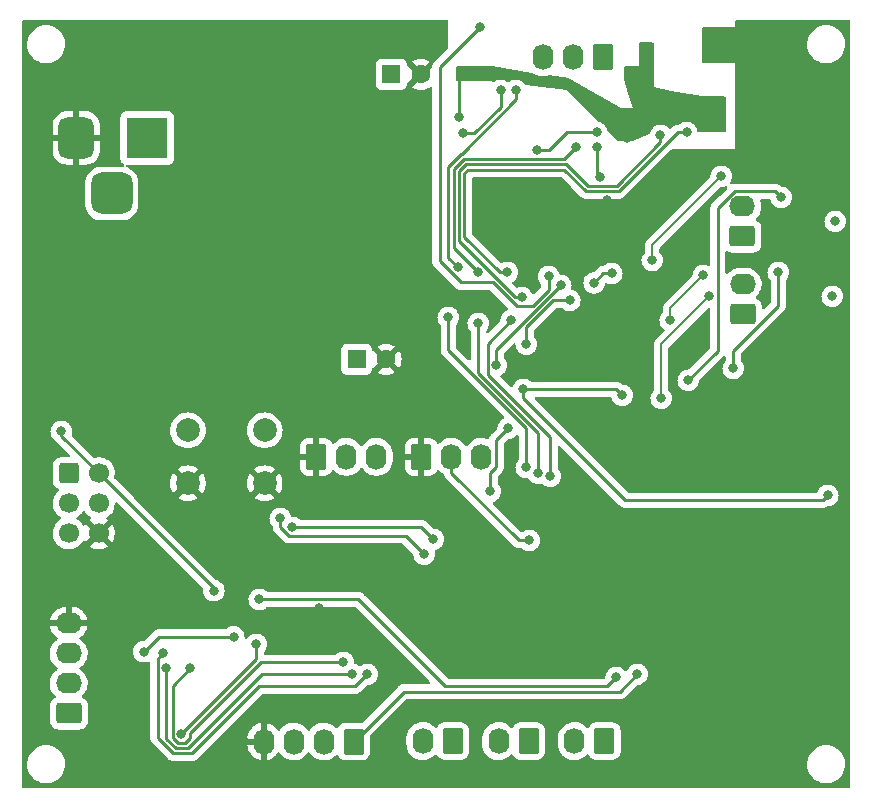
<source format=gbr>
%TF.GenerationSoftware,KiCad,Pcbnew,6.0.11+dfsg-1~bpo11+1*%
%TF.CreationDate,2023-02-26T16:43:03+01:00*%
%TF.ProjectId,gun_board,67756e5f-626f-4617-9264-2e6b69636164,rev?*%
%TF.SameCoordinates,PX6940178PY3a87660*%
%TF.FileFunction,Copper,L2,Bot*%
%TF.FilePolarity,Positive*%
%FSLAX46Y46*%
G04 Gerber Fmt 4.6, Leading zero omitted, Abs format (unit mm)*
G04 Created by KiCad (PCBNEW 6.0.11+dfsg-1~bpo11+1) date 2023-02-26 16:43:03*
%MOMM*%
%LPD*%
G01*
G04 APERTURE LIST*
G04 Aperture macros list*
%AMRoundRect*
0 Rectangle with rounded corners*
0 $1 Rounding radius*
0 $2 $3 $4 $5 $6 $7 $8 $9 X,Y pos of 4 corners*
0 Add a 4 corners polygon primitive as box body*
4,1,4,$2,$3,$4,$5,$6,$7,$8,$9,$2,$3,0*
0 Add four circle primitives for the rounded corners*
1,1,$1+$1,$2,$3*
1,1,$1+$1,$4,$5*
1,1,$1+$1,$6,$7*
1,1,$1+$1,$8,$9*
0 Add four rect primitives between the rounded corners*
20,1,$1+$1,$2,$3,$4,$5,0*
20,1,$1+$1,$4,$5,$6,$7,0*
20,1,$1+$1,$6,$7,$8,$9,0*
20,1,$1+$1,$8,$9,$2,$3,0*%
G04 Aperture macros list end*
%TA.AperFunction,ComponentPad*%
%ADD10R,3.500000X3.500000*%
%TD*%
%TA.AperFunction,ComponentPad*%
%ADD11RoundRect,0.750000X-0.750000X-1.000000X0.750000X-1.000000X0.750000X1.000000X-0.750000X1.000000X0*%
%TD*%
%TA.AperFunction,ComponentPad*%
%ADD12RoundRect,0.875000X-0.875000X-0.875000X0.875000X-0.875000X0.875000X0.875000X-0.875000X0.875000X0*%
%TD*%
%TA.AperFunction,ComponentPad*%
%ADD13R,1.600000X1.600000*%
%TD*%
%TA.AperFunction,ComponentPad*%
%ADD14C,1.600000*%
%TD*%
%TA.AperFunction,ComponentPad*%
%ADD15RoundRect,0.250000X0.620000X0.845000X-0.620000X0.845000X-0.620000X-0.845000X0.620000X-0.845000X0*%
%TD*%
%TA.AperFunction,ComponentPad*%
%ADD16O,1.740000X2.190000*%
%TD*%
%TA.AperFunction,ComponentPad*%
%ADD17C,2.000000*%
%TD*%
%TA.AperFunction,ComponentPad*%
%ADD18RoundRect,0.250000X0.845000X-0.620000X0.845000X0.620000X-0.845000X0.620000X-0.845000X-0.620000X0*%
%TD*%
%TA.AperFunction,ComponentPad*%
%ADD19O,2.190000X1.740000*%
%TD*%
%TA.AperFunction,ComponentPad*%
%ADD20RoundRect,0.250000X-0.620000X-0.845000X0.620000X-0.845000X0.620000X0.845000X-0.620000X0.845000X0*%
%TD*%
%TA.AperFunction,ComponentPad*%
%ADD21RoundRect,0.250000X-0.600000X-0.600000X0.600000X-0.600000X0.600000X0.600000X-0.600000X0.600000X0*%
%TD*%
%TA.AperFunction,ComponentPad*%
%ADD22C,1.700000*%
%TD*%
%TA.AperFunction,ViaPad*%
%ADD23C,0.800000*%
%TD*%
%TA.AperFunction,Conductor*%
%ADD24C,0.250000*%
%TD*%
%TA.AperFunction,Conductor*%
%ADD25C,0.200000*%
%TD*%
G04 APERTURE END LIST*
D10*
%TO.P,J2,1*%
%TO.N,+12V*%
X11080000Y-10472500D03*
D11*
%TO.P,J2,2*%
%TO.N,GND*%
X5080000Y-10472500D03*
D12*
%TO.P,J2,3*%
%TO.N,N/C*%
X8080000Y-15172500D03*
%TD*%
D13*
%TO.P,C6,1*%
%TO.N,+5VP*%
X28811776Y-29210000D03*
D14*
%TO.P,C6,2*%
%TO.N,GND*%
X31311776Y-29210000D03*
%TD*%
D13*
%TO.P,C4,1*%
%TO.N,+12V*%
X31750000Y-5080000D03*
D14*
%TO.P,C4,2*%
%TO.N,GND*%
X34250000Y-5080000D03*
%TD*%
D15*
%TO.P,PIO1,1,Pin_1*%
%TO.N,Net-(J10-Pad1)*%
X49784000Y-61537000D03*
D16*
%TO.P,PIO1,2,Pin_2*%
%TO.N,+12V*%
X47244000Y-61537000D03*
%TD*%
D15*
%TO.P,PIO2,1,Pin_1*%
%TO.N,Net-(J11-Pad1)*%
X43372000Y-61537000D03*
D16*
%TO.P,PIO2,2,Pin_2*%
%TO.N,+12V*%
X40832000Y-61537000D03*
%TD*%
D17*
%TO.P,RESET,1,1*%
%TO.N,/RST*%
X21030000Y-35215000D03*
X14530000Y-35215000D03*
%TO.P,RESET,2,2*%
%TO.N,GND*%
X21030000Y-39715000D03*
X14530000Y-39715000D03*
%TD*%
D18*
%TO.P,DCM2,1,Pin_1*%
%TO.N,/Tunable DC Motor 2/M-*%
X61508000Y-25400000D03*
D19*
%TO.P,DCM2,2,Pin_2*%
%TO.N,/Tunable DC Motor 2/M+*%
X61508000Y-22860000D03*
%TD*%
D20*
%TO.P,SERVO 2,1,Pin_1*%
%TO.N,GND*%
X25400000Y-37465000D03*
D16*
%TO.P,SERVO 2,2,Pin_2*%
%TO.N,+5VP*%
X27940000Y-37465000D03*
%TO.P,SERVO 2,3,Pin_3*%
%TO.N,/SERVO2*%
X30480000Y-37465000D03*
%TD*%
D21*
%TO.P,ISP,1,MISO*%
%TO.N,/SPI_MISO*%
X4445000Y-38857000D03*
D22*
%TO.P,ISP,2,VCC*%
%TO.N,+5V*%
X6985000Y-38857000D03*
%TO.P,ISP,3,SCK*%
%TO.N,/SPI_SCK*%
X4445000Y-41397000D03*
%TO.P,ISP,4,MOSI*%
%TO.N,/SPI_MOSI*%
X6985000Y-41397000D03*
%TO.P,ISP,5,~{RST}*%
%TO.N,/RST*%
X4445000Y-43937000D03*
%TO.P,ISP,6,GND*%
%TO.N,GND*%
X6985000Y-43937000D03*
%TD*%
D20*
%TO.P,SERVO 1,1,Pin_1*%
%TO.N,GND*%
X34290000Y-37465000D03*
D16*
%TO.P,SERVO 1,2,Pin_2*%
%TO.N,+5VP*%
X36830000Y-37465000D03*
%TO.P,SERVO 1,3,Pin_3*%
%TO.N,/SERVO1*%
X39370000Y-37465000D03*
%TD*%
D15*
%TO.P,RS485,1,Pin_1*%
%TO.N,+5V*%
X28575000Y-61575000D03*
D16*
%TO.P,RS485,2,Pin_2*%
%TO.N,Net-(J4-Pad2)*%
X26035000Y-61575000D03*
%TO.P,RS485,3,Pin_3*%
%TO.N,Net-(J4-Pad3)*%
X23495000Y-61575000D03*
%TO.P,RS485,4,Pin_4*%
%TO.N,GND*%
X20955000Y-61575000D03*
%TD*%
D15*
%TO.P,BLDC,1,Pin_1*%
%TO.N,/BLDC driver/WO*%
X49657000Y-3652000D03*
D16*
%TO.P,BLDC,2,Pin_2*%
%TO.N,/BLDC driver/VO*%
X47117000Y-3652000D03*
%TO.P,BLDC,3,Pin_3*%
%TO.N,/BLDC driver/UO*%
X44577000Y-3652000D03*
%TD*%
D18*
%TO.P,DCM1,1,Pin_1*%
%TO.N,/Tunable DC Motor 1/M-*%
X61488000Y-18796000D03*
D19*
%TO.P,DCM1,2,Pin_2*%
%TO.N,/Tunable DC Motor 1/M+*%
X61488000Y-16256000D03*
%TD*%
D18*
%TO.P,I2C,1,Pin_1*%
%TO.N,+5V*%
X4445000Y-59182000D03*
D19*
%TO.P,I2C,2,Pin_2*%
%TO.N,/I2C_SDA*%
X4445000Y-56642000D03*
%TO.P,I2C,3,Pin_3*%
%TO.N,/I2C_SCL*%
X4445000Y-54102000D03*
%TO.P,I2C,4,Pin_4*%
%TO.N,GND*%
X4445000Y-51562000D03*
%TD*%
D15*
%TO.P,PIO3,1,Pin_1*%
%TO.N,Net-(J12-Pad1)*%
X36957000Y-61537000D03*
D16*
%TO.P,PIO3,2,Pin_2*%
%TO.N,+12V*%
X34417000Y-61537000D03*
%TD*%
D23*
%TO.N,GND*%
X25400000Y-52070000D03*
X47244000Y-38608000D03*
X31496000Y-17526000D03*
X16256000Y-21082000D03*
X50038000Y-15748000D03*
X37338000Y-47752000D03*
X16256000Y-22352000D03*
X31255000Y-45707000D03*
X59563000Y-3144000D03*
X33782000Y-14732000D03*
X28194000Y-20828000D03*
X17272000Y-21590000D03*
X10668000Y-50292000D03*
X17272000Y-22860000D03*
X8890000Y-63500000D03*
X60198000Y-42926000D03*
X31496000Y-20828000D03*
X33782000Y-23622000D03*
X37338000Y-49022000D03*
X58547000Y-2636000D03*
X37338000Y-46482000D03*
X28194000Y-17526000D03*
X16256000Y-23622000D03*
X49022000Y-16764000D03*
X17272000Y-19050000D03*
X56642000Y-39116000D03*
X17272000Y-24130000D03*
X25654000Y-50292000D03*
X17272000Y-20320000D03*
X42164000Y-39624000D03*
X16256000Y-19812000D03*
X26162000Y-23622000D03*
X52317500Y-30473500D03*
X53340000Y-52832000D03*
X50038000Y-16764000D03*
X53340000Y-56896000D03*
X36830000Y-30480000D03*
X52337000Y-33261000D03*
X65786000Y-27686000D03*
X53340000Y-48768000D03*
X65786000Y-28702000D03*
X59563000Y-2128000D03*
X21336000Y-29972000D03*
X20828000Y-29210000D03*
X67564000Y-43434000D03*
X53340000Y-60960000D03*
X26162000Y-14732000D03*
%TO.N,+5V*%
X16732000Y-48800000D03*
X52578000Y-55880000D03*
X3810000Y-35306000D03*
%TO.N,+12V*%
X51308000Y-32258000D03*
X68707000Y-40736000D03*
X69342000Y-17526000D03*
X42926000Y-31750000D03*
X69088000Y-23876000D03*
%TO.N,+5VP*%
X43434000Y-44550500D03*
%TO.N,Net-(C9-Pad1)*%
X64770000Y-15494000D03*
X56896000Y-30988000D03*
%TO.N,/Tunable DC Motor 1/M+*%
X53848000Y-20828000D03*
X59690000Y-13716000D03*
%TO.N,/Tunable DC Motor 1/M-*%
X54610000Y-32512000D03*
X58674000Y-23876000D03*
%TO.N,Net-(C12-Pad1)*%
X64516000Y-21844000D03*
X60706000Y-29972000D03*
%TO.N,/Tunable DC Motor 2/M+*%
X55372000Y-25908000D03*
X58166000Y-22098000D03*
%TO.N,/BLDC driver/UO*%
X42291000Y-6446000D03*
X37375500Y-21432000D03*
%TO.N,/BLDC driver/VO*%
X39116000Y-21844000D03*
X47371000Y-11272000D03*
%TO.N,/BLDC driver/WO*%
X41588000Y-21844000D03*
X56769000Y-10002000D03*
%TO.N,/RST*%
X10795000Y-53975000D03*
X18415000Y-52705000D03*
%TO.N,/STATUS*%
X20574000Y-49530000D03*
X50800000Y-56134000D03*
%TO.N,/DCM1_PWM*%
X23368000Y-43434000D03*
X35306000Y-44450000D03*
%TO.N,/DCM2_PWM*%
X34544000Y-45720000D03*
X22352000Y-42672000D03*
%TO.N,Net-(Q3-Pad1)*%
X37808030Y-10091030D03*
X41021000Y-6446000D03*
%TO.N,Net-(Q4-Pad2)*%
X51689000Y-10510000D03*
X38735000Y-4922000D03*
X51689000Y-9494000D03*
X37465000Y-8732000D03*
X53467000Y-3398000D03*
X58547000Y-8478000D03*
X59563000Y-7970000D03*
X59563000Y-8986000D03*
X51943000Y-4922000D03*
X37719000Y-4922000D03*
X52959000Y-4922000D03*
X51689000Y-8478000D03*
X39751000Y-4922000D03*
%TO.N,Net-(Q6-Pad1)*%
X49149000Y-11272000D03*
X49403000Y-13812000D03*
%TO.N,Net-(Q8-Pad1)*%
X49149000Y-10002000D03*
X44069000Y-11526000D03*
%TO.N,Net-(R21-Pad1)*%
X40640000Y-29718000D03*
X46101000Y-22956000D03*
%TO.N,Net-(R22-Pad1)*%
X43180000Y-27940000D03*
X46863000Y-24226000D03*
%TO.N,Net-(R24-Pad1)*%
X42799000Y-23972000D03*
X54546000Y-10256000D03*
%TO.N,Net-(R25-Pad1)*%
X50419000Y-21940000D03*
X48921701Y-22737299D03*
%TO.N,/BLDC driver/ZCU*%
X43180000Y-38354000D03*
X36576000Y-25654000D03*
%TO.N,/BLDC driver/ZCV*%
X44196000Y-38862000D03*
X39116000Y-26162000D03*
%TO.N,/BLDC driver/ZCW*%
X41910000Y-25908000D03*
X45212000Y-39116000D03*
%TO.N,/BLDC_FW*%
X41656000Y-35052000D03*
X40132000Y-40386000D03*
%TO.N,/HPIO1*%
X12446000Y-54102000D03*
X29718000Y-55880000D03*
%TO.N,/HPIO2*%
X28448000Y-55880000D03*
X12700000Y-55372000D03*
%TO.N,/HPIO3*%
X14732000Y-55372000D03*
X27686000Y-54864000D03*
%TO.N,/UART_TXD*%
X20320000Y-53340000D03*
X13970000Y-60960000D03*
%TO.N,Net-(R26-Pad1)*%
X45085000Y-22194000D03*
X39243000Y-1112000D03*
%TD*%
D24*
%TO.N,+5V*%
X16732000Y-48800000D02*
X16732000Y-48604000D01*
X3810000Y-35682000D02*
X3810000Y-35306000D01*
X32804000Y-57346000D02*
X28575000Y-61575000D01*
X6985000Y-38857000D02*
X3810000Y-35682000D01*
X51112000Y-57346000D02*
X32804000Y-57346000D01*
X16732000Y-48604000D02*
X6985000Y-38857000D01*
X52578000Y-55880000D02*
X51112000Y-57346000D01*
%TO.N,+12V*%
X51308000Y-32258000D02*
X50800000Y-31750000D01*
X68707000Y-40736000D02*
X68295000Y-41148000D01*
X51562000Y-41148000D02*
X42926000Y-32512000D01*
X42926000Y-32512000D02*
X42926000Y-31750000D01*
X68295000Y-41148000D02*
X51562000Y-41148000D01*
X50800000Y-31750000D02*
X42926000Y-31750000D01*
%TO.N,+5VP*%
X36830000Y-38810000D02*
X36830000Y-37465000D01*
X43434000Y-44550500D02*
X42570500Y-44550500D01*
X42570500Y-44550500D02*
X36830000Y-38810000D01*
%TO.N,Net-(C9-Pad1)*%
X60843015Y-14986000D02*
X64262000Y-14986000D01*
X56896000Y-30988000D02*
X59399000Y-28485000D01*
X59399000Y-28485000D02*
X59399000Y-16430015D01*
X59399000Y-16430015D02*
X60843015Y-14986000D01*
X64262000Y-14986000D02*
X64770000Y-15494000D01*
D25*
%TO.N,/Tunable DC Motor 1/M+*%
X59690000Y-13716000D02*
X53848000Y-19558000D01*
X53848000Y-19558000D02*
X53848000Y-20828000D01*
%TO.N,/Tunable DC Motor 1/M-*%
X58674000Y-23876000D02*
X54610000Y-27940000D01*
X54610000Y-27940000D02*
X54610000Y-32512000D01*
D24*
%TO.N,Net-(C12-Pad1)*%
X60706000Y-28480173D02*
X64516000Y-24670173D01*
X60706000Y-29972000D02*
X60706000Y-28480173D01*
X64516000Y-24670173D02*
X64516000Y-21844000D01*
D25*
%TO.N,/Tunable DC Motor 2/M+*%
X55372000Y-24892000D02*
X55372000Y-25908000D01*
X58166000Y-22098000D02*
X55372000Y-24892000D01*
D24*
%TO.N,/BLDC driver/UO*%
X36576000Y-20632500D02*
X36576000Y-12920208D01*
X42291000Y-7208000D02*
X42291000Y-6446000D01*
X37698000Y-11801000D02*
X42291000Y-7208000D01*
X37375500Y-21432000D02*
X36576000Y-20632500D01*
X37695208Y-11801000D02*
X37698000Y-11801000D01*
X36576000Y-12920208D02*
X37695208Y-11801000D01*
%TO.N,/BLDC driver/VO*%
X46392000Y-12251000D02*
X47371000Y-11272000D01*
X37881604Y-12251000D02*
X46392000Y-12251000D01*
X37026000Y-19754000D02*
X37026000Y-13106604D01*
X37026000Y-13106604D02*
X37881604Y-12251000D01*
X39116000Y-21844000D02*
X37026000Y-19754000D01*
%TO.N,/BLDC driver/WO*%
X37926000Y-13479396D02*
X37926000Y-18845000D01*
X40925000Y-21844000D02*
X41588000Y-21844000D01*
X46392000Y-13151000D02*
X38254396Y-13151000D01*
X56769000Y-10002000D02*
X56007000Y-10002000D01*
X51022000Y-14987000D02*
X48228000Y-14987000D01*
X48228000Y-14987000D02*
X46392000Y-13151000D01*
X37926000Y-18845000D02*
X40925000Y-21844000D01*
X38254396Y-13151000D02*
X37926000Y-13479396D01*
X56007000Y-10002000D02*
X51022000Y-14987000D01*
%TO.N,/RST*%
X12065000Y-52705000D02*
X10795000Y-53975000D01*
X18415000Y-52705000D02*
X12065000Y-52705000D01*
%TO.N,/STATUS*%
X50038000Y-56896000D02*
X36322000Y-56896000D01*
X36322000Y-56896000D02*
X28956000Y-49530000D01*
X50800000Y-56134000D02*
X50038000Y-56896000D01*
X28956000Y-49530000D02*
X20574000Y-49530000D01*
%TO.N,/DCM1_PWM*%
X23368000Y-43434000D02*
X34290000Y-43434000D01*
X34290000Y-43434000D02*
X35179000Y-44323000D01*
%TO.N,/DCM2_PWM*%
X32983000Y-44159000D02*
X23067695Y-44159000D01*
X34544000Y-45720000D02*
X32983000Y-44159000D01*
X22352000Y-43443305D02*
X22352000Y-42672000D01*
X23067695Y-44159000D02*
X22352000Y-43443305D01*
%TO.N,Net-(Q3-Pad1)*%
X37808030Y-10091030D02*
X38771574Y-10091030D01*
X38771574Y-10091030D02*
X41021000Y-7841604D01*
X41021000Y-7841604D02*
X41021000Y-6446000D01*
%TO.N,Net-(Q4-Pad2)*%
X37465000Y-5176000D02*
X37719000Y-4922000D01*
X37465000Y-8732000D02*
X37465000Y-5176000D01*
%TO.N,Net-(Q6-Pad1)*%
X49149000Y-13558000D02*
X49149000Y-11272000D01*
X49403000Y-13812000D02*
X49149000Y-13558000D01*
%TO.N,Net-(Q8-Pad1)*%
X46609000Y-10002000D02*
X49149000Y-10002000D01*
X45085000Y-11526000D02*
X46609000Y-10002000D01*
X44069000Y-11526000D02*
X45085000Y-11526000D01*
%TO.N,Net-(R21-Pad1)*%
X40640000Y-28417000D02*
X46101000Y-22956000D01*
X40640000Y-29718000D02*
X40640000Y-28417000D01*
%TO.N,Net-(R22-Pad1)*%
X45467396Y-24226000D02*
X43180000Y-26513396D01*
X46863000Y-24226000D02*
X45467396Y-24226000D01*
X43180000Y-26513396D02*
X43180000Y-27940000D01*
%TO.N,Net-(R24-Pad1)*%
X42269305Y-23972000D02*
X42799000Y-23972000D01*
X54546000Y-10826604D02*
X50835604Y-14537000D01*
X46578396Y-12701000D02*
X38068000Y-12701000D01*
X54546000Y-10256000D02*
X54546000Y-10826604D01*
X37476000Y-19178695D02*
X42269305Y-23972000D01*
X37476000Y-13293000D02*
X37476000Y-19178695D01*
X48414396Y-14537000D02*
X46578396Y-12701000D01*
X50835604Y-14537000D02*
X48414396Y-14537000D01*
X38068000Y-12701000D02*
X37476000Y-13293000D01*
%TO.N,Net-(R25-Pad1)*%
X49719000Y-21940000D02*
X50419000Y-21940000D01*
X48921701Y-22737299D02*
X49719000Y-21940000D01*
%TO.N,/BLDC driver/ZCU*%
X43180000Y-35052000D02*
X36576000Y-28448000D01*
X43180000Y-38354000D02*
X43180000Y-35052000D01*
X36576000Y-28448000D02*
X36576000Y-25654000D01*
%TO.N,/BLDC driver/ZCV*%
X39116000Y-30351604D02*
X39116000Y-26162000D01*
X44196000Y-38862000D02*
X44196000Y-35431604D01*
X44196000Y-35431604D02*
X39116000Y-30351604D01*
%TO.N,/BLDC driver/ZCW*%
X39915000Y-30514208D02*
X45212000Y-35811208D01*
X41910000Y-25908000D02*
X39915000Y-27903000D01*
X39915000Y-27903000D02*
X39915000Y-30514208D01*
X45212000Y-35811208D02*
X45212000Y-39116000D01*
%TO.N,/BLDC_FW*%
X40132000Y-38852695D02*
X40640000Y-38344695D01*
X40640000Y-38344695D02*
X40640000Y-36068000D01*
X40640000Y-36068000D02*
X41656000Y-35052000D01*
X40132000Y-40386000D02*
X40132000Y-38852695D01*
%TO.N,/HPIO1*%
X11975000Y-61263097D02*
X13296903Y-62585000D01*
X14885000Y-62585000D02*
X20574000Y-56896000D01*
X12446000Y-54102000D02*
X11975000Y-54573000D01*
X28702000Y-56896000D02*
X29718000Y-55880000D01*
X13296903Y-62585000D02*
X14885000Y-62585000D01*
X11975000Y-54573000D02*
X11975000Y-61263097D01*
X20574000Y-56896000D02*
X28702000Y-56896000D01*
%TO.N,/HPIO2*%
X20828000Y-55880000D02*
X28448000Y-55880000D01*
X12700000Y-61351701D02*
X13483299Y-62135000D01*
X12700000Y-55372000D02*
X12700000Y-61351701D01*
X14573000Y-62135000D02*
X20828000Y-55880000D01*
X13483299Y-62135000D02*
X14573000Y-62135000D01*
%TO.N,/HPIO3*%
X20702396Y-54864000D02*
X27686000Y-54864000D01*
X14270305Y-61685000D02*
X14695000Y-61260305D01*
X13669695Y-61685000D02*
X14270305Y-61685000D01*
X14732000Y-55372000D02*
X13245000Y-56859000D01*
X14695000Y-60871396D02*
X20702396Y-54864000D01*
X14695000Y-61260305D02*
X14695000Y-60871396D01*
X13245000Y-56859000D02*
X13245000Y-61260305D01*
X13245000Y-61260305D02*
X13669695Y-61685000D01*
%TO.N,/UART_TXD*%
X20320000Y-54610000D02*
X20320000Y-53340000D01*
X13970000Y-60960000D02*
X20320000Y-54610000D01*
%TO.N,Net-(R26-Pad1)*%
X37620195Y-22702000D02*
X35851000Y-20932805D01*
X42357909Y-24697000D02*
X40362909Y-22702000D01*
X40362909Y-22702000D02*
X37620195Y-22702000D01*
X43723604Y-24697000D02*
X42357909Y-24697000D01*
X35851000Y-20932805D02*
X35851000Y-4504000D01*
X45085000Y-23335604D02*
X43723604Y-24697000D01*
X45085000Y-22194000D02*
X45085000Y-23335604D01*
X35851000Y-4504000D02*
X39243000Y-1112000D01*
%TD*%
%TA.AperFunction,Conductor*%
%TO.N,GND*%
G36*
X36518121Y-528502D02*
G01*
X36564614Y-582158D01*
X36576000Y-634500D01*
X36576000Y-2830905D01*
X36555998Y-2899026D01*
X36539095Y-2920000D01*
X35458747Y-4000348D01*
X35450461Y-4007888D01*
X35443982Y-4012000D01*
X35438557Y-4017777D01*
X35397357Y-4061651D01*
X35394602Y-4064493D01*
X35374865Y-4084230D01*
X35372385Y-4087427D01*
X35364682Y-4096447D01*
X35334414Y-4128679D01*
X35330595Y-4135625D01*
X35330593Y-4135628D01*
X35324652Y-4146434D01*
X35313801Y-4162953D01*
X35301386Y-4178959D01*
X35298241Y-4186228D01*
X35298238Y-4186232D01*
X35283826Y-4219537D01*
X35278609Y-4230187D01*
X35257305Y-4268940D01*
X35255334Y-4276615D01*
X35255334Y-4276616D01*
X35252267Y-4288562D01*
X35245863Y-4307266D01*
X35237819Y-4325855D01*
X35236580Y-4333678D01*
X35236577Y-4333688D01*
X35230901Y-4369524D01*
X35228495Y-4381144D01*
X35219470Y-4416296D01*
X35217500Y-4423970D01*
X35217500Y-4431890D01*
X35217149Y-4434669D01*
X35188767Y-4499746D01*
X35181238Y-4507972D01*
X33534923Y-6154287D01*
X33528493Y-6166062D01*
X33537789Y-6178077D01*
X33588994Y-6213931D01*
X33598489Y-6219414D01*
X33795947Y-6311490D01*
X33806239Y-6315236D01*
X34016688Y-6371625D01*
X34027481Y-6373528D01*
X34244525Y-6392517D01*
X34255475Y-6392517D01*
X34472519Y-6373528D01*
X34483312Y-6371625D01*
X34693761Y-6315236D01*
X34704053Y-6311490D01*
X34901511Y-6219414D01*
X34911007Y-6213931D01*
X35019229Y-6138153D01*
X35086503Y-6115465D01*
X35155364Y-6132750D01*
X35203948Y-6184520D01*
X35217500Y-6241366D01*
X35217500Y-20854038D01*
X35216973Y-20865221D01*
X35215298Y-20872714D01*
X35215547Y-20880640D01*
X35215547Y-20880641D01*
X35217438Y-20940791D01*
X35217500Y-20944750D01*
X35217500Y-20972661D01*
X35217997Y-20976595D01*
X35217997Y-20976596D01*
X35218005Y-20976661D01*
X35218938Y-20988498D01*
X35220327Y-21032694D01*
X35225412Y-21050197D01*
X35225978Y-21052144D01*
X35229987Y-21071505D01*
X35232526Y-21091602D01*
X35235445Y-21098973D01*
X35235445Y-21098975D01*
X35248804Y-21132717D01*
X35252649Y-21143947D01*
X35264982Y-21186398D01*
X35269015Y-21193217D01*
X35269017Y-21193222D01*
X35275293Y-21203833D01*
X35283988Y-21221581D01*
X35291448Y-21240422D01*
X35296110Y-21246838D01*
X35296110Y-21246839D01*
X35317436Y-21276192D01*
X35323952Y-21286112D01*
X35341024Y-21314978D01*
X35346458Y-21324167D01*
X35360779Y-21338488D01*
X35373619Y-21353521D01*
X35385528Y-21369912D01*
X35391634Y-21374963D01*
X35419605Y-21398103D01*
X35428384Y-21406093D01*
X37116538Y-23094247D01*
X37124082Y-23102537D01*
X37128195Y-23109018D01*
X37133972Y-23114443D01*
X37177862Y-23155658D01*
X37180704Y-23158413D01*
X37200426Y-23178135D01*
X37203550Y-23180558D01*
X37203554Y-23180562D01*
X37203619Y-23180612D01*
X37212640Y-23188317D01*
X37244874Y-23218586D01*
X37251822Y-23222405D01*
X37251824Y-23222407D01*
X37262627Y-23228346D01*
X37279154Y-23239202D01*
X37288893Y-23246757D01*
X37288895Y-23246758D01*
X37295155Y-23251614D01*
X37335735Y-23269174D01*
X37346383Y-23274391D01*
X37355042Y-23279151D01*
X37385135Y-23295695D01*
X37392811Y-23297666D01*
X37392814Y-23297667D01*
X37404757Y-23300733D01*
X37423462Y-23307137D01*
X37442050Y-23315181D01*
X37449873Y-23316420D01*
X37449883Y-23316423D01*
X37485719Y-23322099D01*
X37497339Y-23324505D01*
X37532484Y-23333528D01*
X37540165Y-23335500D01*
X37560419Y-23335500D01*
X37580129Y-23337051D01*
X37600138Y-23340220D01*
X37608030Y-23339474D01*
X37644156Y-23336059D01*
X37656014Y-23335500D01*
X40048315Y-23335500D01*
X40116436Y-23355502D01*
X40137410Y-23372405D01*
X41620202Y-24855198D01*
X41654228Y-24917510D01*
X41649163Y-24988326D01*
X41606616Y-25045161D01*
X41582355Y-25059400D01*
X41459281Y-25114195D01*
X41459274Y-25114199D01*
X41453248Y-25116882D01*
X41298747Y-25229134D01*
X41294326Y-25234044D01*
X41294325Y-25234045D01*
X41250747Y-25282444D01*
X41170960Y-25371056D01*
X41167659Y-25376774D01*
X41095063Y-25502514D01*
X41075473Y-25536444D01*
X41016458Y-25718072D01*
X41015768Y-25724633D01*
X41015768Y-25724635D01*
X40999093Y-25883293D01*
X40972080Y-25948950D01*
X40962878Y-25959218D01*
X39964595Y-26957500D01*
X39902283Y-26991526D01*
X39831467Y-26986461D01*
X39774632Y-26943914D01*
X39749821Y-26877394D01*
X39749500Y-26868405D01*
X39749500Y-26864524D01*
X39769502Y-26796403D01*
X39781858Y-26780221D01*
X39855040Y-26698944D01*
X39950527Y-26533556D01*
X40009542Y-26351928D01*
X40014143Y-26308158D01*
X40028814Y-26168565D01*
X40029504Y-26162000D01*
X40009542Y-25972072D01*
X39950527Y-25790444D01*
X39855040Y-25625056D01*
X39775254Y-25536444D01*
X39731675Y-25488045D01*
X39731674Y-25488044D01*
X39727253Y-25483134D01*
X39572752Y-25370882D01*
X39566724Y-25368198D01*
X39566722Y-25368197D01*
X39404319Y-25295891D01*
X39404318Y-25295891D01*
X39398288Y-25293206D01*
X39297440Y-25271770D01*
X39217944Y-25254872D01*
X39217939Y-25254872D01*
X39211487Y-25253500D01*
X39020513Y-25253500D01*
X39014061Y-25254872D01*
X39014056Y-25254872D01*
X38934560Y-25271770D01*
X38833712Y-25293206D01*
X38827682Y-25295891D01*
X38827681Y-25295891D01*
X38665278Y-25368197D01*
X38665276Y-25368198D01*
X38659248Y-25370882D01*
X38504747Y-25483134D01*
X38500326Y-25488044D01*
X38500325Y-25488045D01*
X38456747Y-25536444D01*
X38376960Y-25625056D01*
X38281473Y-25790444D01*
X38222458Y-25972072D01*
X38202496Y-26162000D01*
X38203186Y-26168565D01*
X38217858Y-26308158D01*
X38222458Y-26351928D01*
X38281473Y-26533556D01*
X38376960Y-26698944D01*
X38450137Y-26780215D01*
X38480853Y-26844221D01*
X38482500Y-26864524D01*
X38482500Y-29154405D01*
X38462498Y-29222526D01*
X38408842Y-29269019D01*
X38338568Y-29279123D01*
X38273988Y-29249629D01*
X38267405Y-29243500D01*
X37246405Y-28222500D01*
X37212379Y-28160188D01*
X37209500Y-28133405D01*
X37209500Y-26356524D01*
X37229502Y-26288403D01*
X37241858Y-26272221D01*
X37315040Y-26190944D01*
X37410527Y-26025556D01*
X37469542Y-25843928D01*
X37489504Y-25654000D01*
X37476547Y-25530721D01*
X37470232Y-25470635D01*
X37470232Y-25470633D01*
X37469542Y-25464072D01*
X37410527Y-25282444D01*
X37404365Y-25271770D01*
X37350059Y-25177710D01*
X37315040Y-25117056D01*
X37309658Y-25111078D01*
X37191675Y-24980045D01*
X37191674Y-24980044D01*
X37187253Y-24975134D01*
X37061224Y-24883568D01*
X37038094Y-24866763D01*
X37038093Y-24866762D01*
X37032752Y-24862882D01*
X37026724Y-24860198D01*
X37026722Y-24860197D01*
X36864319Y-24787891D01*
X36864318Y-24787891D01*
X36858288Y-24785206D01*
X36753554Y-24762944D01*
X36677944Y-24746872D01*
X36677939Y-24746872D01*
X36671487Y-24745500D01*
X36480513Y-24745500D01*
X36474061Y-24746872D01*
X36474056Y-24746872D01*
X36398446Y-24762944D01*
X36293712Y-24785206D01*
X36287682Y-24787891D01*
X36287681Y-24787891D01*
X36125278Y-24860197D01*
X36125276Y-24860198D01*
X36119248Y-24862882D01*
X36113907Y-24866762D01*
X36113906Y-24866763D01*
X36090776Y-24883568D01*
X35964747Y-24975134D01*
X35960326Y-24980044D01*
X35960325Y-24980045D01*
X35842343Y-25111078D01*
X35836960Y-25117056D01*
X35801941Y-25177710D01*
X35747636Y-25271770D01*
X35741473Y-25282444D01*
X35682458Y-25464072D01*
X35681768Y-25470633D01*
X35681768Y-25470635D01*
X35675453Y-25530721D01*
X35662496Y-25654000D01*
X35682458Y-25843928D01*
X35741473Y-26025556D01*
X35836960Y-26190944D01*
X35910137Y-26272215D01*
X35940853Y-26336221D01*
X35942500Y-26356524D01*
X35942500Y-28369233D01*
X35941973Y-28380416D01*
X35940298Y-28387909D01*
X35940547Y-28395835D01*
X35940547Y-28395836D01*
X35942438Y-28455986D01*
X35942500Y-28459945D01*
X35942500Y-28487856D01*
X35942997Y-28491790D01*
X35942997Y-28491791D01*
X35943005Y-28491856D01*
X35943938Y-28503693D01*
X35945327Y-28547889D01*
X35948407Y-28558489D01*
X35950978Y-28567339D01*
X35954987Y-28586700D01*
X35957526Y-28606797D01*
X35960445Y-28614168D01*
X35960445Y-28614170D01*
X35973804Y-28647912D01*
X35977649Y-28659142D01*
X35989982Y-28701593D01*
X35994015Y-28708412D01*
X35994017Y-28708417D01*
X36000293Y-28719028D01*
X36008988Y-28736776D01*
X36016448Y-28755617D01*
X36021110Y-28762033D01*
X36021110Y-28762034D01*
X36042436Y-28791387D01*
X36048952Y-28801307D01*
X36071458Y-28839362D01*
X36085779Y-28853683D01*
X36098619Y-28868716D01*
X36110528Y-28885107D01*
X36124765Y-28896885D01*
X36144605Y-28913298D01*
X36153384Y-28921288D01*
X41272854Y-34040758D01*
X41306880Y-34103070D01*
X41301815Y-34173885D01*
X41259268Y-34230721D01*
X41235009Y-34244959D01*
X41205283Y-34258194D01*
X41205275Y-34258199D01*
X41199248Y-34260882D01*
X41044747Y-34373134D01*
X40916960Y-34515056D01*
X40821473Y-34680444D01*
X40762458Y-34862072D01*
X40761768Y-34868633D01*
X40761768Y-34868635D01*
X40745093Y-35027292D01*
X40718080Y-35092949D01*
X40708878Y-35103218D01*
X40247742Y-35564353D01*
X40239463Y-35571887D01*
X40232982Y-35576000D01*
X40220827Y-35588944D01*
X40186357Y-35625651D01*
X40183602Y-35628493D01*
X40163865Y-35648230D01*
X40161385Y-35651427D01*
X40153682Y-35660447D01*
X40123414Y-35692679D01*
X40119595Y-35699625D01*
X40119593Y-35699628D01*
X40113652Y-35710434D01*
X40102801Y-35726953D01*
X40090386Y-35742959D01*
X40087241Y-35750228D01*
X40087238Y-35750232D01*
X40072826Y-35783537D01*
X40067609Y-35794187D01*
X40046305Y-35832940D01*
X40044334Y-35840615D01*
X40044334Y-35840616D01*
X40041267Y-35852562D01*
X40034866Y-35871260D01*
X40029554Y-35883536D01*
X39984146Y-35938110D01*
X39916440Y-35959473D01*
X39876552Y-35953831D01*
X39787039Y-35926037D01*
X39667083Y-35888790D01*
X39661796Y-35888089D01*
X39661795Y-35888089D01*
X39440455Y-35858752D01*
X39440451Y-35858752D01*
X39435171Y-35858052D01*
X39429842Y-35858252D01*
X39429840Y-35858252D01*
X39318283Y-35862440D01*
X39201396Y-35866828D01*
X39117411Y-35884450D01*
X38977668Y-35913771D01*
X38977665Y-35913772D01*
X38972441Y-35914868D01*
X38754854Y-36000797D01*
X38750290Y-36003566D01*
X38750291Y-36003566D01*
X38559417Y-36119391D01*
X38559414Y-36119393D01*
X38554856Y-36122159D01*
X38378166Y-36275483D01*
X38229835Y-36456386D01*
X38227199Y-36461016D01*
X38227196Y-36461021D01*
X38208699Y-36493516D01*
X38157616Y-36542822D01*
X38087985Y-36556683D01*
X38021915Y-36530699D01*
X37994677Y-36501550D01*
X37950522Y-36435965D01*
X37908202Y-36373104D01*
X37746724Y-36203832D01*
X37559035Y-36064187D01*
X37554284Y-36061771D01*
X37554280Y-36061769D01*
X37355256Y-35960580D01*
X37355255Y-35960580D01*
X37350500Y-35958162D01*
X37127083Y-35888790D01*
X37121796Y-35888089D01*
X37121795Y-35888089D01*
X36900455Y-35858752D01*
X36900451Y-35858752D01*
X36895171Y-35858052D01*
X36889842Y-35858252D01*
X36889840Y-35858252D01*
X36778283Y-35862440D01*
X36661396Y-35866828D01*
X36577411Y-35884450D01*
X36437668Y-35913771D01*
X36437665Y-35913772D01*
X36432441Y-35914868D01*
X36214854Y-36000797D01*
X36210290Y-36003566D01*
X36210291Y-36003566D01*
X36019417Y-36119391D01*
X36019414Y-36119393D01*
X36014856Y-36122159D01*
X35838166Y-36275483D01*
X35834778Y-36279615D01*
X35807239Y-36313201D01*
X35748579Y-36353196D01*
X35677609Y-36355127D01*
X35616861Y-36318383D01*
X35601780Y-36295843D01*
X35601094Y-36296268D01*
X35511937Y-36152193D01*
X35502901Y-36140792D01*
X35388171Y-36026261D01*
X35376760Y-36017249D01*
X35238757Y-35932184D01*
X35225576Y-35926037D01*
X35071290Y-35874862D01*
X35057914Y-35871995D01*
X34963562Y-35862328D01*
X34957145Y-35862000D01*
X34562115Y-35862000D01*
X34546876Y-35866475D01*
X34545671Y-35867865D01*
X34544000Y-35875548D01*
X34544000Y-39049884D01*
X34548475Y-39065123D01*
X34549865Y-39066328D01*
X34557548Y-39067999D01*
X34957095Y-39067999D01*
X34963614Y-39067662D01*
X35059206Y-39057743D01*
X35072600Y-39054851D01*
X35226784Y-39003412D01*
X35239962Y-38997239D01*
X35377807Y-38911937D01*
X35389208Y-38902901D01*
X35503739Y-38788171D01*
X35512751Y-38776760D01*
X35601658Y-38632525D01*
X35603755Y-38633817D01*
X35642956Y-38589308D01*
X35711236Y-38569856D01*
X35779193Y-38590407D01*
X35801386Y-38608878D01*
X35913276Y-38726168D01*
X36100965Y-38865813D01*
X36105725Y-38868233D01*
X36148121Y-38889788D01*
X36199779Y-38938491D01*
X36211207Y-38966271D01*
X36211526Y-38968797D01*
X36214442Y-38976163D01*
X36214444Y-38976169D01*
X36227804Y-39009912D01*
X36231649Y-39021142D01*
X36243982Y-39063593D01*
X36248015Y-39070412D01*
X36248017Y-39070417D01*
X36254293Y-39081028D01*
X36262988Y-39098776D01*
X36270448Y-39117617D01*
X36275110Y-39124033D01*
X36275110Y-39124034D01*
X36296436Y-39153387D01*
X36302952Y-39163307D01*
X36325458Y-39201362D01*
X36339779Y-39215683D01*
X36352619Y-39230716D01*
X36364528Y-39247107D01*
X36383135Y-39262500D01*
X36398605Y-39275298D01*
X36407384Y-39283288D01*
X42066848Y-44942753D01*
X42074388Y-44951039D01*
X42078500Y-44957518D01*
X42084277Y-44962943D01*
X42128151Y-45004143D01*
X42130993Y-45006898D01*
X42150730Y-45026635D01*
X42153927Y-45029115D01*
X42162947Y-45036818D01*
X42195179Y-45067086D01*
X42202125Y-45070905D01*
X42202128Y-45070907D01*
X42212934Y-45076848D01*
X42229453Y-45087699D01*
X42245459Y-45100114D01*
X42252728Y-45103259D01*
X42252732Y-45103262D01*
X42286037Y-45117674D01*
X42296687Y-45122891D01*
X42335440Y-45144195D01*
X42343115Y-45146166D01*
X42343116Y-45146166D01*
X42355062Y-45149233D01*
X42373767Y-45155637D01*
X42392355Y-45163681D01*
X42400178Y-45164920D01*
X42400188Y-45164923D01*
X42436024Y-45170599D01*
X42447644Y-45173005D01*
X42482789Y-45182028D01*
X42490470Y-45184000D01*
X42510724Y-45184000D01*
X42530434Y-45185551D01*
X42550443Y-45188720D01*
X42558335Y-45187974D01*
X42594461Y-45184559D01*
X42606319Y-45184000D01*
X42725800Y-45184000D01*
X42793921Y-45204002D01*
X42813147Y-45220343D01*
X42813420Y-45220040D01*
X42818332Y-45224463D01*
X42822747Y-45229366D01*
X42833580Y-45237237D01*
X42965830Y-45333322D01*
X42977248Y-45341618D01*
X42983276Y-45344302D01*
X42983278Y-45344303D01*
X43026935Y-45363740D01*
X43151712Y-45419294D01*
X43245113Y-45439147D01*
X43332056Y-45457628D01*
X43332061Y-45457628D01*
X43338513Y-45459000D01*
X43529487Y-45459000D01*
X43535939Y-45457628D01*
X43535944Y-45457628D01*
X43622887Y-45439147D01*
X43716288Y-45419294D01*
X43841065Y-45363740D01*
X43884722Y-45344303D01*
X43884724Y-45344302D01*
X43890752Y-45341618D01*
X43902171Y-45333322D01*
X43949750Y-45298753D01*
X44045253Y-45229366D01*
X44064796Y-45207661D01*
X44168621Y-45092352D01*
X44168622Y-45092351D01*
X44173040Y-45087444D01*
X44268527Y-44922056D01*
X44327542Y-44740428D01*
X44328793Y-44728531D01*
X44346814Y-44557065D01*
X44347504Y-44550500D01*
X44336251Y-44443435D01*
X44328232Y-44367135D01*
X44328232Y-44367133D01*
X44327542Y-44360572D01*
X44268527Y-44178944D01*
X44173040Y-44013556D01*
X44106779Y-43939965D01*
X44049675Y-43876545D01*
X44049674Y-43876544D01*
X44045253Y-43871634D01*
X43946157Y-43799636D01*
X43896094Y-43763263D01*
X43896093Y-43763262D01*
X43890752Y-43759382D01*
X43884724Y-43756698D01*
X43884722Y-43756697D01*
X43722319Y-43684391D01*
X43722318Y-43684391D01*
X43716288Y-43681706D01*
X43608910Y-43658882D01*
X43535944Y-43643372D01*
X43535939Y-43643372D01*
X43529487Y-43642000D01*
X43338513Y-43642000D01*
X43332061Y-43643372D01*
X43332056Y-43643372D01*
X43259090Y-43658882D01*
X43151712Y-43681706D01*
X43145682Y-43684391D01*
X43145681Y-43684391D01*
X42983278Y-43756697D01*
X42983276Y-43756698D01*
X42977248Y-43759382D01*
X42971907Y-43763262D01*
X42971906Y-43763263D01*
X42889415Y-43823196D01*
X42822547Y-43847055D01*
X42753395Y-43830974D01*
X42726259Y-43810355D01*
X40375278Y-41459374D01*
X40341252Y-41397062D01*
X40346317Y-41326247D01*
X40388864Y-41269411D01*
X40414807Y-41255961D01*
X40414288Y-41254794D01*
X40582722Y-41179803D01*
X40582724Y-41179802D01*
X40588752Y-41177118D01*
X40619494Y-41154783D01*
X40733351Y-41072060D01*
X40743253Y-41064866D01*
X40747675Y-41059955D01*
X40866621Y-40927852D01*
X40866622Y-40927851D01*
X40871040Y-40922944D01*
X40966527Y-40757556D01*
X41025542Y-40575928D01*
X41026662Y-40565277D01*
X41044814Y-40392565D01*
X41045504Y-40386000D01*
X41030528Y-40243507D01*
X41026232Y-40202635D01*
X41026232Y-40202633D01*
X41025542Y-40196072D01*
X40966527Y-40014444D01*
X40871040Y-39849056D01*
X40797863Y-39767785D01*
X40767147Y-39703779D01*
X40765500Y-39683476D01*
X40765500Y-39167289D01*
X40785502Y-39099168D01*
X40802405Y-39078194D01*
X41032247Y-38848352D01*
X41040537Y-38840808D01*
X41047018Y-38836695D01*
X41074114Y-38807841D01*
X41093658Y-38787028D01*
X41096413Y-38784186D01*
X41116134Y-38764465D01*
X41118612Y-38761270D01*
X41126318Y-38752248D01*
X41151158Y-38725796D01*
X41156586Y-38720016D01*
X41166346Y-38702263D01*
X41177199Y-38685740D01*
X41184753Y-38676001D01*
X41189613Y-38669736D01*
X41207176Y-38629152D01*
X41212383Y-38618522D01*
X41233695Y-38579755D01*
X41235666Y-38572078D01*
X41235668Y-38572073D01*
X41238732Y-38560137D01*
X41245138Y-38541425D01*
X41250034Y-38530112D01*
X41253181Y-38522840D01*
X41257637Y-38494710D01*
X41260097Y-38479176D01*
X41262504Y-38467555D01*
X41271528Y-38432406D01*
X41271528Y-38432405D01*
X41273500Y-38424725D01*
X41273500Y-38404464D01*
X41275051Y-38384753D01*
X41276979Y-38372580D01*
X41278219Y-38364752D01*
X41274059Y-38320741D01*
X41273500Y-38308884D01*
X41273500Y-36382595D01*
X41293502Y-36314474D01*
X41310405Y-36293499D01*
X41606501Y-35997404D01*
X41668813Y-35963379D01*
X41695596Y-35960500D01*
X41751487Y-35960500D01*
X41757939Y-35959128D01*
X41757944Y-35959128D01*
X41856823Y-35938110D01*
X41938288Y-35920794D01*
X41971105Y-35906183D01*
X42106722Y-35845803D01*
X42106724Y-35845802D01*
X42112752Y-35843118D01*
X42267253Y-35730866D01*
X42326864Y-35664661D01*
X42387310Y-35627421D01*
X42458293Y-35628773D01*
X42517278Y-35668286D01*
X42545536Y-35733417D01*
X42546500Y-35748971D01*
X42546500Y-37651476D01*
X42526498Y-37719597D01*
X42514142Y-37735779D01*
X42440960Y-37817056D01*
X42345473Y-37982444D01*
X42286458Y-38164072D01*
X42285768Y-38170633D01*
X42285768Y-38170635D01*
X42279630Y-38229034D01*
X42266496Y-38354000D01*
X42267186Y-38360565D01*
X42284242Y-38522840D01*
X42286458Y-38543928D01*
X42345473Y-38725556D01*
X42440960Y-38890944D01*
X42445378Y-38895851D01*
X42445379Y-38895852D01*
X42542723Y-39003963D01*
X42568747Y-39032866D01*
X42659479Y-39098787D01*
X42716120Y-39139939D01*
X42723248Y-39145118D01*
X42729276Y-39147802D01*
X42729278Y-39147803D01*
X42862177Y-39206973D01*
X42897712Y-39222794D01*
X42991113Y-39242647D01*
X43078056Y-39261128D01*
X43078061Y-39261128D01*
X43084513Y-39262500D01*
X43275487Y-39262500D01*
X43281944Y-39261128D01*
X43288515Y-39260437D01*
X43288780Y-39262960D01*
X43348195Y-39267488D01*
X43404831Y-39310299D01*
X43412728Y-39322332D01*
X43456960Y-39398944D01*
X43461378Y-39403851D01*
X43461379Y-39403852D01*
X43551673Y-39504134D01*
X43584747Y-39540866D01*
X43739248Y-39653118D01*
X43745276Y-39655802D01*
X43745278Y-39655803D01*
X43880780Y-39716132D01*
X43913712Y-39730794D01*
X44007113Y-39750647D01*
X44094056Y-39769128D01*
X44094061Y-39769128D01*
X44100513Y-39770500D01*
X44291487Y-39770500D01*
X44297940Y-39769128D01*
X44297953Y-39769127D01*
X44461495Y-39734364D01*
X44532285Y-39739765D01*
X44581328Y-39773300D01*
X44596322Y-39789953D01*
X44596329Y-39789959D01*
X44600747Y-39794866D01*
X44606089Y-39798747D01*
X44606091Y-39798749D01*
X44749906Y-39903237D01*
X44755248Y-39907118D01*
X44761276Y-39909802D01*
X44761278Y-39909803D01*
X44923681Y-39982109D01*
X44929712Y-39984794D01*
X45023113Y-40004647D01*
X45110056Y-40023128D01*
X45110061Y-40023128D01*
X45116513Y-40024500D01*
X45307487Y-40024500D01*
X45313939Y-40023128D01*
X45313944Y-40023128D01*
X45400887Y-40004647D01*
X45494288Y-39984794D01*
X45500319Y-39982109D01*
X45662722Y-39909803D01*
X45662724Y-39909802D01*
X45668752Y-39907118D01*
X45823253Y-39794866D01*
X45846428Y-39769128D01*
X45946621Y-39657852D01*
X45946622Y-39657851D01*
X45951040Y-39652944D01*
X46046527Y-39487556D01*
X46105542Y-39305928D01*
X46110107Y-39262500D01*
X46124814Y-39122565D01*
X46125504Y-39116000D01*
X46121828Y-39081028D01*
X46106232Y-38932635D01*
X46106232Y-38932633D01*
X46105542Y-38926072D01*
X46046527Y-38744444D01*
X46040395Y-38733822D01*
X45999193Y-38662460D01*
X45951040Y-38579056D01*
X45877863Y-38497785D01*
X45847147Y-38433779D01*
X45845500Y-38413476D01*
X45845500Y-36631594D01*
X45865502Y-36563473D01*
X45919158Y-36516980D01*
X45989432Y-36506876D01*
X46054012Y-36536370D01*
X46060595Y-36542499D01*
X51058343Y-41540247D01*
X51065887Y-41548537D01*
X51070000Y-41555018D01*
X51075777Y-41560443D01*
X51119667Y-41601658D01*
X51122509Y-41604413D01*
X51142230Y-41624134D01*
X51145425Y-41626612D01*
X51154447Y-41634318D01*
X51186679Y-41664586D01*
X51193628Y-41668406D01*
X51204432Y-41674346D01*
X51220956Y-41685199D01*
X51236959Y-41697613D01*
X51277543Y-41715176D01*
X51288173Y-41720383D01*
X51326940Y-41741695D01*
X51334617Y-41743666D01*
X51334622Y-41743668D01*
X51346558Y-41746732D01*
X51365266Y-41753137D01*
X51383855Y-41761181D01*
X51391683Y-41762421D01*
X51391690Y-41762423D01*
X51427524Y-41768099D01*
X51439144Y-41770505D01*
X51470959Y-41778673D01*
X51481970Y-41781500D01*
X51502224Y-41781500D01*
X51521934Y-41783051D01*
X51541943Y-41786220D01*
X51549835Y-41785474D01*
X51568580Y-41783702D01*
X51585962Y-41782059D01*
X51597819Y-41781500D01*
X68216233Y-41781500D01*
X68227416Y-41782027D01*
X68234909Y-41783702D01*
X68242835Y-41783453D01*
X68242836Y-41783453D01*
X68302986Y-41781562D01*
X68306945Y-41781500D01*
X68334856Y-41781500D01*
X68338791Y-41781003D01*
X68338856Y-41780995D01*
X68350693Y-41780062D01*
X68382951Y-41779048D01*
X68386970Y-41778922D01*
X68394889Y-41778673D01*
X68414343Y-41773021D01*
X68433700Y-41769013D01*
X68445930Y-41767468D01*
X68445931Y-41767468D01*
X68453797Y-41766474D01*
X68461168Y-41763555D01*
X68461170Y-41763555D01*
X68494912Y-41750196D01*
X68506142Y-41746351D01*
X68540983Y-41736229D01*
X68540984Y-41736229D01*
X68548593Y-41734018D01*
X68555412Y-41729985D01*
X68555417Y-41729983D01*
X68566028Y-41723707D01*
X68583776Y-41715012D01*
X68602617Y-41707552D01*
X68622987Y-41692753D01*
X68638387Y-41681564D01*
X68648307Y-41675048D01*
X68670290Y-41662047D01*
X68734430Y-41644500D01*
X68802487Y-41644500D01*
X68808939Y-41643128D01*
X68808944Y-41643128D01*
X68911483Y-41621332D01*
X68989288Y-41604794D01*
X68996332Y-41601658D01*
X69157722Y-41529803D01*
X69157724Y-41529802D01*
X69163752Y-41527118D01*
X69318253Y-41414866D01*
X69446040Y-41272944D01*
X69541527Y-41107556D01*
X69600542Y-40925928D01*
X69620504Y-40736000D01*
X69616095Y-40694054D01*
X69601232Y-40552635D01*
X69601232Y-40552633D01*
X69600542Y-40546072D01*
X69541527Y-40364444D01*
X69446040Y-40199056D01*
X69437701Y-40189794D01*
X69322675Y-40062045D01*
X69322674Y-40062044D01*
X69318253Y-40057134D01*
X69198774Y-39970327D01*
X69169094Y-39948763D01*
X69169093Y-39948762D01*
X69163752Y-39944882D01*
X69157724Y-39942198D01*
X69157722Y-39942197D01*
X68995319Y-39869891D01*
X68995318Y-39869891D01*
X68989288Y-39867206D01*
X68880833Y-39844153D01*
X68808944Y-39828872D01*
X68808939Y-39828872D01*
X68802487Y-39827500D01*
X68611513Y-39827500D01*
X68605061Y-39828872D01*
X68605056Y-39828872D01*
X68533167Y-39844153D01*
X68424712Y-39867206D01*
X68418682Y-39869891D01*
X68418681Y-39869891D01*
X68256278Y-39942197D01*
X68256276Y-39942198D01*
X68250248Y-39944882D01*
X68244907Y-39948762D01*
X68244906Y-39948763D01*
X68215226Y-39970327D01*
X68095747Y-40057134D01*
X68091326Y-40062044D01*
X68091325Y-40062045D01*
X67976300Y-40189794D01*
X67967960Y-40199056D01*
X67872473Y-40364444D01*
X67870433Y-40370724D01*
X67870432Y-40370725D01*
X67852005Y-40427437D01*
X67811931Y-40486042D01*
X67746534Y-40513679D01*
X67732172Y-40514500D01*
X51876595Y-40514500D01*
X51808474Y-40494498D01*
X51787500Y-40477595D01*
X43908500Y-32598595D01*
X43874474Y-32536283D01*
X43879539Y-32465468D01*
X43922086Y-32408632D01*
X43988606Y-32383821D01*
X43997595Y-32383500D01*
X50301980Y-32383500D01*
X50370101Y-32403502D01*
X50416594Y-32457158D01*
X50421813Y-32470563D01*
X50473473Y-32629556D01*
X50568960Y-32794944D01*
X50573378Y-32799851D01*
X50573379Y-32799852D01*
X50692325Y-32931955D01*
X50696747Y-32936866D01*
X50851248Y-33049118D01*
X50857276Y-33051802D01*
X50857278Y-33051803D01*
X51019681Y-33124109D01*
X51025712Y-33126794D01*
X51119113Y-33146647D01*
X51206056Y-33165128D01*
X51206061Y-33165128D01*
X51212513Y-33166500D01*
X51403487Y-33166500D01*
X51409939Y-33165128D01*
X51409944Y-33165128D01*
X51496887Y-33146647D01*
X51590288Y-33126794D01*
X51596319Y-33124109D01*
X51758722Y-33051803D01*
X51758724Y-33051802D01*
X51764752Y-33049118D01*
X51919253Y-32936866D01*
X51923675Y-32931955D01*
X52042621Y-32799852D01*
X52042622Y-32799851D01*
X52047040Y-32794944D01*
X52142527Y-32629556D01*
X52201542Y-32447928D01*
X52221504Y-32258000D01*
X52201542Y-32068072D01*
X52142527Y-31886444D01*
X52121389Y-31849831D01*
X52050341Y-31726774D01*
X52047040Y-31721056D01*
X52001744Y-31670749D01*
X51923675Y-31584045D01*
X51923674Y-31584044D01*
X51919253Y-31579134D01*
X51764752Y-31466882D01*
X51758724Y-31464198D01*
X51758722Y-31464197D01*
X51596319Y-31391891D01*
X51596318Y-31391891D01*
X51590288Y-31389206D01*
X51477721Y-31365279D01*
X51409944Y-31350872D01*
X51409939Y-31350872D01*
X51403487Y-31349500D01*
X51348828Y-31349500D01*
X51280707Y-31329498D01*
X51262576Y-31315351D01*
X51242350Y-31296358D01*
X51239507Y-31293602D01*
X51219770Y-31273865D01*
X51216573Y-31271385D01*
X51207551Y-31263680D01*
X51181100Y-31238841D01*
X51175321Y-31233414D01*
X51168375Y-31229595D01*
X51168372Y-31229593D01*
X51157566Y-31223652D01*
X51141047Y-31212801D01*
X51135048Y-31208148D01*
X51125041Y-31200386D01*
X51117772Y-31197241D01*
X51117768Y-31197238D01*
X51084463Y-31182826D01*
X51073813Y-31177609D01*
X51035060Y-31156305D01*
X51015437Y-31151267D01*
X50996734Y-31144863D01*
X50985420Y-31139967D01*
X50985419Y-31139967D01*
X50978145Y-31136819D01*
X50970322Y-31135580D01*
X50970312Y-31135577D01*
X50934476Y-31129901D01*
X50922856Y-31127495D01*
X50887711Y-31118472D01*
X50887710Y-31118472D01*
X50880030Y-31116500D01*
X50859776Y-31116500D01*
X50840065Y-31114949D01*
X50827886Y-31113020D01*
X50820057Y-31111780D01*
X50812165Y-31112526D01*
X50776039Y-31115941D01*
X50764181Y-31116500D01*
X43634200Y-31116500D01*
X43566079Y-31096498D01*
X43546853Y-31080157D01*
X43546580Y-31080460D01*
X43541668Y-31076037D01*
X43537253Y-31071134D01*
X43515671Y-31055454D01*
X43388094Y-30962763D01*
X43388093Y-30962762D01*
X43382752Y-30958882D01*
X43376724Y-30956198D01*
X43376722Y-30956197D01*
X43214319Y-30883891D01*
X43214318Y-30883891D01*
X43208288Y-30881206D01*
X43114888Y-30861353D01*
X43027944Y-30842872D01*
X43027939Y-30842872D01*
X43021487Y-30841500D01*
X42830513Y-30841500D01*
X42824061Y-30842872D01*
X42824056Y-30842872D01*
X42737112Y-30861353D01*
X42643712Y-30881206D01*
X42637682Y-30883891D01*
X42637681Y-30883891D01*
X42475278Y-30956197D01*
X42475276Y-30956198D01*
X42469248Y-30958882D01*
X42463907Y-30962762D01*
X42463906Y-30962763D01*
X42429171Y-30988000D01*
X42314747Y-31071134D01*
X42310326Y-31076044D01*
X42310325Y-31076045D01*
X42201203Y-31197238D01*
X42186960Y-31213056D01*
X42091473Y-31378444D01*
X42089432Y-31384726D01*
X42052910Y-31497127D01*
X42012836Y-31555732D01*
X41947439Y-31583369D01*
X41877482Y-31571262D01*
X41843982Y-31547285D01*
X41025078Y-30728381D01*
X40991052Y-30666069D01*
X40996117Y-30595254D01*
X41038664Y-30538418D01*
X41062925Y-30524179D01*
X41090719Y-30511805D01*
X41090726Y-30511801D01*
X41096752Y-30509118D01*
X41251253Y-30396866D01*
X41293979Y-30349414D01*
X41374621Y-30259852D01*
X41374622Y-30259851D01*
X41379040Y-30254944D01*
X41474527Y-30089556D01*
X41533542Y-29907928D01*
X41553504Y-29718000D01*
X41533542Y-29528072D01*
X41474527Y-29346444D01*
X41379040Y-29181056D01*
X41305863Y-29099785D01*
X41275147Y-29035779D01*
X41273500Y-29015476D01*
X41273500Y-28731594D01*
X41293502Y-28663473D01*
X41310405Y-28642499D01*
X42055585Y-27897319D01*
X42117897Y-27863293D01*
X42188712Y-27868358D01*
X42245548Y-27910905D01*
X42269990Y-27973244D01*
X42285729Y-28122988D01*
X42286458Y-28129928D01*
X42345473Y-28311556D01*
X42348776Y-28317278D01*
X42348777Y-28317279D01*
X42372558Y-28358468D01*
X42440960Y-28476944D01*
X42445378Y-28481851D01*
X42445379Y-28481852D01*
X42557880Y-28606797D01*
X42568747Y-28618866D01*
X42624182Y-28659142D01*
X42706608Y-28719028D01*
X42723248Y-28731118D01*
X42729276Y-28733802D01*
X42729278Y-28733803D01*
X42891681Y-28806109D01*
X42897712Y-28808794D01*
X42991113Y-28828647D01*
X43078056Y-28847128D01*
X43078061Y-28847128D01*
X43084513Y-28848500D01*
X43275487Y-28848500D01*
X43281939Y-28847128D01*
X43281944Y-28847128D01*
X43368888Y-28828647D01*
X43462288Y-28808794D01*
X43468319Y-28806109D01*
X43630722Y-28733803D01*
X43630724Y-28733802D01*
X43636752Y-28731118D01*
X43653393Y-28719028D01*
X43735818Y-28659142D01*
X43791253Y-28618866D01*
X43802120Y-28606797D01*
X43914621Y-28481852D01*
X43914622Y-28481851D01*
X43919040Y-28476944D01*
X43987442Y-28358468D01*
X44011223Y-28317279D01*
X44011224Y-28317278D01*
X44014527Y-28311556D01*
X44073542Y-28129928D01*
X44074272Y-28122988D01*
X44092814Y-27946565D01*
X44093504Y-27940000D01*
X44089458Y-27901500D01*
X44074232Y-27756635D01*
X44074232Y-27756633D01*
X44073542Y-27750072D01*
X44014527Y-27568444D01*
X43919040Y-27403056D01*
X43845863Y-27321785D01*
X43815147Y-27257779D01*
X43813500Y-27237476D01*
X43813500Y-26827990D01*
X43833502Y-26759869D01*
X43850405Y-26738895D01*
X45692895Y-24896405D01*
X45755207Y-24862379D01*
X45781990Y-24859500D01*
X46154800Y-24859500D01*
X46222921Y-24879502D01*
X46242147Y-24895843D01*
X46242420Y-24895540D01*
X46247332Y-24899963D01*
X46251747Y-24904866D01*
X46261817Y-24912182D01*
X46379522Y-24997700D01*
X46406248Y-25017118D01*
X46412276Y-25019802D01*
X46412278Y-25019803D01*
X46569814Y-25089942D01*
X46580712Y-25094794D01*
X46657322Y-25111078D01*
X46761056Y-25133128D01*
X46761061Y-25133128D01*
X46767513Y-25134500D01*
X46958487Y-25134500D01*
X46964939Y-25133128D01*
X46964944Y-25133128D01*
X47068678Y-25111078D01*
X47145288Y-25094794D01*
X47156186Y-25089942D01*
X47313722Y-25019803D01*
X47313724Y-25019802D01*
X47319752Y-25017118D01*
X47346479Y-24997700D01*
X47405734Y-24954648D01*
X47474253Y-24904866D01*
X47502289Y-24873729D01*
X47597621Y-24767852D01*
X47597622Y-24767851D01*
X47602040Y-24762944D01*
X47697527Y-24597556D01*
X47756542Y-24415928D01*
X47776504Y-24226000D01*
X47756542Y-24036072D01*
X47697527Y-23854444D01*
X47602040Y-23689056D01*
X47593701Y-23679794D01*
X47478675Y-23552045D01*
X47478674Y-23552044D01*
X47474253Y-23547134D01*
X47319752Y-23434882D01*
X47313724Y-23432198D01*
X47313722Y-23432197D01*
X47151319Y-23359891D01*
X47151318Y-23359891D01*
X47145288Y-23357206D01*
X47138833Y-23355834D01*
X47138824Y-23355831D01*
X47076945Y-23342678D01*
X47014472Y-23308950D01*
X46980151Y-23246800D01*
X46983310Y-23180496D01*
X46994542Y-23145928D01*
X46995602Y-23135850D01*
X47013814Y-22962565D01*
X47014504Y-22956000D01*
X47010790Y-22920664D01*
X46995232Y-22772635D01*
X46995232Y-22772633D01*
X46994542Y-22766072D01*
X46985193Y-22737299D01*
X48008197Y-22737299D01*
X48008887Y-22743864D01*
X48027383Y-22919840D01*
X48028159Y-22927227D01*
X48087174Y-23108855D01*
X48090477Y-23114577D01*
X48090478Y-23114578D01*
X48123095Y-23171072D01*
X48182661Y-23274243D01*
X48187079Y-23279150D01*
X48187080Y-23279151D01*
X48278335Y-23380500D01*
X48310448Y-23416165D01*
X48391628Y-23475146D01*
X48455623Y-23521641D01*
X48464949Y-23528417D01*
X48470977Y-23531101D01*
X48470979Y-23531102D01*
X48545292Y-23564188D01*
X48639413Y-23606093D01*
X48725178Y-23624323D01*
X48819757Y-23644427D01*
X48819762Y-23644427D01*
X48826214Y-23645799D01*
X49017188Y-23645799D01*
X49023640Y-23644427D01*
X49023645Y-23644427D01*
X49118224Y-23624323D01*
X49203989Y-23606093D01*
X49298110Y-23564188D01*
X49372423Y-23531102D01*
X49372425Y-23531101D01*
X49378453Y-23528417D01*
X49387780Y-23521641D01*
X49451774Y-23475146D01*
X49532954Y-23416165D01*
X49565067Y-23380500D01*
X49656322Y-23279151D01*
X49656323Y-23279150D01*
X49660741Y-23274243D01*
X49720307Y-23171072D01*
X49752924Y-23114578D01*
X49752925Y-23114577D01*
X49756228Y-23108855D01*
X49815243Y-22927227D01*
X49816020Y-22919840D01*
X49823377Y-22849835D01*
X49850390Y-22784178D01*
X49908611Y-22743548D01*
X49979557Y-22740845D01*
X49999935Y-22747898D01*
X50130677Y-22806108D01*
X50130685Y-22806111D01*
X50136712Y-22808794D01*
X50230113Y-22828647D01*
X50317056Y-22847128D01*
X50317061Y-22847128D01*
X50323513Y-22848500D01*
X50514487Y-22848500D01*
X50520939Y-22847128D01*
X50520944Y-22847128D01*
X50607887Y-22828647D01*
X50701288Y-22808794D01*
X50797244Y-22766072D01*
X50869722Y-22733803D01*
X50869724Y-22733802D01*
X50875752Y-22731118D01*
X51030253Y-22618866D01*
X51066400Y-22578721D01*
X51153621Y-22481852D01*
X51153622Y-22481851D01*
X51158040Y-22476944D01*
X51253527Y-22311556D01*
X51312542Y-22129928D01*
X51317177Y-22085834D01*
X51331814Y-21946565D01*
X51332504Y-21940000D01*
X51328488Y-21901794D01*
X51313232Y-21756635D01*
X51313232Y-21756633D01*
X51312542Y-21750072D01*
X51253527Y-21568444D01*
X51158040Y-21403056D01*
X51141882Y-21385110D01*
X51034675Y-21266045D01*
X51034674Y-21266044D01*
X51030253Y-21261134D01*
X50898121Y-21165134D01*
X50881094Y-21152763D01*
X50881093Y-21152762D01*
X50875752Y-21148882D01*
X50869724Y-21146198D01*
X50869722Y-21146197D01*
X50707319Y-21073891D01*
X50707318Y-21073891D01*
X50701288Y-21071206D01*
X50596427Y-21048917D01*
X50520944Y-21032872D01*
X50520939Y-21032872D01*
X50514487Y-21031500D01*
X50323513Y-21031500D01*
X50317061Y-21032872D01*
X50317056Y-21032872D01*
X50241573Y-21048917D01*
X50136712Y-21071206D01*
X50130682Y-21073891D01*
X50130681Y-21073891D01*
X49968278Y-21146197D01*
X49968276Y-21146198D01*
X49962248Y-21148882D01*
X49956907Y-21152762D01*
X49956906Y-21152763D01*
X49939879Y-21165134D01*
X49807747Y-21261134D01*
X49803325Y-21266045D01*
X49798423Y-21270459D01*
X49797266Y-21269174D01*
X49744099Y-21301929D01*
X49714863Y-21306317D01*
X49711008Y-21306438D01*
X49707055Y-21306500D01*
X49679144Y-21306500D01*
X49675210Y-21306997D01*
X49675209Y-21306997D01*
X49675144Y-21307005D01*
X49663307Y-21307938D01*
X49631049Y-21308952D01*
X49627030Y-21309078D01*
X49619111Y-21309327D01*
X49599657Y-21314979D01*
X49580300Y-21318987D01*
X49568070Y-21320532D01*
X49568069Y-21320532D01*
X49560203Y-21321526D01*
X49552832Y-21324445D01*
X49552830Y-21324445D01*
X49519088Y-21337804D01*
X49507858Y-21341649D01*
X49473017Y-21351771D01*
X49473016Y-21351771D01*
X49465407Y-21353982D01*
X49458588Y-21358015D01*
X49458583Y-21358017D01*
X49447972Y-21364293D01*
X49430224Y-21372988D01*
X49411383Y-21380448D01*
X49404967Y-21385110D01*
X49404966Y-21385110D01*
X49375613Y-21406436D01*
X49365693Y-21412952D01*
X49334465Y-21431420D01*
X49334462Y-21431422D01*
X49327638Y-21435458D01*
X49313317Y-21449779D01*
X49298284Y-21462619D01*
X49281893Y-21474528D01*
X49276842Y-21480633D01*
X49276837Y-21480638D01*
X49253706Y-21508598D01*
X49245719Y-21517376D01*
X49100322Y-21662774D01*
X48971202Y-21791894D01*
X48908889Y-21825919D01*
X48882106Y-21828799D01*
X48826214Y-21828799D01*
X48819762Y-21830171D01*
X48819757Y-21830171D01*
X48754699Y-21844000D01*
X48639413Y-21868505D01*
X48633383Y-21871190D01*
X48633382Y-21871190D01*
X48470979Y-21943496D01*
X48470977Y-21943497D01*
X48464949Y-21946181D01*
X48459608Y-21950061D01*
X48459607Y-21950062D01*
X48426877Y-21973842D01*
X48310448Y-22058433D01*
X48306027Y-22063343D01*
X48306026Y-22063344D01*
X48211107Y-22168763D01*
X48182661Y-22200355D01*
X48087174Y-22365743D01*
X48028159Y-22547371D01*
X48027469Y-22553932D01*
X48027469Y-22553934D01*
X48012461Y-22696727D01*
X48008197Y-22737299D01*
X46985193Y-22737299D01*
X46935527Y-22584444D01*
X46840040Y-22419056D01*
X46814064Y-22390206D01*
X46716675Y-22282045D01*
X46716674Y-22282044D01*
X46712253Y-22277134D01*
X46597829Y-22194000D01*
X46563094Y-22168763D01*
X46563093Y-22168762D01*
X46557752Y-22164882D01*
X46551724Y-22162198D01*
X46551722Y-22162197D01*
X46389319Y-22089891D01*
X46389318Y-22089891D01*
X46383288Y-22087206D01*
X46271027Y-22063344D01*
X46202944Y-22048872D01*
X46202939Y-22048872D01*
X46196487Y-22047500D01*
X46084197Y-22047500D01*
X46016076Y-22027498D01*
X45969583Y-21973842D01*
X45964364Y-21960437D01*
X45959732Y-21946181D01*
X45919527Y-21822444D01*
X45894340Y-21778818D01*
X45860797Y-21720721D01*
X45824040Y-21657056D01*
X45815701Y-21647794D01*
X45700675Y-21520045D01*
X45700674Y-21520044D01*
X45696253Y-21515134D01*
X45564121Y-21419134D01*
X45547094Y-21406763D01*
X45547093Y-21406762D01*
X45541752Y-21402882D01*
X45535724Y-21400198D01*
X45535722Y-21400197D01*
X45373319Y-21327891D01*
X45373318Y-21327891D01*
X45367288Y-21325206D01*
X45268449Y-21304197D01*
X45186944Y-21286872D01*
X45186939Y-21286872D01*
X45180487Y-21285500D01*
X44989513Y-21285500D01*
X44983061Y-21286872D01*
X44983056Y-21286872D01*
X44901551Y-21304197D01*
X44802712Y-21325206D01*
X44796682Y-21327891D01*
X44796681Y-21327891D01*
X44634278Y-21400197D01*
X44634276Y-21400198D01*
X44628248Y-21402882D01*
X44622907Y-21406762D01*
X44622906Y-21406763D01*
X44605879Y-21419134D01*
X44473747Y-21515134D01*
X44469326Y-21520044D01*
X44469325Y-21520045D01*
X44354300Y-21647794D01*
X44345960Y-21657056D01*
X44309203Y-21720721D01*
X44275661Y-21778818D01*
X44250473Y-21822444D01*
X44191458Y-22004072D01*
X44190768Y-22010633D01*
X44190768Y-22010635D01*
X44182720Y-22087206D01*
X44171496Y-22194000D01*
X44172186Y-22200565D01*
X44179826Y-22273251D01*
X44191458Y-22383928D01*
X44250473Y-22565556D01*
X44345960Y-22730944D01*
X44419137Y-22812215D01*
X44449853Y-22876221D01*
X44451500Y-22896524D01*
X44451500Y-23021009D01*
X44431498Y-23089130D01*
X44414595Y-23110105D01*
X43850214Y-23674485D01*
X43787902Y-23708510D01*
X43717086Y-23703445D01*
X43660251Y-23660898D01*
X43641287Y-23624327D01*
X43633527Y-23600444D01*
X43538040Y-23435056D01*
X43521031Y-23416165D01*
X43414675Y-23298045D01*
X43414674Y-23298044D01*
X43410253Y-23293134D01*
X43278121Y-23197134D01*
X43261094Y-23184763D01*
X43261093Y-23184762D01*
X43255752Y-23180882D01*
X43249724Y-23178198D01*
X43249722Y-23178197D01*
X43087319Y-23105891D01*
X43087318Y-23105891D01*
X43081288Y-23103206D01*
X42982449Y-23082197D01*
X42900944Y-23064872D01*
X42900939Y-23064872D01*
X42894487Y-23063500D01*
X42703513Y-23063500D01*
X42697061Y-23064872D01*
X42697056Y-23064872D01*
X42582934Y-23089130D01*
X42516712Y-23103206D01*
X42510679Y-23105892D01*
X42510676Y-23105893D01*
X42443391Y-23135850D01*
X42373024Y-23145284D01*
X42308727Y-23115177D01*
X42303047Y-23109838D01*
X42023150Y-22829940D01*
X41989125Y-22767628D01*
X41994190Y-22696812D01*
X42036737Y-22639977D01*
X42042757Y-22636006D01*
X42044752Y-22635118D01*
X42050096Y-22631235D01*
X42050100Y-22631233D01*
X42165525Y-22547371D01*
X42199253Y-22522866D01*
X42245750Y-22471226D01*
X42322621Y-22385852D01*
X42322625Y-22385847D01*
X42327040Y-22380944D01*
X42422527Y-22215556D01*
X42481542Y-22033928D01*
X42487824Y-21974164D01*
X42500814Y-21850565D01*
X42501504Y-21844000D01*
X42490972Y-21743794D01*
X42482232Y-21660635D01*
X42482232Y-21660633D01*
X42481542Y-21654072D01*
X42422527Y-21472444D01*
X42327040Y-21307056D01*
X42312609Y-21291028D01*
X42203675Y-21170045D01*
X42203674Y-21170044D01*
X42199253Y-21165134D01*
X42069973Y-21071206D01*
X42050094Y-21056763D01*
X42050093Y-21056762D01*
X42044752Y-21052882D01*
X42038724Y-21050198D01*
X42038722Y-21050197D01*
X41876319Y-20977891D01*
X41876318Y-20977891D01*
X41870288Y-20975206D01*
X41776888Y-20955353D01*
X41689944Y-20936872D01*
X41689939Y-20936872D01*
X41683487Y-20935500D01*
X41492513Y-20935500D01*
X41486061Y-20936872D01*
X41486056Y-20936872D01*
X41399112Y-20955353D01*
X41305712Y-20975206D01*
X41159504Y-21040302D01*
X41140154Y-21048917D01*
X41069787Y-21058351D01*
X41005490Y-21028245D01*
X40999810Y-21022905D01*
X40804905Y-20828000D01*
X52934496Y-20828000D01*
X52935186Y-20834565D01*
X52949824Y-20973834D01*
X52954458Y-21017928D01*
X53013473Y-21199556D01*
X53016776Y-21205278D01*
X53016777Y-21205279D01*
X53029799Y-21227834D01*
X53108960Y-21364944D01*
X53113378Y-21369851D01*
X53113379Y-21369852D01*
X53157753Y-21419134D01*
X53236747Y-21506866D01*
X53391248Y-21619118D01*
X53397276Y-21621802D01*
X53397278Y-21621803D01*
X53484497Y-21660635D01*
X53565712Y-21696794D01*
X53659113Y-21716647D01*
X53746056Y-21735128D01*
X53746061Y-21735128D01*
X53752513Y-21736500D01*
X53943487Y-21736500D01*
X53949939Y-21735128D01*
X53949944Y-21735128D01*
X54036887Y-21716647D01*
X54130288Y-21696794D01*
X54211503Y-21660635D01*
X54298722Y-21621803D01*
X54298724Y-21621802D01*
X54304752Y-21619118D01*
X54459253Y-21506866D01*
X54538247Y-21419134D01*
X54582621Y-21369852D01*
X54582622Y-21369851D01*
X54587040Y-21364944D01*
X54666201Y-21227834D01*
X54679223Y-21205279D01*
X54679224Y-21205278D01*
X54682527Y-21199556D01*
X54741542Y-21017928D01*
X54746177Y-20973834D01*
X54760814Y-20834565D01*
X54761504Y-20828000D01*
X54741542Y-20638072D01*
X54682527Y-20456444D01*
X54587040Y-20291056D01*
X54488864Y-20182020D01*
X54458146Y-20118013D01*
X54456500Y-20097710D01*
X54456500Y-19862239D01*
X54476502Y-19794118D01*
X54493405Y-19773144D01*
X59605144Y-14661405D01*
X59667456Y-14627379D01*
X59694239Y-14624500D01*
X59785487Y-14624500D01*
X59791939Y-14623128D01*
X59791944Y-14623128D01*
X59878888Y-14604647D01*
X59972288Y-14584794D01*
X59978315Y-14582111D01*
X59978323Y-14582108D01*
X60029038Y-14559528D01*
X60099405Y-14550094D01*
X60163702Y-14580201D01*
X60201515Y-14640290D01*
X60200839Y-14711283D01*
X60169381Y-14763730D01*
X59553857Y-15379253D01*
X59006747Y-15926363D01*
X58998461Y-15933903D01*
X58991982Y-15938015D01*
X58986557Y-15943792D01*
X58945357Y-15987666D01*
X58942602Y-15990508D01*
X58922865Y-16010245D01*
X58920385Y-16013442D01*
X58912682Y-16022462D01*
X58882414Y-16054694D01*
X58878595Y-16061640D01*
X58878593Y-16061643D01*
X58872652Y-16072449D01*
X58861801Y-16088968D01*
X58849386Y-16104974D01*
X58846241Y-16112243D01*
X58846238Y-16112247D01*
X58831826Y-16145552D01*
X58826609Y-16156202D01*
X58805305Y-16194955D01*
X58803334Y-16202630D01*
X58803334Y-16202631D01*
X58800267Y-16214577D01*
X58793863Y-16233281D01*
X58785819Y-16251870D01*
X58784580Y-16259693D01*
X58784577Y-16259703D01*
X58778901Y-16295539D01*
X58776495Y-16307159D01*
X58772898Y-16321171D01*
X58765500Y-16349985D01*
X58765500Y-16370239D01*
X58763949Y-16389949D01*
X58760780Y-16409958D01*
X58761526Y-16417850D01*
X58764941Y-16453976D01*
X58765500Y-16465834D01*
X58765500Y-21176414D01*
X58745498Y-21244535D01*
X58691842Y-21291028D01*
X58621568Y-21301132D01*
X58588252Y-21291521D01*
X58454323Y-21231892D01*
X58454315Y-21231889D01*
X58448288Y-21229206D01*
X58335721Y-21205279D01*
X58267944Y-21190872D01*
X58267939Y-21190872D01*
X58261487Y-21189500D01*
X58070513Y-21189500D01*
X58064061Y-21190872D01*
X58064056Y-21190872D01*
X57996279Y-21205279D01*
X57883712Y-21229206D01*
X57877682Y-21231891D01*
X57877681Y-21231891D01*
X57715278Y-21304197D01*
X57715276Y-21304198D01*
X57709248Y-21306882D01*
X57703907Y-21310762D01*
X57703906Y-21310763D01*
X57656092Y-21345502D01*
X57554747Y-21419134D01*
X57550326Y-21424044D01*
X57550325Y-21424045D01*
X57432353Y-21555067D01*
X57426960Y-21561056D01*
X57331473Y-21726444D01*
X57272458Y-21908072D01*
X57271768Y-21914633D01*
X57271768Y-21914635D01*
X57265434Y-21974901D01*
X57252496Y-22098000D01*
X57252684Y-22099786D01*
X57233184Y-22166196D01*
X57216281Y-22187170D01*
X54975766Y-24427685D01*
X54963375Y-24438552D01*
X54938013Y-24458013D01*
X54913526Y-24489925D01*
X54913523Y-24489928D01*
X54840476Y-24585124D01*
X54780632Y-24729600D01*
X54779162Y-24733150D01*
X54763500Y-24852115D01*
X54763500Y-24852120D01*
X54758250Y-24892000D01*
X54760455Y-24908745D01*
X54762422Y-24923690D01*
X54763500Y-24940136D01*
X54763500Y-25177710D01*
X54743498Y-25245831D01*
X54731136Y-25262020D01*
X54703056Y-25293206D01*
X54632960Y-25371056D01*
X54629659Y-25376774D01*
X54557063Y-25502514D01*
X54537473Y-25536444D01*
X54478458Y-25718072D01*
X54458496Y-25908000D01*
X54478458Y-26097928D01*
X54537473Y-26279556D01*
X54632960Y-26444944D01*
X54637378Y-26449851D01*
X54637379Y-26449852D01*
X54756325Y-26581955D01*
X54760747Y-26586866D01*
X54766087Y-26590746D01*
X54766095Y-26590753D01*
X54839385Y-26644000D01*
X54882740Y-26700222D01*
X54888816Y-26770958D01*
X54854420Y-26835031D01*
X54213766Y-27475685D01*
X54201375Y-27486552D01*
X54176013Y-27506013D01*
X54151526Y-27537925D01*
X54151523Y-27537928D01*
X54078476Y-27633124D01*
X54017162Y-27781149D01*
X54016084Y-27789336D01*
X54016084Y-27789337D01*
X54014609Y-27800542D01*
X54001500Y-27900114D01*
X54001500Y-27900120D01*
X53996250Y-27940000D01*
X53998038Y-27953578D01*
X54000422Y-27971690D01*
X54001500Y-27988136D01*
X54001500Y-31781710D01*
X53981498Y-31849831D01*
X53969136Y-31866020D01*
X53945087Y-31892729D01*
X53870960Y-31975056D01*
X53775473Y-32140444D01*
X53716458Y-32322072D01*
X53696496Y-32512000D01*
X53716458Y-32701928D01*
X53775473Y-32883556D01*
X53870960Y-33048944D01*
X53998747Y-33190866D01*
X54153248Y-33303118D01*
X54159276Y-33305802D01*
X54159278Y-33305803D01*
X54321681Y-33378109D01*
X54327712Y-33380794D01*
X54421112Y-33400647D01*
X54508056Y-33419128D01*
X54508061Y-33419128D01*
X54514513Y-33420500D01*
X54705487Y-33420500D01*
X54711939Y-33419128D01*
X54711944Y-33419128D01*
X54798888Y-33400647D01*
X54892288Y-33380794D01*
X54898319Y-33378109D01*
X55060722Y-33305803D01*
X55060724Y-33305802D01*
X55066752Y-33303118D01*
X55221253Y-33190866D01*
X55349040Y-33048944D01*
X55444527Y-32883556D01*
X55503542Y-32701928D01*
X55523504Y-32512000D01*
X55503542Y-32322072D01*
X55444527Y-32140444D01*
X55349040Y-31975056D01*
X55274913Y-31892729D01*
X55250864Y-31866020D01*
X55220146Y-31802013D01*
X55218500Y-31781710D01*
X55218500Y-28244239D01*
X55238502Y-28176118D01*
X55255405Y-28155144D01*
X56883278Y-26527271D01*
X58550405Y-24860143D01*
X58612717Y-24826117D01*
X58683532Y-24831182D01*
X58740368Y-24873729D01*
X58765179Y-24940249D01*
X58765500Y-24949238D01*
X58765500Y-28170406D01*
X58745498Y-28238527D01*
X58728595Y-28259501D01*
X56945500Y-30042595D01*
X56883188Y-30076621D01*
X56856405Y-30079500D01*
X56800513Y-30079500D01*
X56794061Y-30080872D01*
X56794056Y-30080872D01*
X56726279Y-30095279D01*
X56613712Y-30119206D01*
X56607682Y-30121891D01*
X56607681Y-30121891D01*
X56445278Y-30194197D01*
X56445276Y-30194198D01*
X56439248Y-30196882D01*
X56284747Y-30309134D01*
X56280326Y-30314044D01*
X56280325Y-30314045D01*
X56202257Y-30400749D01*
X56156960Y-30451056D01*
X56061473Y-30616444D01*
X56002458Y-30798072D01*
X56001768Y-30804633D01*
X56001768Y-30804635D01*
X55993720Y-30881206D01*
X55982496Y-30988000D01*
X55983186Y-30994565D01*
X55999397Y-31148801D01*
X56002458Y-31177928D01*
X56061473Y-31359556D01*
X56156960Y-31524944D01*
X56161378Y-31529851D01*
X56161379Y-31529852D01*
X56205753Y-31579134D01*
X56284747Y-31666866D01*
X56439248Y-31779118D01*
X56445276Y-31781802D01*
X56445278Y-31781803D01*
X56607681Y-31854109D01*
X56613712Y-31856794D01*
X56707112Y-31876647D01*
X56794056Y-31895128D01*
X56794061Y-31895128D01*
X56800513Y-31896500D01*
X56991487Y-31896500D01*
X56997939Y-31895128D01*
X56997944Y-31895128D01*
X57084888Y-31876647D01*
X57178288Y-31856794D01*
X57184319Y-31854109D01*
X57346722Y-31781803D01*
X57346724Y-31781802D01*
X57352752Y-31779118D01*
X57507253Y-31666866D01*
X57586247Y-31579134D01*
X57630621Y-31529852D01*
X57630622Y-31529851D01*
X57635040Y-31524944D01*
X57730527Y-31359556D01*
X57789542Y-31177928D01*
X57806907Y-31012706D01*
X57833920Y-30947050D01*
X57843122Y-30936782D01*
X59791247Y-28988657D01*
X59799537Y-28981113D01*
X59806018Y-28977000D01*
X59852659Y-28927332D01*
X59855413Y-28924491D01*
X59857405Y-28922499D01*
X59919717Y-28888473D01*
X59990532Y-28893538D01*
X60047368Y-28936085D01*
X60072179Y-29002605D01*
X60072500Y-29011594D01*
X60072500Y-29269476D01*
X60052498Y-29337597D01*
X60040142Y-29353779D01*
X59966960Y-29435056D01*
X59871473Y-29600444D01*
X59812458Y-29782072D01*
X59811768Y-29788633D01*
X59811768Y-29788635D01*
X59797428Y-29925077D01*
X59792496Y-29972000D01*
X59793186Y-29978565D01*
X59807824Y-30117834D01*
X59812458Y-30161928D01*
X59871473Y-30343556D01*
X59966960Y-30508944D01*
X59971378Y-30513851D01*
X59971379Y-30513852D01*
X59993498Y-30538418D01*
X60094747Y-30650866D01*
X60249248Y-30763118D01*
X60255276Y-30765802D01*
X60255278Y-30765803D01*
X60327756Y-30798072D01*
X60423712Y-30840794D01*
X60517112Y-30860647D01*
X60604056Y-30879128D01*
X60604061Y-30879128D01*
X60610513Y-30880500D01*
X60801487Y-30880500D01*
X60807939Y-30879128D01*
X60807944Y-30879128D01*
X60894888Y-30860647D01*
X60988288Y-30840794D01*
X61084244Y-30798072D01*
X61156722Y-30765803D01*
X61156724Y-30765802D01*
X61162752Y-30763118D01*
X61317253Y-30650866D01*
X61418502Y-30538418D01*
X61440621Y-30513852D01*
X61440622Y-30513851D01*
X61445040Y-30508944D01*
X61540527Y-30343556D01*
X61599542Y-30161928D01*
X61604177Y-30117834D01*
X61618814Y-29978565D01*
X61619504Y-29972000D01*
X61614572Y-29925077D01*
X61600232Y-29788635D01*
X61600232Y-29788633D01*
X61599542Y-29782072D01*
X61540527Y-29600444D01*
X61445040Y-29435056D01*
X61371863Y-29353785D01*
X61341147Y-29289779D01*
X61339500Y-29269476D01*
X61339500Y-28794767D01*
X61359502Y-28726646D01*
X61376405Y-28705672D01*
X64908247Y-25173830D01*
X64916537Y-25166286D01*
X64923018Y-25162173D01*
X64969659Y-25112505D01*
X64972413Y-25109664D01*
X64992135Y-25089942D01*
X64994612Y-25086749D01*
X65002317Y-25077728D01*
X65027159Y-25051273D01*
X65032586Y-25045494D01*
X65036407Y-25038544D01*
X65042346Y-25027741D01*
X65053202Y-25011214D01*
X65060757Y-25001475D01*
X65060758Y-25001473D01*
X65065614Y-24995213D01*
X65083174Y-24954633D01*
X65088391Y-24943985D01*
X65105875Y-24912182D01*
X65105876Y-24912180D01*
X65109695Y-24905233D01*
X65114733Y-24885610D01*
X65121137Y-24866907D01*
X65126033Y-24855593D01*
X65126033Y-24855592D01*
X65129181Y-24848318D01*
X65130420Y-24840495D01*
X65130423Y-24840485D01*
X65136099Y-24804649D01*
X65138505Y-24793029D01*
X65147528Y-24757884D01*
X65147528Y-24757883D01*
X65149500Y-24750203D01*
X65149500Y-24729949D01*
X65151051Y-24710238D01*
X65152980Y-24698059D01*
X65154220Y-24690230D01*
X65150059Y-24646211D01*
X65149500Y-24634354D01*
X65149500Y-23876000D01*
X68174496Y-23876000D01*
X68175186Y-23882565D01*
X68190469Y-24027971D01*
X68194458Y-24065928D01*
X68253473Y-24247556D01*
X68348960Y-24412944D01*
X68353378Y-24417851D01*
X68353379Y-24417852D01*
X68418284Y-24489936D01*
X68476747Y-24554866D01*
X68526854Y-24591271D01*
X68594334Y-24640298D01*
X68631248Y-24667118D01*
X68637276Y-24669802D01*
X68637278Y-24669803D01*
X68772369Y-24729949D01*
X68805712Y-24744794D01*
X68891101Y-24762944D01*
X68986056Y-24783128D01*
X68986061Y-24783128D01*
X68992513Y-24784500D01*
X69183487Y-24784500D01*
X69189939Y-24783128D01*
X69189944Y-24783128D01*
X69284899Y-24762944D01*
X69370288Y-24744794D01*
X69403631Y-24729949D01*
X69538722Y-24669803D01*
X69538724Y-24669802D01*
X69544752Y-24667118D01*
X69581667Y-24640298D01*
X69649146Y-24591271D01*
X69699253Y-24554866D01*
X69757716Y-24489936D01*
X69822621Y-24417852D01*
X69822622Y-24417851D01*
X69827040Y-24412944D01*
X69922527Y-24247556D01*
X69981542Y-24065928D01*
X69985532Y-24027971D01*
X70000814Y-23882565D01*
X70001504Y-23876000D01*
X69990620Y-23772446D01*
X69982232Y-23692635D01*
X69982232Y-23692633D01*
X69981542Y-23686072D01*
X69922527Y-23504444D01*
X69827040Y-23339056D01*
X69812608Y-23323027D01*
X69703675Y-23202045D01*
X69703674Y-23202044D01*
X69699253Y-23197134D01*
X69569725Y-23103026D01*
X69550094Y-23088763D01*
X69550093Y-23088762D01*
X69544752Y-23084882D01*
X69538724Y-23082198D01*
X69538722Y-23082197D01*
X69376319Y-23009891D01*
X69376318Y-23009891D01*
X69370288Y-23007206D01*
X69276888Y-22987353D01*
X69189944Y-22968872D01*
X69189939Y-22968872D01*
X69183487Y-22967500D01*
X68992513Y-22967500D01*
X68986061Y-22968872D01*
X68986056Y-22968872D01*
X68899112Y-22987353D01*
X68805712Y-23007206D01*
X68799682Y-23009891D01*
X68799681Y-23009891D01*
X68637278Y-23082197D01*
X68637276Y-23082198D01*
X68631248Y-23084882D01*
X68625907Y-23088762D01*
X68625906Y-23088763D01*
X68606275Y-23103026D01*
X68476747Y-23197134D01*
X68472326Y-23202044D01*
X68472325Y-23202045D01*
X68363393Y-23323027D01*
X68348960Y-23339056D01*
X68253473Y-23504444D01*
X68194458Y-23686072D01*
X68193768Y-23692633D01*
X68193768Y-23692635D01*
X68185380Y-23772446D01*
X68174496Y-23876000D01*
X65149500Y-23876000D01*
X65149500Y-22546524D01*
X65169502Y-22478403D01*
X65181858Y-22462221D01*
X65255040Y-22380944D01*
X65350527Y-22215556D01*
X65409542Y-22033928D01*
X65415824Y-21974164D01*
X65428814Y-21850565D01*
X65429504Y-21844000D01*
X65418972Y-21743794D01*
X65410232Y-21660635D01*
X65410232Y-21660633D01*
X65409542Y-21654072D01*
X65350527Y-21472444D01*
X65255040Y-21307056D01*
X65240609Y-21291028D01*
X65131675Y-21170045D01*
X65131674Y-21170044D01*
X65127253Y-21165134D01*
X64997973Y-21071206D01*
X64978094Y-21056763D01*
X64978093Y-21056762D01*
X64972752Y-21052882D01*
X64966724Y-21050198D01*
X64966722Y-21050197D01*
X64804319Y-20977891D01*
X64804318Y-20977891D01*
X64798288Y-20975206D01*
X64704888Y-20955353D01*
X64617944Y-20936872D01*
X64617939Y-20936872D01*
X64611487Y-20935500D01*
X64420513Y-20935500D01*
X64414061Y-20936872D01*
X64414056Y-20936872D01*
X64327112Y-20955353D01*
X64233712Y-20975206D01*
X64227682Y-20977891D01*
X64227681Y-20977891D01*
X64065278Y-21050197D01*
X64065276Y-21050198D01*
X64059248Y-21052882D01*
X64053907Y-21056762D01*
X64053906Y-21056763D01*
X64034027Y-21071206D01*
X63904747Y-21165134D01*
X63900326Y-21170044D01*
X63900325Y-21170045D01*
X63791392Y-21291028D01*
X63776960Y-21307056D01*
X63681473Y-21472444D01*
X63622458Y-21654072D01*
X63621768Y-21660633D01*
X63621768Y-21660635D01*
X63613028Y-21743794D01*
X63602496Y-21844000D01*
X63603186Y-21850565D01*
X63616177Y-21974164D01*
X63622458Y-22033928D01*
X63681473Y-22215556D01*
X63776960Y-22380944D01*
X63850137Y-22462215D01*
X63880853Y-22526221D01*
X63882500Y-22546524D01*
X63882500Y-24355579D01*
X63862498Y-24423700D01*
X63845595Y-24444674D01*
X63326595Y-24963674D01*
X63264283Y-24997700D01*
X63193468Y-24992635D01*
X63136632Y-24950088D01*
X63111821Y-24883568D01*
X63111500Y-24874579D01*
X63111500Y-24729600D01*
X63111163Y-24726350D01*
X63101238Y-24630692D01*
X63101237Y-24630688D01*
X63100526Y-24623834D01*
X63093669Y-24603279D01*
X63046868Y-24463002D01*
X63044550Y-24456054D01*
X62951478Y-24305652D01*
X62826303Y-24180695D01*
X62791353Y-24159151D01*
X62675738Y-24087885D01*
X62677062Y-24085738D01*
X62632710Y-24046688D01*
X62613248Y-23978411D01*
X62633788Y-23910451D01*
X62652272Y-23888239D01*
X62765306Y-23780410D01*
X62765316Y-23780398D01*
X62769168Y-23776724D01*
X62908813Y-23589035D01*
X62928354Y-23550602D01*
X63012420Y-23385256D01*
X63012420Y-23385255D01*
X63014838Y-23380500D01*
X63084210Y-23157083D01*
X63091710Y-23100495D01*
X63114248Y-22930455D01*
X63114248Y-22930451D01*
X63114948Y-22925171D01*
X63106172Y-22691396D01*
X63061175Y-22476944D01*
X63059229Y-22467668D01*
X63059228Y-22467665D01*
X63058132Y-22462441D01*
X62972203Y-22244854D01*
X62859080Y-22058433D01*
X62853609Y-22049417D01*
X62853607Y-22049414D01*
X62850841Y-22044856D01*
X62697517Y-21868166D01*
X62516614Y-21719835D01*
X62390057Y-21647794D01*
X62317945Y-21606745D01*
X62317943Y-21606744D01*
X62313305Y-21604104D01*
X62093404Y-21524284D01*
X62088155Y-21523335D01*
X62088152Y-21523334D01*
X61969922Y-21501955D01*
X61863197Y-21482656D01*
X61859058Y-21482461D01*
X61859051Y-21482460D01*
X61840172Y-21481570D01*
X61840165Y-21481570D01*
X61838684Y-21481500D01*
X61224262Y-21481500D01*
X61156359Y-21487262D01*
X61055209Y-21495844D01*
X61055205Y-21495845D01*
X61049898Y-21496295D01*
X61044741Y-21497633D01*
X61044738Y-21497634D01*
X60828629Y-21553725D01*
X60828625Y-21553726D01*
X60823460Y-21555067D01*
X60818594Y-21557259D01*
X60818591Y-21557260D01*
X60708739Y-21606745D01*
X60610163Y-21651150D01*
X60416104Y-21781798D01*
X60412247Y-21785477D01*
X60412245Y-21785479D01*
X60350900Y-21844000D01*
X60246832Y-21943276D01*
X60245431Y-21941807D01*
X60192742Y-21974901D01*
X60121749Y-21974164D01*
X60062424Y-21935163D01*
X60033603Y-21870279D01*
X60032500Y-21853643D01*
X60032500Y-20156418D01*
X60052502Y-20088297D01*
X60106158Y-20041804D01*
X60176432Y-20031700D01*
X60224616Y-20049158D01*
X60314032Y-20104275D01*
X60320262Y-20108115D01*
X60350104Y-20118013D01*
X60481611Y-20161632D01*
X60481613Y-20161632D01*
X60488139Y-20163797D01*
X60494975Y-20164497D01*
X60494978Y-20164498D01*
X60538031Y-20168909D01*
X60592600Y-20174500D01*
X62383400Y-20174500D01*
X62386646Y-20174163D01*
X62386650Y-20174163D01*
X62482308Y-20164238D01*
X62482312Y-20164237D01*
X62489166Y-20163526D01*
X62495702Y-20161345D01*
X62495704Y-20161345D01*
X62627806Y-20117272D01*
X62656946Y-20107550D01*
X62807348Y-20014478D01*
X62932305Y-19889303D01*
X63025115Y-19738738D01*
X63080797Y-19570861D01*
X63091500Y-19466400D01*
X63091500Y-18125600D01*
X63091163Y-18122350D01*
X63081238Y-18026692D01*
X63081237Y-18026688D01*
X63080526Y-18019834D01*
X63024550Y-17852054D01*
X62931478Y-17701652D01*
X62806303Y-17576695D01*
X62724061Y-17526000D01*
X68428496Y-17526000D01*
X68429186Y-17532565D01*
X68446958Y-17701652D01*
X68448458Y-17715928D01*
X68507473Y-17897556D01*
X68602960Y-18062944D01*
X68607378Y-18067851D01*
X68607379Y-18067852D01*
X68662316Y-18128866D01*
X68730747Y-18204866D01*
X68885248Y-18317118D01*
X68891276Y-18319802D01*
X68891278Y-18319803D01*
X69053681Y-18392109D01*
X69059712Y-18394794D01*
X69153112Y-18414647D01*
X69240056Y-18433128D01*
X69240061Y-18433128D01*
X69246513Y-18434500D01*
X69437487Y-18434500D01*
X69443939Y-18433128D01*
X69443944Y-18433128D01*
X69530888Y-18414647D01*
X69624288Y-18394794D01*
X69630319Y-18392109D01*
X69792722Y-18319803D01*
X69792724Y-18319802D01*
X69798752Y-18317118D01*
X69953253Y-18204866D01*
X70021684Y-18128866D01*
X70076621Y-18067852D01*
X70076622Y-18067851D01*
X70081040Y-18062944D01*
X70176527Y-17897556D01*
X70235542Y-17715928D01*
X70237043Y-17701652D01*
X70254814Y-17532565D01*
X70255504Y-17526000D01*
X70245216Y-17428117D01*
X70236232Y-17342635D01*
X70236232Y-17342633D01*
X70235542Y-17336072D01*
X70176527Y-17154444D01*
X70081040Y-16989056D01*
X69953253Y-16847134D01*
X69798752Y-16734882D01*
X69792724Y-16732198D01*
X69792722Y-16732197D01*
X69630319Y-16659891D01*
X69630318Y-16659891D01*
X69624288Y-16657206D01*
X69530888Y-16637353D01*
X69443944Y-16618872D01*
X69443939Y-16618872D01*
X69437487Y-16617500D01*
X69246513Y-16617500D01*
X69240061Y-16618872D01*
X69240056Y-16618872D01*
X69153113Y-16637353D01*
X69059712Y-16657206D01*
X69053682Y-16659891D01*
X69053681Y-16659891D01*
X68891278Y-16732197D01*
X68891276Y-16732198D01*
X68885248Y-16734882D01*
X68730747Y-16847134D01*
X68602960Y-16989056D01*
X68507473Y-17154444D01*
X68448458Y-17336072D01*
X68447768Y-17342633D01*
X68447768Y-17342635D01*
X68438784Y-17428117D01*
X68428496Y-17526000D01*
X62724061Y-17526000D01*
X62655738Y-17483885D01*
X62657062Y-17481738D01*
X62612710Y-17442688D01*
X62593248Y-17374411D01*
X62613788Y-17306451D01*
X62632272Y-17284239D01*
X62745306Y-17176410D01*
X62745316Y-17176398D01*
X62749168Y-17172724D01*
X62888813Y-16985035D01*
X62939426Y-16885488D01*
X62992420Y-16781256D01*
X62992420Y-16781255D01*
X62994838Y-16776500D01*
X63064210Y-16553083D01*
X63080803Y-16427893D01*
X63094248Y-16326455D01*
X63094248Y-16326451D01*
X63094948Y-16321171D01*
X63092641Y-16259703D01*
X63086372Y-16092727D01*
X63086172Y-16087396D01*
X63056041Y-15943792D01*
X63039229Y-15863668D01*
X63039228Y-15863665D01*
X63038132Y-15858441D01*
X63011807Y-15791781D01*
X63005389Y-15721075D01*
X63038217Y-15658124D01*
X63099867Y-15622914D01*
X63128999Y-15619500D01*
X63763980Y-15619500D01*
X63832101Y-15639502D01*
X63878594Y-15693158D01*
X63883813Y-15706563D01*
X63935473Y-15865556D01*
X64030960Y-16030944D01*
X64035378Y-16035851D01*
X64035379Y-16035852D01*
X64154325Y-16167955D01*
X64158747Y-16172866D01*
X64313248Y-16285118D01*
X64319276Y-16287802D01*
X64319278Y-16287803D01*
X64441690Y-16342304D01*
X64487712Y-16362794D01*
X64569398Y-16380157D01*
X64668056Y-16401128D01*
X64668061Y-16401128D01*
X64674513Y-16402500D01*
X64865487Y-16402500D01*
X64871939Y-16401128D01*
X64871944Y-16401128D01*
X64970602Y-16380157D01*
X65052288Y-16362794D01*
X65098310Y-16342304D01*
X65220722Y-16287803D01*
X65220724Y-16287802D01*
X65226752Y-16285118D01*
X65381253Y-16172866D01*
X65385675Y-16167955D01*
X65504621Y-16035852D01*
X65504622Y-16035851D01*
X65509040Y-16030944D01*
X65604527Y-15865556D01*
X65663542Y-15683928D01*
X65669713Y-15625220D01*
X65682814Y-15500565D01*
X65683504Y-15494000D01*
X65672996Y-15394018D01*
X65664232Y-15310635D01*
X65664232Y-15310633D01*
X65663542Y-15304072D01*
X65604527Y-15122444D01*
X65509040Y-14957056D01*
X65381253Y-14815134D01*
X65226752Y-14702882D01*
X65220724Y-14700198D01*
X65220722Y-14700197D01*
X65058319Y-14627891D01*
X65058318Y-14627891D01*
X65052288Y-14625206D01*
X64958887Y-14605353D01*
X64871944Y-14586872D01*
X64871939Y-14586872D01*
X64865487Y-14585500D01*
X64810828Y-14585500D01*
X64742707Y-14565498D01*
X64724576Y-14551351D01*
X64704350Y-14532358D01*
X64701507Y-14529602D01*
X64681770Y-14509865D01*
X64678573Y-14507385D01*
X64669551Y-14499680D01*
X64637321Y-14469414D01*
X64630375Y-14465595D01*
X64630372Y-14465593D01*
X64619566Y-14459652D01*
X64603047Y-14448801D01*
X64602583Y-14448441D01*
X64587041Y-14436386D01*
X64579772Y-14433241D01*
X64579768Y-14433238D01*
X64546463Y-14418826D01*
X64535813Y-14413609D01*
X64497060Y-14392305D01*
X64477437Y-14387267D01*
X64458734Y-14380863D01*
X64447420Y-14375967D01*
X64447419Y-14375967D01*
X64440145Y-14372819D01*
X64432322Y-14371580D01*
X64432312Y-14371577D01*
X64396476Y-14365901D01*
X64384856Y-14363495D01*
X64349711Y-14354472D01*
X64349710Y-14354472D01*
X64342030Y-14352500D01*
X64321776Y-14352500D01*
X64302065Y-14350949D01*
X64289886Y-14349020D01*
X64282057Y-14347780D01*
X64252786Y-14350547D01*
X64238039Y-14351941D01*
X64226181Y-14352500D01*
X60921783Y-14352500D01*
X60910600Y-14351973D01*
X60903107Y-14350298D01*
X60895181Y-14350547D01*
X60895180Y-14350547D01*
X60835017Y-14352438D01*
X60831059Y-14352500D01*
X60803159Y-14352500D01*
X60799169Y-14353004D01*
X60787335Y-14353936D01*
X60743126Y-14355326D01*
X60735510Y-14357539D01*
X60735508Y-14357539D01*
X60723667Y-14360979D01*
X60704308Y-14364988D01*
X60702998Y-14365154D01*
X60684218Y-14367526D01*
X60676852Y-14370442D01*
X60676846Y-14370444D01*
X60643113Y-14383800D01*
X60631886Y-14387644D01*
X60595704Y-14398156D01*
X60524710Y-14397954D01*
X60465093Y-14359400D01*
X60435784Y-14294735D01*
X60446088Y-14224491D01*
X60451433Y-14214159D01*
X60521223Y-14093279D01*
X60521224Y-14093278D01*
X60524527Y-14087556D01*
X60583542Y-13905928D01*
X60585900Y-13883498D01*
X60602814Y-13722565D01*
X60603504Y-13716000D01*
X60601565Y-13697548D01*
X60584232Y-13532635D01*
X60584232Y-13532633D01*
X60583542Y-13526072D01*
X60524527Y-13344444D01*
X60505938Y-13312246D01*
X60432341Y-13184774D01*
X60429040Y-13179056D01*
X60418848Y-13167736D01*
X60305675Y-13042045D01*
X60305674Y-13042044D01*
X60301253Y-13037134D01*
X60146752Y-12924882D01*
X60140724Y-12922198D01*
X60140722Y-12922197D01*
X59978319Y-12849891D01*
X59978318Y-12849891D01*
X59972288Y-12847206D01*
X59878888Y-12827353D01*
X59791944Y-12808872D01*
X59791939Y-12808872D01*
X59785487Y-12807500D01*
X59594513Y-12807500D01*
X59588061Y-12808872D01*
X59588056Y-12808872D01*
X59501112Y-12827353D01*
X59407712Y-12847206D01*
X59401682Y-12849891D01*
X59401681Y-12849891D01*
X59239278Y-12922197D01*
X59239276Y-12922198D01*
X59233248Y-12924882D01*
X59078747Y-13037134D01*
X59074326Y-13042044D01*
X59074325Y-13042045D01*
X58961153Y-13167736D01*
X58950960Y-13179056D01*
X58947659Y-13184774D01*
X58874063Y-13312246D01*
X58855473Y-13344444D01*
X58796458Y-13526072D01*
X58795768Y-13532633D01*
X58795768Y-13532635D01*
X58778435Y-13697548D01*
X58776496Y-13716000D01*
X58776684Y-13717786D01*
X58757184Y-13784196D01*
X58740281Y-13805170D01*
X53451766Y-19093685D01*
X53439375Y-19104552D01*
X53414013Y-19124013D01*
X53389526Y-19155925D01*
X53389523Y-19155928D01*
X53316476Y-19251124D01*
X53255162Y-19399149D01*
X53255162Y-19399150D01*
X53239500Y-19518115D01*
X53239500Y-19518120D01*
X53234250Y-19558000D01*
X53236803Y-19577389D01*
X53238422Y-19589690D01*
X53239500Y-19606136D01*
X53239500Y-20097710D01*
X53219498Y-20165831D01*
X53207136Y-20182020D01*
X53108960Y-20291056D01*
X53013473Y-20456444D01*
X52954458Y-20638072D01*
X52934496Y-20828000D01*
X40804905Y-20828000D01*
X38596405Y-18619500D01*
X38562379Y-18557188D01*
X38559500Y-18530405D01*
X38559500Y-13910500D01*
X38579502Y-13842379D01*
X38633158Y-13795886D01*
X38685500Y-13784500D01*
X46077406Y-13784500D01*
X46145527Y-13804502D01*
X46166501Y-13821405D01*
X46968223Y-14623128D01*
X47724348Y-15379253D01*
X47731888Y-15387539D01*
X47736000Y-15394018D01*
X47741777Y-15399443D01*
X47785651Y-15440643D01*
X47788493Y-15443398D01*
X47808230Y-15463135D01*
X47811427Y-15465615D01*
X47820447Y-15473318D01*
X47852679Y-15503586D01*
X47859625Y-15507405D01*
X47859628Y-15507407D01*
X47870434Y-15513348D01*
X47886953Y-15524199D01*
X47902959Y-15536614D01*
X47910228Y-15539759D01*
X47910232Y-15539762D01*
X47943537Y-15554174D01*
X47954187Y-15559391D01*
X47992940Y-15580695D01*
X48000615Y-15582666D01*
X48000616Y-15582666D01*
X48012562Y-15585733D01*
X48031267Y-15592137D01*
X48049855Y-15600181D01*
X48057678Y-15601420D01*
X48057688Y-15601423D01*
X48093524Y-15607099D01*
X48105144Y-15609505D01*
X48136959Y-15617673D01*
X48147970Y-15620500D01*
X48168224Y-15620500D01*
X48187934Y-15622051D01*
X48207943Y-15625220D01*
X48215835Y-15624474D01*
X48234580Y-15622702D01*
X48251962Y-15621059D01*
X48263819Y-15620500D01*
X50943233Y-15620500D01*
X50954416Y-15621027D01*
X50961909Y-15622702D01*
X50969835Y-15622453D01*
X50969836Y-15622453D01*
X51029986Y-15620562D01*
X51033945Y-15620500D01*
X51061856Y-15620500D01*
X51065791Y-15620003D01*
X51065856Y-15619995D01*
X51077693Y-15619062D01*
X51109951Y-15618048D01*
X51113970Y-15617922D01*
X51121889Y-15617673D01*
X51141343Y-15612021D01*
X51160700Y-15608013D01*
X51172930Y-15606468D01*
X51172931Y-15606468D01*
X51180797Y-15605474D01*
X51188168Y-15602555D01*
X51188170Y-15602555D01*
X51221912Y-15589196D01*
X51233142Y-15585351D01*
X51267983Y-15575229D01*
X51267984Y-15575229D01*
X51275593Y-15573018D01*
X51282412Y-15568985D01*
X51282417Y-15568983D01*
X51293028Y-15562707D01*
X51310776Y-15554012D01*
X51329617Y-15546552D01*
X51365387Y-15520564D01*
X51375307Y-15514048D01*
X51406535Y-15495580D01*
X51406538Y-15495578D01*
X51413362Y-15491542D01*
X51427683Y-15477221D01*
X51442717Y-15464380D01*
X51452694Y-15457131D01*
X51459107Y-15452472D01*
X51487298Y-15418395D01*
X51495288Y-15409616D01*
X55437999Y-11466905D01*
X55500311Y-11432879D01*
X55527094Y-11430000D01*
X60833000Y-11430000D01*
X60833000Y-2540000D01*
X66966526Y-2540000D01*
X66986391Y-2792403D01*
X67045495Y-3038591D01*
X67142384Y-3272502D01*
X67274672Y-3488376D01*
X67439102Y-3680898D01*
X67631624Y-3845328D01*
X67847498Y-3977616D01*
X67852068Y-3979509D01*
X67852072Y-3979511D01*
X68076836Y-4072611D01*
X68081409Y-4074505D01*
X68166032Y-4094821D01*
X68322784Y-4132454D01*
X68322790Y-4132455D01*
X68327597Y-4133609D01*
X68427416Y-4141465D01*
X68514345Y-4148307D01*
X68514352Y-4148307D01*
X68516801Y-4148500D01*
X68643199Y-4148500D01*
X68645648Y-4148307D01*
X68645655Y-4148307D01*
X68732584Y-4141465D01*
X68832403Y-4133609D01*
X68837210Y-4132455D01*
X68837216Y-4132454D01*
X68993968Y-4094821D01*
X69078591Y-4074505D01*
X69083164Y-4072611D01*
X69307928Y-3979511D01*
X69307932Y-3979509D01*
X69312502Y-3977616D01*
X69528376Y-3845328D01*
X69720898Y-3680898D01*
X69885328Y-3488376D01*
X70017616Y-3272502D01*
X70114505Y-3038591D01*
X70173609Y-2792403D01*
X70193474Y-2540000D01*
X70173609Y-2287597D01*
X70154427Y-2207695D01*
X70134821Y-2126032D01*
X70114505Y-2041409D01*
X70105844Y-2020500D01*
X70019511Y-1812072D01*
X70019509Y-1812068D01*
X70017616Y-1807498D01*
X69885328Y-1591624D01*
X69720898Y-1399102D01*
X69528376Y-1234672D01*
X69312502Y-1102384D01*
X69307932Y-1100491D01*
X69307928Y-1100489D01*
X69083164Y-1007389D01*
X69083162Y-1007388D01*
X69078591Y-1005495D01*
X68993968Y-985179D01*
X68837216Y-947546D01*
X68837210Y-947545D01*
X68832403Y-946391D01*
X68732584Y-938535D01*
X68645655Y-931693D01*
X68645648Y-931693D01*
X68643199Y-931500D01*
X68516801Y-931500D01*
X68514352Y-931693D01*
X68514345Y-931693D01*
X68427416Y-938535D01*
X68327597Y-946391D01*
X68322790Y-947545D01*
X68322784Y-947546D01*
X68166032Y-985179D01*
X68081409Y-1005495D01*
X68076838Y-1007388D01*
X68076836Y-1007389D01*
X67852072Y-1100489D01*
X67852068Y-1100491D01*
X67847498Y-1102384D01*
X67631624Y-1234672D01*
X67439102Y-1399102D01*
X67274672Y-1591624D01*
X67142384Y-1807498D01*
X67140491Y-1812068D01*
X67140489Y-1812072D01*
X67054156Y-2020500D01*
X67045495Y-2041409D01*
X67025179Y-2126032D01*
X67005574Y-2207695D01*
X66986391Y-2287597D01*
X66966526Y-2540000D01*
X60833000Y-2540000D01*
X60833000Y-634500D01*
X60853002Y-566379D01*
X60906658Y-519886D01*
X60959000Y-508500D01*
X70485500Y-508500D01*
X70553621Y-528502D01*
X70600114Y-582158D01*
X70611500Y-634500D01*
X70611500Y-65405500D01*
X70591498Y-65473621D01*
X70537842Y-65520114D01*
X70485500Y-65531500D01*
X634500Y-65531500D01*
X566379Y-65511498D01*
X519886Y-65457842D01*
X508500Y-65405500D01*
X508500Y-63500000D01*
X926526Y-63500000D01*
X946391Y-63752403D01*
X1005495Y-63998591D01*
X1102384Y-64232502D01*
X1234672Y-64448376D01*
X1399102Y-64640898D01*
X1591624Y-64805328D01*
X1807498Y-64937616D01*
X1812068Y-64939509D01*
X1812072Y-64939511D01*
X2036836Y-65032611D01*
X2041409Y-65034505D01*
X2126032Y-65054821D01*
X2282784Y-65092454D01*
X2282790Y-65092455D01*
X2287597Y-65093609D01*
X2387416Y-65101465D01*
X2474345Y-65108307D01*
X2474352Y-65108307D01*
X2476801Y-65108500D01*
X2603199Y-65108500D01*
X2605648Y-65108307D01*
X2605655Y-65108307D01*
X2692584Y-65101465D01*
X2792403Y-65093609D01*
X2797210Y-65092455D01*
X2797216Y-65092454D01*
X2953968Y-65054821D01*
X3038591Y-65034505D01*
X3043164Y-65032611D01*
X3267928Y-64939511D01*
X3267932Y-64939509D01*
X3272502Y-64937616D01*
X3488376Y-64805328D01*
X3680898Y-64640898D01*
X3845328Y-64448376D01*
X3977616Y-64232502D01*
X4074505Y-63998591D01*
X4133609Y-63752403D01*
X4153474Y-63500000D01*
X66966526Y-63500000D01*
X66986391Y-63752403D01*
X67045495Y-63998591D01*
X67142384Y-64232502D01*
X67274672Y-64448376D01*
X67439102Y-64640898D01*
X67631624Y-64805328D01*
X67847498Y-64937616D01*
X67852068Y-64939509D01*
X67852072Y-64939511D01*
X68076836Y-65032611D01*
X68081409Y-65034505D01*
X68166032Y-65054821D01*
X68322784Y-65092454D01*
X68322790Y-65092455D01*
X68327597Y-65093609D01*
X68427416Y-65101465D01*
X68514345Y-65108307D01*
X68514352Y-65108307D01*
X68516801Y-65108500D01*
X68643199Y-65108500D01*
X68645648Y-65108307D01*
X68645655Y-65108307D01*
X68732584Y-65101465D01*
X68832403Y-65093609D01*
X68837210Y-65092455D01*
X68837216Y-65092454D01*
X68993968Y-65054821D01*
X69078591Y-65034505D01*
X69083164Y-65032611D01*
X69307928Y-64939511D01*
X69307932Y-64939509D01*
X69312502Y-64937616D01*
X69528376Y-64805328D01*
X69720898Y-64640898D01*
X69885328Y-64448376D01*
X70017616Y-64232502D01*
X70114505Y-63998591D01*
X70173609Y-63752403D01*
X70193474Y-63500000D01*
X70173609Y-63247597D01*
X70167153Y-63220702D01*
X70133234Y-63079420D01*
X70114505Y-63001409D01*
X70107769Y-62985146D01*
X70019511Y-62772072D01*
X70019509Y-62772068D01*
X70017616Y-62767498D01*
X69885328Y-62551624D01*
X69720898Y-62359102D01*
X69528376Y-62194672D01*
X69312502Y-62062384D01*
X69307932Y-62060491D01*
X69307928Y-62060489D01*
X69083164Y-61967389D01*
X69083162Y-61967388D01*
X69078591Y-61965495D01*
X68993968Y-61945179D01*
X68837216Y-61907546D01*
X68837210Y-61907545D01*
X68832403Y-61906391D01*
X68732584Y-61898535D01*
X68645655Y-61891693D01*
X68645648Y-61891693D01*
X68643199Y-61891500D01*
X68516801Y-61891500D01*
X68514352Y-61891693D01*
X68514345Y-61891693D01*
X68427416Y-61898535D01*
X68327597Y-61906391D01*
X68322790Y-61907545D01*
X68322784Y-61907546D01*
X68166032Y-61945179D01*
X68081409Y-61965495D01*
X68076838Y-61967388D01*
X68076836Y-61967389D01*
X67852072Y-62060489D01*
X67852068Y-62060491D01*
X67847498Y-62062384D01*
X67631624Y-62194672D01*
X67439102Y-62359102D01*
X67274672Y-62551624D01*
X67142384Y-62767498D01*
X67140491Y-62772068D01*
X67140489Y-62772072D01*
X67052231Y-62985146D01*
X67045495Y-63001409D01*
X67026766Y-63079420D01*
X66992848Y-63220702D01*
X66986391Y-63247597D01*
X66966526Y-63500000D01*
X4153474Y-63500000D01*
X4133609Y-63247597D01*
X4127153Y-63220702D01*
X4093234Y-63079420D01*
X4074505Y-63001409D01*
X4067769Y-62985146D01*
X3979511Y-62772072D01*
X3979509Y-62772068D01*
X3977616Y-62767498D01*
X3845328Y-62551624D01*
X3680898Y-62359102D01*
X3488376Y-62194672D01*
X3272502Y-62062384D01*
X3267932Y-62060491D01*
X3267928Y-62060489D01*
X3043164Y-61967389D01*
X3043162Y-61967388D01*
X3038591Y-61965495D01*
X2953968Y-61945179D01*
X2797216Y-61907546D01*
X2797210Y-61907545D01*
X2792403Y-61906391D01*
X2692584Y-61898535D01*
X2605655Y-61891693D01*
X2605648Y-61891693D01*
X2603199Y-61891500D01*
X2476801Y-61891500D01*
X2474352Y-61891693D01*
X2474345Y-61891693D01*
X2387416Y-61898535D01*
X2287597Y-61906391D01*
X2282790Y-61907545D01*
X2282784Y-61907546D01*
X2126032Y-61945179D01*
X2041409Y-61965495D01*
X2036838Y-61967388D01*
X2036836Y-61967389D01*
X1812072Y-62060489D01*
X1812068Y-62060491D01*
X1807498Y-62062384D01*
X1591624Y-62194672D01*
X1399102Y-62359102D01*
X1234672Y-62551624D01*
X1102384Y-62767498D01*
X1100491Y-62772068D01*
X1100489Y-62772072D01*
X1012231Y-62985146D01*
X1005495Y-63001409D01*
X986766Y-63079420D01*
X952848Y-63220702D01*
X946391Y-63247597D01*
X926526Y-63500000D01*
X508500Y-63500000D01*
X508500Y-56576829D01*
X2838052Y-56576829D01*
X2846828Y-56810604D01*
X2894868Y-57039559D01*
X2980797Y-57257146D01*
X2983566Y-57261709D01*
X3083305Y-57426073D01*
X3102159Y-57457144D01*
X3255483Y-57633834D01*
X3259609Y-57637217D01*
X3292770Y-57664407D01*
X3332764Y-57723067D01*
X3334695Y-57794038D01*
X3297950Y-57854786D01*
X3275610Y-57869733D01*
X3276054Y-57870450D01*
X3125652Y-57963522D01*
X3000695Y-58088697D01*
X2907885Y-58239262D01*
X2852203Y-58407139D01*
X2841500Y-58511600D01*
X2841500Y-59852400D01*
X2841837Y-59855646D01*
X2841837Y-59855650D01*
X2851280Y-59946655D01*
X2852474Y-59958166D01*
X2854655Y-59964702D01*
X2854655Y-59964704D01*
X2879259Y-60038450D01*
X2908450Y-60125946D01*
X3001522Y-60276348D01*
X3126697Y-60401305D01*
X3132927Y-60405145D01*
X3132928Y-60405146D01*
X3270090Y-60489694D01*
X3277262Y-60494115D01*
X3357005Y-60520564D01*
X3438611Y-60547632D01*
X3438613Y-60547632D01*
X3445139Y-60549797D01*
X3451975Y-60550497D01*
X3451978Y-60550498D01*
X3495031Y-60554909D01*
X3549600Y-60560500D01*
X5340400Y-60560500D01*
X5343646Y-60560163D01*
X5343650Y-60560163D01*
X5439308Y-60550238D01*
X5439312Y-60550237D01*
X5446166Y-60549526D01*
X5452702Y-60547345D01*
X5452704Y-60547345D01*
X5584806Y-60503272D01*
X5613946Y-60493550D01*
X5764348Y-60400478D01*
X5889305Y-60275303D01*
X5913494Y-60236062D01*
X5978275Y-60130968D01*
X5978276Y-60130966D01*
X5982115Y-60124738D01*
X6032830Y-59971837D01*
X6035632Y-59963389D01*
X6035632Y-59963387D01*
X6037797Y-59956861D01*
X6039474Y-59940500D01*
X6048172Y-59855598D01*
X6048500Y-59852400D01*
X6048500Y-58511600D01*
X6037526Y-58405834D01*
X5981550Y-58238054D01*
X5888478Y-58087652D01*
X5763303Y-57962695D01*
X5739782Y-57948196D01*
X5612738Y-57869885D01*
X5614062Y-57867738D01*
X5569710Y-57828688D01*
X5550248Y-57760411D01*
X5570788Y-57692451D01*
X5589272Y-57670239D01*
X5702306Y-57562410D01*
X5702316Y-57562398D01*
X5706168Y-57558724D01*
X5738352Y-57515468D01*
X5777384Y-57463006D01*
X5845813Y-57371035D01*
X5848307Y-57366131D01*
X5949420Y-57167256D01*
X5949420Y-57167255D01*
X5951838Y-57162500D01*
X6021210Y-56939083D01*
X6028971Y-56880528D01*
X6051248Y-56712455D01*
X6051248Y-56712451D01*
X6051948Y-56707171D01*
X6043172Y-56473396D01*
X5995132Y-56244441D01*
X5909203Y-56026854D01*
X5834184Y-55903226D01*
X5790609Y-55831417D01*
X5790607Y-55831414D01*
X5787841Y-55826856D01*
X5634517Y-55650166D01*
X5453614Y-55501835D01*
X5448984Y-55499199D01*
X5448979Y-55499196D01*
X5416484Y-55480699D01*
X5367178Y-55429616D01*
X5353317Y-55359985D01*
X5379301Y-55293915D01*
X5408450Y-55266677D01*
X5511572Y-55197251D01*
X5536896Y-55180202D01*
X5706168Y-55018724D01*
X5741930Y-54970659D01*
X5766036Y-54938259D01*
X5845813Y-54831035D01*
X5859012Y-54805076D01*
X5949420Y-54627256D01*
X5949420Y-54627255D01*
X5951838Y-54622500D01*
X6021210Y-54399083D01*
X6025923Y-54363527D01*
X6051248Y-54172455D01*
X6051248Y-54172451D01*
X6051948Y-54167171D01*
X6051618Y-54158365D01*
X6046857Y-54031545D01*
X6044734Y-53975000D01*
X9881496Y-53975000D01*
X9882186Y-53981565D01*
X9892192Y-54076763D01*
X9901458Y-54164928D01*
X9960473Y-54346556D01*
X9963776Y-54352278D01*
X9963777Y-54352279D01*
X9990800Y-54399083D01*
X10055960Y-54511944D01*
X10183747Y-54653866D01*
X10338248Y-54766118D01*
X10344276Y-54768802D01*
X10344278Y-54768803D01*
X10493086Y-54835056D01*
X10512712Y-54843794D01*
X10576888Y-54857435D01*
X10693056Y-54882128D01*
X10693061Y-54882128D01*
X10699513Y-54883500D01*
X10890487Y-54883500D01*
X10896939Y-54882128D01*
X10896944Y-54882128D01*
X11013112Y-54857435D01*
X11077288Y-54843794D01*
X11083315Y-54841111D01*
X11083323Y-54841108D01*
X11164252Y-54805076D01*
X11234619Y-54795642D01*
X11298916Y-54825749D01*
X11336729Y-54885838D01*
X11341500Y-54920183D01*
X11341500Y-61184330D01*
X11340973Y-61195513D01*
X11339298Y-61203006D01*
X11339547Y-61210932D01*
X11339547Y-61210933D01*
X11341438Y-61271083D01*
X11341500Y-61275042D01*
X11341500Y-61302953D01*
X11341997Y-61306887D01*
X11341997Y-61306888D01*
X11342005Y-61306953D01*
X11342938Y-61318790D01*
X11344327Y-61362986D01*
X11349978Y-61382436D01*
X11353987Y-61401797D01*
X11356526Y-61421894D01*
X11359445Y-61429265D01*
X11359445Y-61429267D01*
X11372804Y-61463009D01*
X11376649Y-61474239D01*
X11388982Y-61516690D01*
X11393015Y-61523509D01*
X11393017Y-61523514D01*
X11399293Y-61534125D01*
X11407988Y-61551873D01*
X11415448Y-61570714D01*
X11420110Y-61577130D01*
X11420110Y-61577131D01*
X11441436Y-61606484D01*
X11447952Y-61616404D01*
X11470458Y-61654459D01*
X11484779Y-61668780D01*
X11497619Y-61683813D01*
X11509528Y-61700204D01*
X11515634Y-61705255D01*
X11543605Y-61728395D01*
X11552384Y-61736385D01*
X12793246Y-62977247D01*
X12800790Y-62985537D01*
X12804903Y-62992018D01*
X12810680Y-62997443D01*
X12854570Y-63038658D01*
X12857412Y-63041413D01*
X12877133Y-63061134D01*
X12880328Y-63063612D01*
X12889350Y-63071318D01*
X12921582Y-63101586D01*
X12928531Y-63105406D01*
X12939335Y-63111346D01*
X12955859Y-63122199D01*
X12971862Y-63134613D01*
X13012446Y-63152176D01*
X13023076Y-63157383D01*
X13061843Y-63178695D01*
X13069520Y-63180666D01*
X13069525Y-63180668D01*
X13081461Y-63183732D01*
X13100169Y-63190137D01*
X13118758Y-63198181D01*
X13126586Y-63199421D01*
X13126593Y-63199423D01*
X13162427Y-63205099D01*
X13174047Y-63207505D01*
X13205862Y-63215673D01*
X13216873Y-63218500D01*
X13237127Y-63218500D01*
X13256837Y-63220051D01*
X13276846Y-63223220D01*
X13284738Y-63222474D01*
X13303483Y-63220702D01*
X13320865Y-63219059D01*
X13332722Y-63218500D01*
X14806233Y-63218500D01*
X14817416Y-63219027D01*
X14824909Y-63220702D01*
X14832835Y-63220453D01*
X14832836Y-63220453D01*
X14892986Y-63218562D01*
X14896945Y-63218500D01*
X14924856Y-63218500D01*
X14928791Y-63218003D01*
X14928856Y-63217995D01*
X14940693Y-63217062D01*
X14972951Y-63216048D01*
X14976970Y-63215922D01*
X14984889Y-63215673D01*
X15004343Y-63210021D01*
X15023700Y-63206013D01*
X15035930Y-63204468D01*
X15035931Y-63204468D01*
X15043797Y-63203474D01*
X15051168Y-63200555D01*
X15051170Y-63200555D01*
X15084912Y-63187196D01*
X15096142Y-63183351D01*
X15130983Y-63173229D01*
X15130984Y-63173229D01*
X15138593Y-63171018D01*
X15145412Y-63166985D01*
X15145417Y-63166983D01*
X15156028Y-63160707D01*
X15173776Y-63152012D01*
X15192617Y-63144552D01*
X15205253Y-63135372D01*
X15228387Y-63118564D01*
X15238307Y-63112048D01*
X15269535Y-63093580D01*
X15269538Y-63093578D01*
X15276362Y-63089542D01*
X15290683Y-63075221D01*
X15305717Y-63062380D01*
X15307432Y-63061134D01*
X15322107Y-63050472D01*
X15350298Y-63016395D01*
X15358288Y-63007616D01*
X16509850Y-61856054D01*
X19577000Y-61856054D01*
X19577225Y-61861363D01*
X19591339Y-62027707D01*
X19593129Y-62038179D01*
X19649198Y-62254202D01*
X19652734Y-62264242D01*
X19744399Y-62467732D01*
X19749568Y-62477018D01*
X19874210Y-62662155D01*
X19880871Y-62670441D01*
X20034924Y-62831930D01*
X20042892Y-62838979D01*
X20221952Y-62972203D01*
X20230982Y-62977802D01*
X20429931Y-63078953D01*
X20439792Y-63082956D01*
X20652929Y-63149138D01*
X20663309Y-63151420D01*
X20683043Y-63154036D01*
X20697207Y-63151840D01*
X20701000Y-63138655D01*
X20701000Y-61847115D01*
X20696525Y-61831876D01*
X20695135Y-61830671D01*
X20687452Y-61829000D01*
X19595115Y-61829000D01*
X19579876Y-61833475D01*
X19578671Y-61834865D01*
X19577000Y-61842548D01*
X19577000Y-61856054D01*
X16509850Y-61856054D01*
X17063019Y-61302885D01*
X19577000Y-61302885D01*
X19581475Y-61318124D01*
X19582865Y-61319329D01*
X19590548Y-61321000D01*
X20682885Y-61321000D01*
X20698124Y-61316525D01*
X20699329Y-61315135D01*
X20701000Y-61307452D01*
X20701000Y-60013373D01*
X20697027Y-59999842D01*
X20686420Y-59998317D01*
X20562812Y-60024252D01*
X20552616Y-60027312D01*
X20345048Y-60109284D01*
X20335511Y-60114018D01*
X20144715Y-60229796D01*
X20136122Y-60236062D01*
X19967559Y-60382333D01*
X19960139Y-60389964D01*
X19818632Y-60562542D01*
X19812607Y-60571309D01*
X19702203Y-60765262D01*
X19697738Y-60774926D01*
X19621590Y-60984711D01*
X19618819Y-60994979D01*
X19578894Y-61215766D01*
X19577961Y-61223995D01*
X19577070Y-61242874D01*
X19577000Y-61245849D01*
X19577000Y-61302885D01*
X17063019Y-61302885D01*
X20799500Y-57566405D01*
X20861812Y-57532379D01*
X20888595Y-57529500D01*
X28623233Y-57529500D01*
X28634416Y-57530027D01*
X28641909Y-57531702D01*
X28649835Y-57531453D01*
X28649836Y-57531453D01*
X28709986Y-57529562D01*
X28713945Y-57529500D01*
X28741856Y-57529500D01*
X28745791Y-57529003D01*
X28745856Y-57528995D01*
X28757693Y-57528062D01*
X28789951Y-57527048D01*
X28793970Y-57526922D01*
X28801889Y-57526673D01*
X28821343Y-57521021D01*
X28840700Y-57517013D01*
X28852930Y-57515468D01*
X28852931Y-57515468D01*
X28860797Y-57514474D01*
X28868168Y-57511555D01*
X28868170Y-57511555D01*
X28901912Y-57498196D01*
X28913142Y-57494351D01*
X28947983Y-57484229D01*
X28947984Y-57484229D01*
X28955593Y-57482018D01*
X28962412Y-57477985D01*
X28962417Y-57477983D01*
X28973028Y-57471707D01*
X28990776Y-57463012D01*
X29009617Y-57455552D01*
X29045387Y-57429564D01*
X29055307Y-57423048D01*
X29086535Y-57404580D01*
X29086538Y-57404578D01*
X29093362Y-57400542D01*
X29107683Y-57386221D01*
X29122717Y-57373380D01*
X29139107Y-57361472D01*
X29144157Y-57355368D01*
X29144162Y-57355363D01*
X29167293Y-57327402D01*
X29175283Y-57318621D01*
X29668501Y-56825404D01*
X29730813Y-56791379D01*
X29757596Y-56788500D01*
X29813487Y-56788500D01*
X29819939Y-56787128D01*
X29819944Y-56787128D01*
X29928665Y-56764018D01*
X30000288Y-56748794D01*
X30006319Y-56746109D01*
X30168722Y-56673803D01*
X30168724Y-56673802D01*
X30174752Y-56671118D01*
X30329253Y-56558866D01*
X30384593Y-56497405D01*
X30452621Y-56421852D01*
X30452622Y-56421851D01*
X30457040Y-56416944D01*
X30536608Y-56279128D01*
X30549223Y-56257279D01*
X30549224Y-56257278D01*
X30552527Y-56251556D01*
X30611542Y-56069928D01*
X30613138Y-56054749D01*
X30630814Y-55886565D01*
X30631504Y-55880000D01*
X30615242Y-55725276D01*
X30612232Y-55696635D01*
X30612232Y-55696633D01*
X30611542Y-55690072D01*
X30552527Y-55508444D01*
X30524582Y-55460041D01*
X30509056Y-55433150D01*
X30457040Y-55343056D01*
X30385229Y-55263301D01*
X30333675Y-55206045D01*
X30333674Y-55206044D01*
X30329253Y-55201134D01*
X30174752Y-55088882D01*
X30168724Y-55086198D01*
X30168722Y-55086197D01*
X30006319Y-55013891D01*
X30006318Y-55013891D01*
X30000288Y-55011206D01*
X29906888Y-54991353D01*
X29819944Y-54972872D01*
X29819939Y-54972872D01*
X29813487Y-54971500D01*
X29622513Y-54971500D01*
X29616061Y-54972872D01*
X29616056Y-54972872D01*
X29529112Y-54991353D01*
X29435712Y-55011206D01*
X29429682Y-55013891D01*
X29429681Y-55013891D01*
X29267278Y-55086197D01*
X29267276Y-55086198D01*
X29261248Y-55088882D01*
X29157060Y-55164579D01*
X29090194Y-55188437D01*
X29021042Y-55172357D01*
X29008944Y-55164582D01*
X28904752Y-55088882D01*
X28898724Y-55086198D01*
X28898722Y-55086197D01*
X28736319Y-55013891D01*
X28736318Y-55013891D01*
X28730288Y-55011206D01*
X28698202Y-55004386D01*
X28635728Y-54970659D01*
X28601406Y-54908510D01*
X28599613Y-54877171D01*
X28598814Y-54877171D01*
X28598814Y-54870565D01*
X28599504Y-54864000D01*
X28598814Y-54857435D01*
X28580232Y-54680635D01*
X28580232Y-54680633D01*
X28579542Y-54674072D01*
X28520527Y-54492444D01*
X28425040Y-54327056D01*
X28399064Y-54298206D01*
X28301675Y-54190045D01*
X28301674Y-54190044D01*
X28297253Y-54185134D01*
X28182829Y-54102000D01*
X28148094Y-54076763D01*
X28148093Y-54076762D01*
X28142752Y-54072882D01*
X28136724Y-54070198D01*
X28136722Y-54070197D01*
X27974319Y-53997891D01*
X27974318Y-53997891D01*
X27968288Y-53995206D01*
X27870418Y-53974403D01*
X27787944Y-53956872D01*
X27787939Y-53956872D01*
X27781487Y-53955500D01*
X27590513Y-53955500D01*
X27584061Y-53956872D01*
X27584056Y-53956872D01*
X27501582Y-53974403D01*
X27403712Y-53995206D01*
X27397682Y-53997891D01*
X27397681Y-53997891D01*
X27235278Y-54070197D01*
X27235276Y-54070198D01*
X27229248Y-54072882D01*
X27223907Y-54076762D01*
X27223906Y-54076763D01*
X27185730Y-54104500D01*
X27074747Y-54185134D01*
X27070332Y-54190037D01*
X27065420Y-54194460D01*
X27064295Y-54193211D01*
X27010986Y-54226051D01*
X26977800Y-54230500D01*
X21079500Y-54230500D01*
X21011379Y-54210498D01*
X20964886Y-54156842D01*
X20953500Y-54104500D01*
X20953500Y-54042524D01*
X20973502Y-53974403D01*
X20985858Y-53958221D01*
X21059040Y-53876944D01*
X21154527Y-53711556D01*
X21213542Y-53529928D01*
X21216814Y-53498803D01*
X21232814Y-53346565D01*
X21233504Y-53340000D01*
X21217692Y-53189554D01*
X21214232Y-53156635D01*
X21214232Y-53156633D01*
X21213542Y-53150072D01*
X21154527Y-52968444D01*
X21149187Y-52959194D01*
X21062341Y-52808774D01*
X21059040Y-52803056D01*
X21053648Y-52797067D01*
X20935675Y-52666045D01*
X20935674Y-52666044D01*
X20931253Y-52661134D01*
X20776752Y-52548882D01*
X20770724Y-52546198D01*
X20770722Y-52546197D01*
X20608319Y-52473891D01*
X20608318Y-52473891D01*
X20602288Y-52471206D01*
X20508887Y-52451353D01*
X20421944Y-52432872D01*
X20421939Y-52432872D01*
X20415487Y-52431500D01*
X20224513Y-52431500D01*
X20218061Y-52432872D01*
X20218056Y-52432872D01*
X20131113Y-52451353D01*
X20037712Y-52471206D01*
X20031682Y-52473891D01*
X20031681Y-52473891D01*
X19869278Y-52546197D01*
X19869276Y-52546198D01*
X19863248Y-52548882D01*
X19708747Y-52661134D01*
X19704326Y-52666044D01*
X19704325Y-52666045D01*
X19586353Y-52797067D01*
X19580960Y-52803056D01*
X19556108Y-52846101D01*
X19504727Y-52895093D01*
X19435014Y-52908530D01*
X19369103Y-52882143D01*
X19327920Y-52824312D01*
X19321680Y-52769930D01*
X19327814Y-52711565D01*
X19328504Y-52705000D01*
X19321966Y-52642790D01*
X19309232Y-52521635D01*
X19309232Y-52521633D01*
X19308542Y-52515072D01*
X19249527Y-52333444D01*
X19154040Y-52168056D01*
X19137881Y-52150109D01*
X19030675Y-52031045D01*
X19030674Y-52031044D01*
X19026253Y-52026134D01*
X18871752Y-51913882D01*
X18865724Y-51911198D01*
X18865722Y-51911197D01*
X18703319Y-51838891D01*
X18703318Y-51838891D01*
X18697288Y-51836206D01*
X18602227Y-51816000D01*
X18516944Y-51797872D01*
X18516939Y-51797872D01*
X18510487Y-51796500D01*
X18319513Y-51796500D01*
X18313061Y-51797872D01*
X18313056Y-51797872D01*
X18227773Y-51816000D01*
X18132712Y-51836206D01*
X18126682Y-51838891D01*
X18126681Y-51838891D01*
X17964278Y-51911197D01*
X17964276Y-51911198D01*
X17958248Y-51913882D01*
X17803747Y-52026134D01*
X17799332Y-52031037D01*
X17794420Y-52035460D01*
X17793295Y-52034211D01*
X17739986Y-52067051D01*
X17706800Y-52071500D01*
X12143767Y-52071500D01*
X12132584Y-52070973D01*
X12125091Y-52069298D01*
X12117165Y-52069547D01*
X12117164Y-52069547D01*
X12057014Y-52071438D01*
X12053055Y-52071500D01*
X12025144Y-52071500D01*
X12021210Y-52071997D01*
X12021209Y-52071997D01*
X12021144Y-52072005D01*
X12009307Y-52072938D01*
X11977490Y-52073938D01*
X11973029Y-52074078D01*
X11965110Y-52074327D01*
X11947454Y-52079456D01*
X11945658Y-52079978D01*
X11926306Y-52083986D01*
X11919235Y-52084880D01*
X11906203Y-52086526D01*
X11898834Y-52089443D01*
X11898832Y-52089444D01*
X11865097Y-52102800D01*
X11853869Y-52106645D01*
X11811407Y-52118982D01*
X11804585Y-52123016D01*
X11804579Y-52123019D01*
X11793968Y-52129294D01*
X11776218Y-52137990D01*
X11764756Y-52142528D01*
X11764751Y-52142531D01*
X11757383Y-52145448D01*
X11750968Y-52150109D01*
X11721625Y-52171427D01*
X11711707Y-52177943D01*
X11693019Y-52188995D01*
X11673637Y-52200458D01*
X11659313Y-52214782D01*
X11644281Y-52227621D01*
X11627893Y-52239528D01*
X11599712Y-52273593D01*
X11591722Y-52282373D01*
X10844500Y-53029595D01*
X10782188Y-53063621D01*
X10755405Y-53066500D01*
X10699513Y-53066500D01*
X10693061Y-53067872D01*
X10693056Y-53067872D01*
X10606112Y-53086353D01*
X10512712Y-53106206D01*
X10506682Y-53108891D01*
X10506681Y-53108891D01*
X10344278Y-53181197D01*
X10344276Y-53181198D01*
X10338248Y-53183882D01*
X10183747Y-53296134D01*
X10179326Y-53301044D01*
X10179325Y-53301045D01*
X10101257Y-53387749D01*
X10055960Y-53438056D01*
X9960473Y-53603444D01*
X9901458Y-53785072D01*
X9900768Y-53791633D01*
X9900768Y-53791635D01*
X9883401Y-53956872D01*
X9881496Y-53975000D01*
X6044734Y-53975000D01*
X6043172Y-53933396D01*
X5995132Y-53704441D01*
X5909203Y-53486854D01*
X5865206Y-53414349D01*
X5790609Y-53291417D01*
X5790607Y-53291414D01*
X5787841Y-53286856D01*
X5634517Y-53110166D01*
X5453614Y-52961835D01*
X5448978Y-52959196D01*
X5448975Y-52959194D01*
X5415999Y-52940423D01*
X5366693Y-52889341D01*
X5352831Y-52819711D01*
X5378814Y-52753640D01*
X5407964Y-52726401D01*
X5532155Y-52642790D01*
X5540441Y-52636129D01*
X5701930Y-52482076D01*
X5708979Y-52474108D01*
X5842203Y-52295048D01*
X5847802Y-52286018D01*
X5948953Y-52087069D01*
X5952956Y-52077208D01*
X6019138Y-51864071D01*
X6021420Y-51853691D01*
X6024036Y-51833957D01*
X6021840Y-51819793D01*
X6008655Y-51816000D01*
X2883373Y-51816000D01*
X2869842Y-51819973D01*
X2868317Y-51830580D01*
X2894252Y-51954188D01*
X2897312Y-51964384D01*
X2979284Y-52171952D01*
X2984018Y-52181489D01*
X3099796Y-52372285D01*
X3106062Y-52380878D01*
X3252333Y-52549441D01*
X3259964Y-52556861D01*
X3432542Y-52698368D01*
X3441309Y-52704393D01*
X3473978Y-52722989D01*
X3523285Y-52774071D01*
X3537146Y-52843702D01*
X3511163Y-52909773D01*
X3482013Y-52937011D01*
X3435324Y-52968444D01*
X3353104Y-53023798D01*
X3349247Y-53027477D01*
X3349245Y-53027479D01*
X3278760Y-53094719D01*
X3183832Y-53185276D01*
X3044187Y-53372965D01*
X3041771Y-53377716D01*
X3041769Y-53377720D01*
X2943615Y-53570774D01*
X2938162Y-53581500D01*
X2868790Y-53804917D01*
X2868089Y-53810204D01*
X2868089Y-53810205D01*
X2843569Y-53995206D01*
X2838052Y-54036829D01*
X2838252Y-54042158D01*
X2838252Y-54042160D01*
X2840592Y-54104500D01*
X2846828Y-54270604D01*
X2894868Y-54499559D01*
X2980797Y-54717146D01*
X2983566Y-54721709D01*
X3096920Y-54908510D01*
X3102159Y-54917144D01*
X3255483Y-55093834D01*
X3436386Y-55242165D01*
X3441016Y-55244801D01*
X3441021Y-55244804D01*
X3473516Y-55263301D01*
X3522822Y-55314384D01*
X3536683Y-55384015D01*
X3510699Y-55450085D01*
X3481550Y-55477323D01*
X3449061Y-55499196D01*
X3353104Y-55563798D01*
X3349247Y-55567477D01*
X3349245Y-55567479D01*
X3278760Y-55634719D01*
X3183832Y-55725276D01*
X3044187Y-55912965D01*
X3041771Y-55917716D01*
X3041769Y-55917720D01*
X2961191Y-56076206D01*
X2938162Y-56121500D01*
X2868790Y-56344917D01*
X2868089Y-56350204D01*
X2868089Y-56350205D01*
X2841084Y-56553955D01*
X2838052Y-56576829D01*
X508500Y-56576829D01*
X508500Y-51290043D01*
X2865964Y-51290043D01*
X2868160Y-51304207D01*
X2881345Y-51308000D01*
X4172885Y-51308000D01*
X4188124Y-51303525D01*
X4189329Y-51302135D01*
X4191000Y-51294452D01*
X4191000Y-51289885D01*
X4699000Y-51289885D01*
X4703475Y-51305124D01*
X4704865Y-51306329D01*
X4712548Y-51308000D01*
X6006627Y-51308000D01*
X6020158Y-51304027D01*
X6021683Y-51293420D01*
X5995748Y-51169812D01*
X5992688Y-51159616D01*
X5910716Y-50952048D01*
X5905982Y-50942511D01*
X5790204Y-50751715D01*
X5783938Y-50743122D01*
X5637667Y-50574559D01*
X5630036Y-50567139D01*
X5457458Y-50425632D01*
X5448691Y-50419607D01*
X5254738Y-50309203D01*
X5245074Y-50304738D01*
X5035289Y-50228590D01*
X5025021Y-50225819D01*
X4804234Y-50185894D01*
X4796005Y-50184961D01*
X4777126Y-50184070D01*
X4774151Y-50184000D01*
X4717115Y-50184000D01*
X4701876Y-50188475D01*
X4700671Y-50189865D01*
X4699000Y-50197548D01*
X4699000Y-51289885D01*
X4191000Y-51289885D01*
X4191000Y-50202115D01*
X4186525Y-50186876D01*
X4185135Y-50185671D01*
X4177452Y-50184000D01*
X4163946Y-50184000D01*
X4158637Y-50184225D01*
X3992293Y-50198339D01*
X3981821Y-50200129D01*
X3765798Y-50256198D01*
X3755758Y-50259734D01*
X3552268Y-50351399D01*
X3542982Y-50356568D01*
X3357845Y-50481210D01*
X3349559Y-50487871D01*
X3188070Y-50641924D01*
X3181021Y-50649892D01*
X3047797Y-50828952D01*
X3042198Y-50837982D01*
X2941047Y-51036931D01*
X2937044Y-51046792D01*
X2870862Y-51259929D01*
X2868580Y-51270309D01*
X2865964Y-51290043D01*
X508500Y-51290043D01*
X508500Y-35306000D01*
X2896496Y-35306000D01*
X2897186Y-35312565D01*
X2912317Y-35456524D01*
X2916458Y-35495928D01*
X2975473Y-35677556D01*
X3070960Y-35842944D01*
X3075378Y-35847851D01*
X3075379Y-35847852D01*
X3137488Y-35916831D01*
X3198747Y-35984866D01*
X3204088Y-35988746D01*
X3204093Y-35988751D01*
X3274343Y-36039791D01*
X3299837Y-36064496D01*
X3301426Y-36066544D01*
X3305458Y-36073362D01*
X3319779Y-36087683D01*
X3332619Y-36102716D01*
X3344528Y-36119107D01*
X3370741Y-36140792D01*
X3378605Y-36147298D01*
X3387384Y-36155288D01*
X4515501Y-37283405D01*
X4549527Y-37345717D01*
X4544462Y-37416532D01*
X4501915Y-37473368D01*
X4435395Y-37498179D01*
X4426406Y-37498500D01*
X3794600Y-37498500D01*
X3791354Y-37498837D01*
X3791350Y-37498837D01*
X3695692Y-37508762D01*
X3695688Y-37508763D01*
X3688834Y-37509474D01*
X3682298Y-37511655D01*
X3682296Y-37511655D01*
X3605699Y-37537210D01*
X3521054Y-37565450D01*
X3370652Y-37658522D01*
X3365479Y-37663704D01*
X3309683Y-37719597D01*
X3245695Y-37783697D01*
X3241855Y-37789927D01*
X3241854Y-37789928D01*
X3198630Y-37860051D01*
X3152885Y-37934262D01*
X3097203Y-38102139D01*
X3086500Y-38206600D01*
X3086500Y-39507400D01*
X3097474Y-39613166D01*
X3099655Y-39619702D01*
X3099655Y-39619704D01*
X3139711Y-39739765D01*
X3153450Y-39780946D01*
X3246522Y-39931348D01*
X3371697Y-40056305D01*
X3377927Y-40060145D01*
X3377928Y-40060146D01*
X3416286Y-40083790D01*
X3522262Y-40149115D01*
X3529209Y-40151419D01*
X3531276Y-40152383D01*
X3584561Y-40199299D01*
X3604023Y-40267576D01*
X3583482Y-40335536D01*
X3553681Y-40367337D01*
X3539965Y-40377635D01*
X3385629Y-40539138D01*
X3382720Y-40543403D01*
X3382714Y-40543411D01*
X3355772Y-40582907D01*
X3259743Y-40723680D01*
X3165688Y-40926305D01*
X3105989Y-41141570D01*
X3082251Y-41363695D01*
X3082548Y-41368848D01*
X3082548Y-41368851D01*
X3092431Y-41540247D01*
X3095110Y-41586715D01*
X3096247Y-41591761D01*
X3096248Y-41591767D01*
X3109945Y-41652542D01*
X3144222Y-41804639D01*
X3182461Y-41898811D01*
X3219185Y-41989251D01*
X3228266Y-42011616D01*
X3279019Y-42094438D01*
X3342291Y-42197688D01*
X3344987Y-42202088D01*
X3491250Y-42370938D01*
X3617550Y-42475794D01*
X3653329Y-42505498D01*
X3663126Y-42513632D01*
X3683436Y-42525500D01*
X3736445Y-42556476D01*
X3785169Y-42608114D01*
X3798240Y-42677897D01*
X3771509Y-42743669D01*
X3731055Y-42777027D01*
X3718607Y-42783507D01*
X3714474Y-42786610D01*
X3714471Y-42786612D01*
X3567713Y-42896801D01*
X3539965Y-42917635D01*
X3536393Y-42921373D01*
X3427329Y-43035502D01*
X3385629Y-43079138D01*
X3259743Y-43263680D01*
X3243899Y-43297814D01*
X3170820Y-43455250D01*
X3165688Y-43466305D01*
X3105989Y-43681570D01*
X3082251Y-43903695D01*
X3082548Y-43908848D01*
X3082548Y-43908851D01*
X3084910Y-43949812D01*
X3095110Y-44126715D01*
X3096247Y-44131761D01*
X3096248Y-44131767D01*
X3117275Y-44225069D01*
X3144222Y-44344639D01*
X3228266Y-44551616D01*
X3266494Y-44613999D01*
X3335231Y-44726167D01*
X3344987Y-44742088D01*
X3491250Y-44910938D01*
X3663126Y-45053632D01*
X3856000Y-45166338D01*
X3860825Y-45168180D01*
X3860826Y-45168181D01*
X3873459Y-45173005D01*
X4064692Y-45246030D01*
X4069760Y-45247061D01*
X4069763Y-45247062D01*
X4174604Y-45268392D01*
X4283597Y-45290567D01*
X4288772Y-45290757D01*
X4288774Y-45290757D01*
X4501673Y-45298564D01*
X4501677Y-45298564D01*
X4506837Y-45298753D01*
X4511957Y-45298097D01*
X4511959Y-45298097D01*
X4723288Y-45271025D01*
X4723289Y-45271025D01*
X4728416Y-45270368D01*
X4733366Y-45268883D01*
X4937429Y-45207661D01*
X4937434Y-45207659D01*
X4942384Y-45206174D01*
X5142994Y-45107896D01*
X5207544Y-45061853D01*
X6224977Y-45061853D01*
X6230258Y-45068907D01*
X6391756Y-45163279D01*
X6401042Y-45167729D01*
X6600001Y-45243703D01*
X6609899Y-45246579D01*
X6818595Y-45289038D01*
X6828823Y-45290257D01*
X7041650Y-45298062D01*
X7051936Y-45297595D01*
X7263185Y-45270534D01*
X7273262Y-45268392D01*
X7477255Y-45207191D01*
X7486842Y-45203433D01*
X7678098Y-45109738D01*
X7686944Y-45104465D01*
X7734247Y-45070723D01*
X7742648Y-45060023D01*
X7735660Y-45046870D01*
X6997812Y-44309022D01*
X6983868Y-44301408D01*
X6982035Y-44301539D01*
X6975420Y-44305790D01*
X6231737Y-45049473D01*
X6224977Y-45061853D01*
X5207544Y-45061853D01*
X5324860Y-44978173D01*
X5340144Y-44962943D01*
X5479435Y-44824137D01*
X5483096Y-44820489D01*
X5486846Y-44815271D01*
X5613453Y-44639077D01*
X5614640Y-44639930D01*
X5661960Y-44596362D01*
X5731897Y-44584145D01*
X5797338Y-44611678D01*
X5825166Y-44643512D01*
X5851459Y-44686419D01*
X5861916Y-44695880D01*
X5870694Y-44692096D01*
X6612978Y-43949812D01*
X6619356Y-43938132D01*
X7349408Y-43938132D01*
X7349539Y-43939965D01*
X7353790Y-43946580D01*
X8095474Y-44688264D01*
X8107484Y-44694823D01*
X8119223Y-44685855D01*
X8150004Y-44643019D01*
X8155315Y-44634180D01*
X8249670Y-44443267D01*
X8253469Y-44433672D01*
X8315376Y-44229915D01*
X8317555Y-44219834D01*
X8345590Y-44006887D01*
X8346109Y-44000212D01*
X8347572Y-43940364D01*
X8347378Y-43933646D01*
X8329781Y-43719604D01*
X8328096Y-43709424D01*
X8276214Y-43502875D01*
X8272894Y-43493124D01*
X8187972Y-43297814D01*
X8183105Y-43288739D01*
X8118063Y-43188197D01*
X8107377Y-43178995D01*
X8097812Y-43183398D01*
X7357022Y-43924188D01*
X7349408Y-43938132D01*
X6619356Y-43938132D01*
X6620592Y-43935868D01*
X6620461Y-43934035D01*
X6616210Y-43927420D01*
X5874849Y-43186059D01*
X5863313Y-43179759D01*
X5851031Y-43189382D01*
X5818499Y-43237072D01*
X5763587Y-43282075D01*
X5693063Y-43290246D01*
X5629316Y-43258992D01*
X5608618Y-43234508D01*
X5527822Y-43109617D01*
X5527820Y-43109614D01*
X5525014Y-43105277D01*
X5374670Y-42940051D01*
X5370619Y-42936852D01*
X5370615Y-42936848D01*
X5203414Y-42804800D01*
X5203410Y-42804798D01*
X5199359Y-42801598D01*
X5158053Y-42778796D01*
X5108084Y-42728364D01*
X5093312Y-42658921D01*
X5118428Y-42592516D01*
X5145780Y-42565909D01*
X5202431Y-42525500D01*
X5324860Y-42438173D01*
X5483096Y-42280489D01*
X5542594Y-42197689D01*
X5613453Y-42099077D01*
X5614776Y-42100028D01*
X5661645Y-42056857D01*
X5731580Y-42044625D01*
X5797026Y-42072144D01*
X5824875Y-42103994D01*
X5884987Y-42202088D01*
X6031250Y-42370938D01*
X6157550Y-42475794D01*
X6193329Y-42505498D01*
X6203126Y-42513632D01*
X6223436Y-42525500D01*
X6276955Y-42556774D01*
X6325679Y-42608412D01*
X6338750Y-42678195D01*
X6312019Y-42743967D01*
X6271562Y-42777327D01*
X6263460Y-42781544D01*
X6254734Y-42787039D01*
X6234677Y-42802099D01*
X6226223Y-42813427D01*
X6232968Y-42825758D01*
X6972188Y-43564978D01*
X6986132Y-43572592D01*
X6987965Y-43572461D01*
X6994580Y-43568210D01*
X7738389Y-42824401D01*
X7745410Y-42811544D01*
X7738611Y-42802213D01*
X7734559Y-42799521D01*
X7697602Y-42779120D01*
X7647631Y-42728687D01*
X7632859Y-42659245D01*
X7657975Y-42592839D01*
X7685327Y-42566232D01*
X7708797Y-42549491D01*
X7864860Y-42438173D01*
X8023096Y-42280489D01*
X8082594Y-42197689D01*
X8150435Y-42103277D01*
X8153453Y-42099077D01*
X8174320Y-42056857D01*
X8250136Y-41903453D01*
X8250137Y-41903451D01*
X8252430Y-41898811D01*
X8290648Y-41773022D01*
X8315865Y-41690023D01*
X8315865Y-41690021D01*
X8317370Y-41685069D01*
X8346529Y-41463590D01*
X8347676Y-41416654D01*
X8369336Y-41349042D01*
X8424111Y-41303874D01*
X8494611Y-41295490D01*
X8562733Y-41330637D01*
X15796314Y-48564218D01*
X15830340Y-48626530D01*
X15832529Y-48666483D01*
X15818496Y-48800000D01*
X15819186Y-48806565D01*
X15835362Y-48960467D01*
X15838458Y-48989928D01*
X15897473Y-49171556D01*
X15992960Y-49336944D01*
X16120747Y-49478866D01*
X16275248Y-49591118D01*
X16281276Y-49593802D01*
X16281278Y-49593803D01*
X16443681Y-49666109D01*
X16449712Y-49668794D01*
X16543113Y-49688647D01*
X16630056Y-49707128D01*
X16630061Y-49707128D01*
X16636513Y-49708500D01*
X16827487Y-49708500D01*
X16833939Y-49707128D01*
X16833944Y-49707128D01*
X16920887Y-49688647D01*
X17014288Y-49668794D01*
X17020319Y-49666109D01*
X17182722Y-49593803D01*
X17182724Y-49593802D01*
X17188752Y-49591118D01*
X17272873Y-49530000D01*
X19660496Y-49530000D01*
X19661186Y-49536565D01*
X19679113Y-49707128D01*
X19680458Y-49719928D01*
X19739473Y-49901556D01*
X19834960Y-50066944D01*
X19839378Y-50071851D01*
X19839379Y-50071852D01*
X19940560Y-50184225D01*
X19962747Y-50208866D01*
X20117248Y-50321118D01*
X20123276Y-50323802D01*
X20123278Y-50323803D01*
X20196870Y-50356568D01*
X20291712Y-50398794D01*
X20385112Y-50418647D01*
X20472056Y-50437128D01*
X20472061Y-50437128D01*
X20478513Y-50438500D01*
X20669487Y-50438500D01*
X20675939Y-50437128D01*
X20675944Y-50437128D01*
X20762888Y-50418647D01*
X20856288Y-50398794D01*
X20951130Y-50356568D01*
X21024722Y-50323803D01*
X21024724Y-50323802D01*
X21030752Y-50321118D01*
X21115240Y-50259734D01*
X21163671Y-50224546D01*
X21185253Y-50208866D01*
X21189668Y-50203963D01*
X21194580Y-50199540D01*
X21195705Y-50200789D01*
X21249014Y-50167949D01*
X21282200Y-50163500D01*
X28641406Y-50163500D01*
X28709527Y-50183502D01*
X28730501Y-50200405D01*
X35027500Y-56497405D01*
X35061526Y-56559717D01*
X35056461Y-56630532D01*
X35013914Y-56687368D01*
X34947394Y-56712179D01*
X34938405Y-56712500D01*
X32882767Y-56712500D01*
X32871584Y-56711973D01*
X32864091Y-56710298D01*
X32856165Y-56710547D01*
X32856164Y-56710547D01*
X32796014Y-56712438D01*
X32792055Y-56712500D01*
X32764144Y-56712500D01*
X32760210Y-56712997D01*
X32760209Y-56712997D01*
X32760144Y-56713005D01*
X32748307Y-56713938D01*
X32716490Y-56714938D01*
X32712029Y-56715078D01*
X32704110Y-56715327D01*
X32686454Y-56720456D01*
X32684658Y-56720978D01*
X32665306Y-56724986D01*
X32658235Y-56725880D01*
X32645203Y-56727526D01*
X32637834Y-56730443D01*
X32637832Y-56730444D01*
X32604097Y-56743800D01*
X32592869Y-56747645D01*
X32550407Y-56759982D01*
X32543584Y-56764017D01*
X32543582Y-56764018D01*
X32532972Y-56770293D01*
X32515224Y-56778988D01*
X32496383Y-56786448D01*
X32489967Y-56791110D01*
X32489966Y-56791110D01*
X32460613Y-56812436D01*
X32450693Y-56818952D01*
X32419465Y-56837420D01*
X32419462Y-56837422D01*
X32412638Y-56841458D01*
X32398317Y-56855779D01*
X32383284Y-56868619D01*
X32366893Y-56880528D01*
X32361842Y-56886634D01*
X32338702Y-56914605D01*
X32330712Y-56923384D01*
X29319500Y-59934595D01*
X29257188Y-59968621D01*
X29230405Y-59971500D01*
X27904600Y-59971500D01*
X27901354Y-59971837D01*
X27901350Y-59971837D01*
X27805692Y-59981762D01*
X27805688Y-59981763D01*
X27798834Y-59982474D01*
X27792298Y-59984655D01*
X27792296Y-59984655D01*
X27675052Y-60023771D01*
X27631054Y-60038450D01*
X27480652Y-60131522D01*
X27355695Y-60256697D01*
X27351855Y-60262927D01*
X27351854Y-60262928D01*
X27276310Y-60385483D01*
X27262885Y-60407262D01*
X27260738Y-60405938D01*
X27221688Y-60450290D01*
X27153411Y-60469752D01*
X27085451Y-60449212D01*
X27063239Y-60430728D01*
X26955410Y-60317694D01*
X26955398Y-60317684D01*
X26951724Y-60313832D01*
X26906902Y-60280483D01*
X26768317Y-60177373D01*
X26768318Y-60177373D01*
X26764035Y-60174187D01*
X26759284Y-60171771D01*
X26759280Y-60171769D01*
X26560256Y-60070580D01*
X26560255Y-60070580D01*
X26555500Y-60068162D01*
X26332083Y-59998790D01*
X26326796Y-59998089D01*
X26326795Y-59998089D01*
X26105455Y-59968752D01*
X26105451Y-59968752D01*
X26100171Y-59968052D01*
X26094842Y-59968252D01*
X26094840Y-59968252D01*
X25999346Y-59971837D01*
X25866396Y-59976828D01*
X25818546Y-59986868D01*
X25642668Y-60023771D01*
X25642665Y-60023772D01*
X25637441Y-60024868D01*
X25419854Y-60110797D01*
X25415290Y-60113566D01*
X25415291Y-60113566D01*
X25224417Y-60229391D01*
X25224414Y-60229393D01*
X25219856Y-60232159D01*
X25043166Y-60385483D01*
X24894835Y-60566386D01*
X24892199Y-60571016D01*
X24892196Y-60571021D01*
X24873699Y-60603516D01*
X24822616Y-60652822D01*
X24752985Y-60666683D01*
X24686915Y-60640699D01*
X24659677Y-60611550D01*
X24616645Y-60547632D01*
X24573202Y-60483104D01*
X24524215Y-60431752D01*
X24486987Y-60392728D01*
X24411724Y-60313832D01*
X24366902Y-60280483D01*
X24228317Y-60177373D01*
X24228318Y-60177373D01*
X24224035Y-60174187D01*
X24219284Y-60171771D01*
X24219280Y-60171769D01*
X24020256Y-60070580D01*
X24020255Y-60070580D01*
X24015500Y-60068162D01*
X23792083Y-59998790D01*
X23786796Y-59998089D01*
X23786795Y-59998089D01*
X23565455Y-59968752D01*
X23565451Y-59968752D01*
X23560171Y-59968052D01*
X23554842Y-59968252D01*
X23554840Y-59968252D01*
X23459346Y-59971837D01*
X23326396Y-59976828D01*
X23278546Y-59986868D01*
X23102668Y-60023771D01*
X23102665Y-60023772D01*
X23097441Y-60024868D01*
X22879854Y-60110797D01*
X22875290Y-60113566D01*
X22875291Y-60113566D01*
X22684417Y-60229391D01*
X22684414Y-60229393D01*
X22679856Y-60232159D01*
X22503166Y-60385483D01*
X22354835Y-60566386D01*
X22352197Y-60571021D01*
X22352194Y-60571025D01*
X22333423Y-60604001D01*
X22282341Y-60653307D01*
X22212711Y-60667169D01*
X22146640Y-60641186D01*
X22119401Y-60612036D01*
X22035790Y-60487845D01*
X22029129Y-60479559D01*
X21875076Y-60318070D01*
X21867108Y-60311021D01*
X21688048Y-60177797D01*
X21679018Y-60172198D01*
X21480069Y-60071047D01*
X21470208Y-60067044D01*
X21257071Y-60000862D01*
X21246691Y-59998580D01*
X21226957Y-59995964D01*
X21212793Y-59998160D01*
X21209000Y-60011345D01*
X21209000Y-63136627D01*
X21212973Y-63150158D01*
X21223580Y-63151683D01*
X21347188Y-63125748D01*
X21357384Y-63122688D01*
X21564952Y-63040716D01*
X21574489Y-63035982D01*
X21765285Y-62920204D01*
X21773878Y-62913938D01*
X21942441Y-62767667D01*
X21949861Y-62760036D01*
X22091368Y-62587458D01*
X22097393Y-62578691D01*
X22115989Y-62546022D01*
X22167071Y-62496715D01*
X22236702Y-62482854D01*
X22302773Y-62508837D01*
X22330011Y-62537987D01*
X22339192Y-62551624D01*
X22416798Y-62666896D01*
X22420477Y-62670753D01*
X22420479Y-62670755D01*
X22458841Y-62710968D01*
X22578276Y-62836168D01*
X22582554Y-62839351D01*
X22632269Y-62876340D01*
X22765965Y-62975813D01*
X22770716Y-62978229D01*
X22770720Y-62978231D01*
X22969744Y-63079420D01*
X22974500Y-63081838D01*
X23197917Y-63151210D01*
X23203204Y-63151911D01*
X23203205Y-63151911D01*
X23424545Y-63181248D01*
X23424549Y-63181248D01*
X23429829Y-63181948D01*
X23435158Y-63181748D01*
X23435160Y-63181748D01*
X23546717Y-63177560D01*
X23663604Y-63173172D01*
X23754805Y-63154036D01*
X23887332Y-63126229D01*
X23887335Y-63126228D01*
X23892559Y-63125132D01*
X24110146Y-63039203D01*
X24169535Y-63003165D01*
X24305583Y-62920609D01*
X24305586Y-62920607D01*
X24310144Y-62917841D01*
X24486834Y-62764517D01*
X24635165Y-62583614D01*
X24637801Y-62578984D01*
X24637804Y-62578979D01*
X24656301Y-62546484D01*
X24707384Y-62497178D01*
X24777015Y-62483317D01*
X24843085Y-62509301D01*
X24870323Y-62538450D01*
X24956798Y-62666896D01*
X24960477Y-62670753D01*
X24960479Y-62670755D01*
X24998841Y-62710968D01*
X25118276Y-62836168D01*
X25122554Y-62839351D01*
X25172269Y-62876340D01*
X25305965Y-62975813D01*
X25310716Y-62978229D01*
X25310720Y-62978231D01*
X25509744Y-63079420D01*
X25514500Y-63081838D01*
X25737917Y-63151210D01*
X25743204Y-63151911D01*
X25743205Y-63151911D01*
X25964545Y-63181248D01*
X25964549Y-63181248D01*
X25969829Y-63181948D01*
X25975158Y-63181748D01*
X25975160Y-63181748D01*
X26086717Y-63177560D01*
X26203604Y-63173172D01*
X26294805Y-63154036D01*
X26427332Y-63126229D01*
X26427335Y-63126228D01*
X26432559Y-63125132D01*
X26650146Y-63039203D01*
X26709535Y-63003165D01*
X26845583Y-62920609D01*
X26845586Y-62920607D01*
X26850144Y-62917841D01*
X27026834Y-62764517D01*
X27057408Y-62727229D01*
X27116067Y-62687236D01*
X27187038Y-62685305D01*
X27247786Y-62722050D01*
X27262733Y-62744390D01*
X27263450Y-62743946D01*
X27356522Y-62894348D01*
X27481697Y-63019305D01*
X27487927Y-63023145D01*
X27487928Y-63023146D01*
X27625090Y-63107694D01*
X27632262Y-63112115D01*
X27698476Y-63134077D01*
X27793611Y-63165632D01*
X27793613Y-63165632D01*
X27800139Y-63167797D01*
X27806975Y-63168497D01*
X27806978Y-63168498D01*
X27850031Y-63172909D01*
X27904600Y-63178500D01*
X29245400Y-63178500D01*
X29248646Y-63178163D01*
X29248650Y-63178163D01*
X29344308Y-63168238D01*
X29344312Y-63168237D01*
X29351166Y-63167526D01*
X29357702Y-63165345D01*
X29357704Y-63165345D01*
X29489806Y-63121272D01*
X29518946Y-63111550D01*
X29669348Y-63018478D01*
X29794305Y-62893303D01*
X29814536Y-62860483D01*
X29883275Y-62748968D01*
X29883276Y-62748966D01*
X29887115Y-62742738D01*
X29923595Y-62632755D01*
X29940632Y-62581389D01*
X29940632Y-62581387D01*
X29942797Y-62574861D01*
X29945705Y-62546484D01*
X29950830Y-62496458D01*
X29953500Y-62470400D01*
X29953500Y-61820738D01*
X33038500Y-61820738D01*
X33038725Y-61823387D01*
X33050944Y-61967389D01*
X33053295Y-61995102D01*
X33054633Y-62000259D01*
X33054634Y-62000262D01*
X33105927Y-62197883D01*
X33112067Y-62221540D01*
X33114259Y-62226406D01*
X33114260Y-62226409D01*
X33131303Y-62264242D01*
X33208150Y-62434837D01*
X33338798Y-62628896D01*
X33342477Y-62632753D01*
X33342479Y-62632755D01*
X33391412Y-62684050D01*
X33500276Y-62798168D01*
X33687965Y-62937813D01*
X33692716Y-62940229D01*
X33692720Y-62940231D01*
X33891730Y-63041413D01*
X33896500Y-63043838D01*
X34119917Y-63113210D01*
X34125204Y-63113911D01*
X34125205Y-63113911D01*
X34346545Y-63143248D01*
X34346549Y-63143248D01*
X34351829Y-63143948D01*
X34357158Y-63143748D01*
X34357160Y-63143748D01*
X34468716Y-63139560D01*
X34585604Y-63135172D01*
X34727467Y-63105406D01*
X34809332Y-63088229D01*
X34809335Y-63088228D01*
X34814559Y-63087132D01*
X35032146Y-63001203D01*
X35175954Y-62913938D01*
X35227583Y-62882609D01*
X35227586Y-62882607D01*
X35232144Y-62879841D01*
X35408834Y-62726517D01*
X35439408Y-62689229D01*
X35498067Y-62649236D01*
X35569038Y-62647305D01*
X35629786Y-62684050D01*
X35644733Y-62706390D01*
X35645450Y-62705946D01*
X35738522Y-62856348D01*
X35743704Y-62861521D01*
X35781770Y-62899521D01*
X35863697Y-62981305D01*
X35869927Y-62985145D01*
X35869928Y-62985146D01*
X36007090Y-63069694D01*
X36014262Y-63074115D01*
X36080720Y-63096158D01*
X36175611Y-63127632D01*
X36175613Y-63127632D01*
X36182139Y-63129797D01*
X36188975Y-63130497D01*
X36188978Y-63130498D01*
X36229143Y-63134613D01*
X36286600Y-63140500D01*
X37627400Y-63140500D01*
X37630646Y-63140163D01*
X37630650Y-63140163D01*
X37726308Y-63130238D01*
X37726312Y-63130237D01*
X37733166Y-63129526D01*
X37739702Y-63127345D01*
X37739704Y-63127345D01*
X37876104Y-63081838D01*
X37900946Y-63073550D01*
X38051348Y-62980478D01*
X38176305Y-62855303D01*
X38190478Y-62832311D01*
X38265275Y-62710968D01*
X38265276Y-62710966D01*
X38269115Y-62704738D01*
X38312193Y-62574861D01*
X38322632Y-62543389D01*
X38322632Y-62543387D01*
X38324797Y-62536861D01*
X38335500Y-62432400D01*
X38335500Y-61820738D01*
X39453500Y-61820738D01*
X39453725Y-61823387D01*
X39465944Y-61967389D01*
X39468295Y-61995102D01*
X39469633Y-62000259D01*
X39469634Y-62000262D01*
X39520927Y-62197883D01*
X39527067Y-62221540D01*
X39529259Y-62226406D01*
X39529260Y-62226409D01*
X39546303Y-62264242D01*
X39623150Y-62434837D01*
X39753798Y-62628896D01*
X39757477Y-62632753D01*
X39757479Y-62632755D01*
X39806412Y-62684050D01*
X39915276Y-62798168D01*
X40102965Y-62937813D01*
X40107716Y-62940229D01*
X40107720Y-62940231D01*
X40306730Y-63041413D01*
X40311500Y-63043838D01*
X40534917Y-63113210D01*
X40540204Y-63113911D01*
X40540205Y-63113911D01*
X40761545Y-63143248D01*
X40761549Y-63143248D01*
X40766829Y-63143948D01*
X40772158Y-63143748D01*
X40772160Y-63143748D01*
X40883716Y-63139560D01*
X41000604Y-63135172D01*
X41142467Y-63105406D01*
X41224332Y-63088229D01*
X41224335Y-63088228D01*
X41229559Y-63087132D01*
X41447146Y-63001203D01*
X41590954Y-62913938D01*
X41642583Y-62882609D01*
X41642586Y-62882607D01*
X41647144Y-62879841D01*
X41823834Y-62726517D01*
X41854408Y-62689229D01*
X41913067Y-62649236D01*
X41984038Y-62647305D01*
X42044786Y-62684050D01*
X42059733Y-62706390D01*
X42060450Y-62705946D01*
X42153522Y-62856348D01*
X42158704Y-62861521D01*
X42196770Y-62899521D01*
X42278697Y-62981305D01*
X42284927Y-62985145D01*
X42284928Y-62985146D01*
X42422090Y-63069694D01*
X42429262Y-63074115D01*
X42495720Y-63096158D01*
X42590611Y-63127632D01*
X42590613Y-63127632D01*
X42597139Y-63129797D01*
X42603975Y-63130497D01*
X42603978Y-63130498D01*
X42644143Y-63134613D01*
X42701600Y-63140500D01*
X44042400Y-63140500D01*
X44045646Y-63140163D01*
X44045650Y-63140163D01*
X44141308Y-63130238D01*
X44141312Y-63130237D01*
X44148166Y-63129526D01*
X44154702Y-63127345D01*
X44154704Y-63127345D01*
X44291104Y-63081838D01*
X44315946Y-63073550D01*
X44466348Y-62980478D01*
X44591305Y-62855303D01*
X44605478Y-62832311D01*
X44680275Y-62710968D01*
X44680276Y-62710966D01*
X44684115Y-62704738D01*
X44727193Y-62574861D01*
X44737632Y-62543389D01*
X44737632Y-62543387D01*
X44739797Y-62536861D01*
X44750500Y-62432400D01*
X44750500Y-61820738D01*
X45865500Y-61820738D01*
X45865725Y-61823387D01*
X45877944Y-61967389D01*
X45880295Y-61995102D01*
X45881633Y-62000259D01*
X45881634Y-62000262D01*
X45932927Y-62197883D01*
X45939067Y-62221540D01*
X45941259Y-62226406D01*
X45941260Y-62226409D01*
X45958303Y-62264242D01*
X46035150Y-62434837D01*
X46165798Y-62628896D01*
X46169477Y-62632753D01*
X46169479Y-62632755D01*
X46218412Y-62684050D01*
X46327276Y-62798168D01*
X46514965Y-62937813D01*
X46519716Y-62940229D01*
X46519720Y-62940231D01*
X46718730Y-63041413D01*
X46723500Y-63043838D01*
X46946917Y-63113210D01*
X46952204Y-63113911D01*
X46952205Y-63113911D01*
X47173545Y-63143248D01*
X47173549Y-63143248D01*
X47178829Y-63143948D01*
X47184158Y-63143748D01*
X47184160Y-63143748D01*
X47295716Y-63139560D01*
X47412604Y-63135172D01*
X47554467Y-63105406D01*
X47636332Y-63088229D01*
X47636335Y-63088228D01*
X47641559Y-63087132D01*
X47859146Y-63001203D01*
X48002954Y-62913938D01*
X48054583Y-62882609D01*
X48054586Y-62882607D01*
X48059144Y-62879841D01*
X48235834Y-62726517D01*
X48266408Y-62689229D01*
X48325067Y-62649236D01*
X48396038Y-62647305D01*
X48456786Y-62684050D01*
X48471733Y-62706390D01*
X48472450Y-62705946D01*
X48565522Y-62856348D01*
X48570704Y-62861521D01*
X48608770Y-62899521D01*
X48690697Y-62981305D01*
X48696927Y-62985145D01*
X48696928Y-62985146D01*
X48834090Y-63069694D01*
X48841262Y-63074115D01*
X48907720Y-63096158D01*
X49002611Y-63127632D01*
X49002613Y-63127632D01*
X49009139Y-63129797D01*
X49015975Y-63130497D01*
X49015978Y-63130498D01*
X49056143Y-63134613D01*
X49113600Y-63140500D01*
X50454400Y-63140500D01*
X50457646Y-63140163D01*
X50457650Y-63140163D01*
X50553308Y-63130238D01*
X50553312Y-63130237D01*
X50560166Y-63129526D01*
X50566702Y-63127345D01*
X50566704Y-63127345D01*
X50703104Y-63081838D01*
X50727946Y-63073550D01*
X50878348Y-62980478D01*
X51003305Y-62855303D01*
X51017478Y-62832311D01*
X51092275Y-62710968D01*
X51092276Y-62710966D01*
X51096115Y-62704738D01*
X51139193Y-62574861D01*
X51149632Y-62543389D01*
X51149632Y-62543387D01*
X51151797Y-62536861D01*
X51162500Y-62432400D01*
X51162500Y-60641600D01*
X51155947Y-60578443D01*
X51152238Y-60542692D01*
X51152237Y-60542688D01*
X51151526Y-60535834D01*
X51147665Y-60524259D01*
X51097868Y-60375002D01*
X51095550Y-60368054D01*
X51002478Y-60217652D01*
X50877303Y-60092695D01*
X50841426Y-60070580D01*
X50732968Y-60003725D01*
X50732966Y-60003724D01*
X50726738Y-59999885D01*
X50632874Y-59968752D01*
X50565389Y-59946368D01*
X50565387Y-59946368D01*
X50558861Y-59944203D01*
X50552025Y-59943503D01*
X50552022Y-59943502D01*
X50504449Y-59938628D01*
X50454400Y-59933500D01*
X49113600Y-59933500D01*
X49110354Y-59933837D01*
X49110350Y-59933837D01*
X49014692Y-59943762D01*
X49014688Y-59943763D01*
X49007834Y-59944474D01*
X49001298Y-59946655D01*
X49001296Y-59946655D01*
X48893934Y-59982474D01*
X48840054Y-60000450D01*
X48689652Y-60093522D01*
X48564695Y-60218697D01*
X48560855Y-60224927D01*
X48560854Y-60224928D01*
X48508015Y-60310649D01*
X48471885Y-60369262D01*
X48469738Y-60367938D01*
X48430688Y-60412290D01*
X48362411Y-60431752D01*
X48294451Y-60411212D01*
X48272239Y-60392728D01*
X48164410Y-60279694D01*
X48164398Y-60279684D01*
X48160724Y-60275832D01*
X48143381Y-60262928D01*
X47977317Y-60139373D01*
X47977318Y-60139373D01*
X47973035Y-60136187D01*
X47968284Y-60133771D01*
X47968280Y-60133769D01*
X47769256Y-60032580D01*
X47769255Y-60032580D01*
X47764500Y-60030162D01*
X47541083Y-59960790D01*
X47535796Y-59960089D01*
X47535795Y-59960089D01*
X47314455Y-59930752D01*
X47314451Y-59930752D01*
X47309171Y-59930052D01*
X47303842Y-59930252D01*
X47303840Y-59930252D01*
X47208346Y-59933837D01*
X47075396Y-59938828D01*
X47015917Y-59951308D01*
X46851668Y-59985771D01*
X46851665Y-59985772D01*
X46846441Y-59986868D01*
X46628854Y-60072797D01*
X46624290Y-60075566D01*
X46624291Y-60075566D01*
X46433417Y-60191391D01*
X46433414Y-60191393D01*
X46428856Y-60194159D01*
X46252166Y-60347483D01*
X46103835Y-60528386D01*
X45988104Y-60731695D01*
X45908284Y-60951596D01*
X45907335Y-60956845D01*
X45907334Y-60956848D01*
X45900439Y-60994979D01*
X45866656Y-61181803D01*
X45866461Y-61185942D01*
X45866460Y-61185949D01*
X45865656Y-61203006D01*
X45865500Y-61206316D01*
X45865500Y-61820738D01*
X44750500Y-61820738D01*
X44750500Y-60641600D01*
X44743947Y-60578443D01*
X44740238Y-60542692D01*
X44740237Y-60542688D01*
X44739526Y-60535834D01*
X44735665Y-60524259D01*
X44685868Y-60375002D01*
X44683550Y-60368054D01*
X44590478Y-60217652D01*
X44465303Y-60092695D01*
X44429426Y-60070580D01*
X44320968Y-60003725D01*
X44320966Y-60003724D01*
X44314738Y-59999885D01*
X44220874Y-59968752D01*
X44153389Y-59946368D01*
X44153387Y-59946368D01*
X44146861Y-59944203D01*
X44140025Y-59943503D01*
X44140022Y-59943502D01*
X44092449Y-59938628D01*
X44042400Y-59933500D01*
X42701600Y-59933500D01*
X42698354Y-59933837D01*
X42698350Y-59933837D01*
X42602692Y-59943762D01*
X42602688Y-59943763D01*
X42595834Y-59944474D01*
X42589298Y-59946655D01*
X42589296Y-59946655D01*
X42481934Y-59982474D01*
X42428054Y-60000450D01*
X42277652Y-60093522D01*
X42152695Y-60218697D01*
X42148855Y-60224927D01*
X42148854Y-60224928D01*
X42096015Y-60310649D01*
X42059885Y-60369262D01*
X42057738Y-60367938D01*
X42018688Y-60412290D01*
X41950411Y-60431752D01*
X41882451Y-60411212D01*
X41860239Y-60392728D01*
X41752410Y-60279694D01*
X41752398Y-60279684D01*
X41748724Y-60275832D01*
X41731381Y-60262928D01*
X41565317Y-60139373D01*
X41565318Y-60139373D01*
X41561035Y-60136187D01*
X41556284Y-60133771D01*
X41556280Y-60133769D01*
X41357256Y-60032580D01*
X41357255Y-60032580D01*
X41352500Y-60030162D01*
X41129083Y-59960790D01*
X41123796Y-59960089D01*
X41123795Y-59960089D01*
X40902455Y-59930752D01*
X40902451Y-59930752D01*
X40897171Y-59930052D01*
X40891842Y-59930252D01*
X40891840Y-59930252D01*
X40796346Y-59933837D01*
X40663396Y-59938828D01*
X40603917Y-59951308D01*
X40439668Y-59985771D01*
X40439665Y-59985772D01*
X40434441Y-59986868D01*
X40216854Y-60072797D01*
X40212290Y-60075566D01*
X40212291Y-60075566D01*
X40021417Y-60191391D01*
X40021414Y-60191393D01*
X40016856Y-60194159D01*
X39840166Y-60347483D01*
X39691835Y-60528386D01*
X39576104Y-60731695D01*
X39496284Y-60951596D01*
X39495335Y-60956845D01*
X39495334Y-60956848D01*
X39488439Y-60994979D01*
X39454656Y-61181803D01*
X39454461Y-61185942D01*
X39454460Y-61185949D01*
X39453656Y-61203006D01*
X39453500Y-61206316D01*
X39453500Y-61820738D01*
X38335500Y-61820738D01*
X38335500Y-60641600D01*
X38328947Y-60578443D01*
X38325238Y-60542692D01*
X38325237Y-60542688D01*
X38324526Y-60535834D01*
X38320665Y-60524259D01*
X38270868Y-60375002D01*
X38268550Y-60368054D01*
X38175478Y-60217652D01*
X38050303Y-60092695D01*
X38014426Y-60070580D01*
X37905968Y-60003725D01*
X37905966Y-60003724D01*
X37899738Y-59999885D01*
X37805874Y-59968752D01*
X37738389Y-59946368D01*
X37738387Y-59946368D01*
X37731861Y-59944203D01*
X37725025Y-59943503D01*
X37725022Y-59943502D01*
X37677449Y-59938628D01*
X37627400Y-59933500D01*
X36286600Y-59933500D01*
X36283354Y-59933837D01*
X36283350Y-59933837D01*
X36187692Y-59943762D01*
X36187688Y-59943763D01*
X36180834Y-59944474D01*
X36174298Y-59946655D01*
X36174296Y-59946655D01*
X36066934Y-59982474D01*
X36013054Y-60000450D01*
X35862652Y-60093522D01*
X35737695Y-60218697D01*
X35733855Y-60224927D01*
X35733854Y-60224928D01*
X35681015Y-60310649D01*
X35644885Y-60369262D01*
X35642738Y-60367938D01*
X35603688Y-60412290D01*
X35535411Y-60431752D01*
X35467451Y-60411212D01*
X35445239Y-60392728D01*
X35337410Y-60279694D01*
X35337398Y-60279684D01*
X35333724Y-60275832D01*
X35316381Y-60262928D01*
X35150317Y-60139373D01*
X35150318Y-60139373D01*
X35146035Y-60136187D01*
X35141284Y-60133771D01*
X35141280Y-60133769D01*
X34942256Y-60032580D01*
X34942255Y-60032580D01*
X34937500Y-60030162D01*
X34714083Y-59960790D01*
X34708796Y-59960089D01*
X34708795Y-59960089D01*
X34487455Y-59930752D01*
X34487451Y-59930752D01*
X34482171Y-59930052D01*
X34476842Y-59930252D01*
X34476840Y-59930252D01*
X34381346Y-59933837D01*
X34248396Y-59938828D01*
X34188917Y-59951308D01*
X34024668Y-59985771D01*
X34024665Y-59985772D01*
X34019441Y-59986868D01*
X33801854Y-60072797D01*
X33797290Y-60075566D01*
X33797291Y-60075566D01*
X33606417Y-60191391D01*
X33606414Y-60191393D01*
X33601856Y-60194159D01*
X33425166Y-60347483D01*
X33276835Y-60528386D01*
X33161104Y-60731695D01*
X33081284Y-60951596D01*
X33080335Y-60956845D01*
X33080334Y-60956848D01*
X33073439Y-60994979D01*
X33039656Y-61181803D01*
X33039461Y-61185942D01*
X33039460Y-61185949D01*
X33038656Y-61203006D01*
X33038500Y-61206316D01*
X33038500Y-61820738D01*
X29953500Y-61820738D01*
X29953500Y-61144594D01*
X29973502Y-61076473D01*
X29990405Y-61055499D01*
X33029499Y-58016405D01*
X33091811Y-57982379D01*
X33118594Y-57979500D01*
X51033233Y-57979500D01*
X51044416Y-57980027D01*
X51051909Y-57981702D01*
X51059835Y-57981453D01*
X51059836Y-57981453D01*
X51119986Y-57979562D01*
X51123945Y-57979500D01*
X51151856Y-57979500D01*
X51155791Y-57979003D01*
X51155856Y-57978995D01*
X51167693Y-57978062D01*
X51199951Y-57977048D01*
X51203970Y-57976922D01*
X51211889Y-57976673D01*
X51231343Y-57971021D01*
X51250700Y-57967013D01*
X51262930Y-57965468D01*
X51262931Y-57965468D01*
X51270797Y-57964474D01*
X51278168Y-57961555D01*
X51278170Y-57961555D01*
X51311912Y-57948196D01*
X51323142Y-57944351D01*
X51357983Y-57934229D01*
X51357984Y-57934229D01*
X51365593Y-57932018D01*
X51372412Y-57927985D01*
X51372417Y-57927983D01*
X51383028Y-57921707D01*
X51400776Y-57913012D01*
X51419617Y-57905552D01*
X51455387Y-57879564D01*
X51465307Y-57873048D01*
X51496535Y-57854580D01*
X51496538Y-57854578D01*
X51503362Y-57850542D01*
X51517683Y-57836221D01*
X51532717Y-57823380D01*
X51542694Y-57816131D01*
X51549107Y-57811472D01*
X51577298Y-57777395D01*
X51585278Y-57768626D01*
X52528502Y-56825403D01*
X52590812Y-56791379D01*
X52617595Y-56788500D01*
X52673487Y-56788500D01*
X52679939Y-56787128D01*
X52679944Y-56787128D01*
X52788665Y-56764018D01*
X52860288Y-56748794D01*
X52866319Y-56746109D01*
X53028722Y-56673803D01*
X53028724Y-56673802D01*
X53034752Y-56671118D01*
X53189253Y-56558866D01*
X53244593Y-56497405D01*
X53312621Y-56421852D01*
X53312622Y-56421851D01*
X53317040Y-56416944D01*
X53396608Y-56279128D01*
X53409223Y-56257279D01*
X53409224Y-56257278D01*
X53412527Y-56251556D01*
X53471542Y-56069928D01*
X53473138Y-56054749D01*
X53490814Y-55886565D01*
X53491504Y-55880000D01*
X53475242Y-55725276D01*
X53472232Y-55696635D01*
X53472232Y-55696633D01*
X53471542Y-55690072D01*
X53412527Y-55508444D01*
X53384582Y-55460041D01*
X53369056Y-55433150D01*
X53317040Y-55343056D01*
X53245229Y-55263301D01*
X53193675Y-55206045D01*
X53193674Y-55206044D01*
X53189253Y-55201134D01*
X53034752Y-55088882D01*
X53028724Y-55086198D01*
X53028722Y-55086197D01*
X52866319Y-55013891D01*
X52866318Y-55013891D01*
X52860288Y-55011206D01*
X52766888Y-54991353D01*
X52679944Y-54972872D01*
X52679939Y-54972872D01*
X52673487Y-54971500D01*
X52482513Y-54971500D01*
X52476061Y-54972872D01*
X52476056Y-54972872D01*
X52389112Y-54991353D01*
X52295712Y-55011206D01*
X52289682Y-55013891D01*
X52289681Y-55013891D01*
X52127278Y-55086197D01*
X52127276Y-55086198D01*
X52121248Y-55088882D01*
X51966747Y-55201134D01*
X51962326Y-55206044D01*
X51962325Y-55206045D01*
X51910772Y-55263301D01*
X51838960Y-55343056D01*
X51786944Y-55433150D01*
X51771419Y-55460041D01*
X51743473Y-55508444D01*
X51735545Y-55532842D01*
X51695474Y-55591447D01*
X51630078Y-55619084D01*
X51560121Y-55606979D01*
X51522077Y-55578217D01*
X51513063Y-55568206D01*
X51411253Y-55455134D01*
X51295624Y-55371124D01*
X51262094Y-55346763D01*
X51262093Y-55346762D01*
X51256752Y-55342882D01*
X51250724Y-55340198D01*
X51250722Y-55340197D01*
X51088319Y-55267891D01*
X51088318Y-55267891D01*
X51082288Y-55265206D01*
X50983256Y-55244156D01*
X50901944Y-55226872D01*
X50901939Y-55226872D01*
X50895487Y-55225500D01*
X50704513Y-55225500D01*
X50698061Y-55226872D01*
X50698056Y-55226872D01*
X50616744Y-55244156D01*
X50517712Y-55265206D01*
X50511682Y-55267891D01*
X50511681Y-55267891D01*
X50349278Y-55340197D01*
X50349276Y-55340198D01*
X50343248Y-55342882D01*
X50337907Y-55346762D01*
X50337906Y-55346763D01*
X50304376Y-55371124D01*
X50188747Y-55455134D01*
X50184329Y-55460041D01*
X50184325Y-55460045D01*
X50086937Y-55568206D01*
X50060960Y-55597056D01*
X49965473Y-55762444D01*
X49906458Y-55944072D01*
X49905768Y-55950633D01*
X49905768Y-55950635D01*
X49889093Y-56109292D01*
X49862080Y-56174949D01*
X49852877Y-56185219D01*
X49812498Y-56225597D01*
X49750186Y-56259621D01*
X49723404Y-56262500D01*
X36636594Y-56262500D01*
X36568473Y-56242498D01*
X36547499Y-56225595D01*
X29459652Y-49137747D01*
X29452112Y-49129461D01*
X29448000Y-49122982D01*
X29398348Y-49076356D01*
X29395507Y-49073602D01*
X29375770Y-49053865D01*
X29372573Y-49051385D01*
X29363551Y-49043680D01*
X29337100Y-49018841D01*
X29331321Y-49013414D01*
X29324375Y-49009595D01*
X29324372Y-49009593D01*
X29313566Y-49003652D01*
X29297047Y-48992801D01*
X29291048Y-48988148D01*
X29281041Y-48980386D01*
X29273772Y-48977241D01*
X29273768Y-48977238D01*
X29240463Y-48962826D01*
X29229813Y-48957609D01*
X29191060Y-48936305D01*
X29171437Y-48931267D01*
X29152734Y-48924863D01*
X29141420Y-48919967D01*
X29141419Y-48919967D01*
X29134145Y-48916819D01*
X29126322Y-48915580D01*
X29126312Y-48915577D01*
X29090476Y-48909901D01*
X29078856Y-48907495D01*
X29043711Y-48898472D01*
X29043710Y-48898472D01*
X29036030Y-48896500D01*
X29015776Y-48896500D01*
X28996065Y-48894949D01*
X28983886Y-48893020D01*
X28976057Y-48891780D01*
X28968165Y-48892526D01*
X28932039Y-48895941D01*
X28920181Y-48896500D01*
X21282200Y-48896500D01*
X21214079Y-48876498D01*
X21194853Y-48860157D01*
X21194580Y-48860460D01*
X21189668Y-48856037D01*
X21185253Y-48851134D01*
X21114873Y-48800000D01*
X21036094Y-48742763D01*
X21036093Y-48742762D01*
X21030752Y-48738882D01*
X21024724Y-48736198D01*
X21024722Y-48736197D01*
X20862319Y-48663891D01*
X20862318Y-48663891D01*
X20856288Y-48661206D01*
X20762887Y-48641353D01*
X20675944Y-48622872D01*
X20675939Y-48622872D01*
X20669487Y-48621500D01*
X20478513Y-48621500D01*
X20472061Y-48622872D01*
X20472056Y-48622872D01*
X20385113Y-48641353D01*
X20291712Y-48661206D01*
X20285682Y-48663891D01*
X20285681Y-48663891D01*
X20123278Y-48736197D01*
X20123276Y-48736198D01*
X20117248Y-48738882D01*
X19962747Y-48851134D01*
X19958326Y-48856044D01*
X19958325Y-48856045D01*
X19849203Y-48977238D01*
X19834960Y-48993056D01*
X19739473Y-49158444D01*
X19680458Y-49340072D01*
X19660496Y-49530000D01*
X17272873Y-49530000D01*
X17343253Y-49478866D01*
X17471040Y-49336944D01*
X17566527Y-49171556D01*
X17625542Y-48989928D01*
X17628639Y-48960467D01*
X17644814Y-48806565D01*
X17645504Y-48800000D01*
X17627272Y-48626530D01*
X17626232Y-48616635D01*
X17626232Y-48616633D01*
X17625542Y-48610072D01*
X17566527Y-48428444D01*
X17471040Y-48263056D01*
X17343253Y-48121134D01*
X17188752Y-48008882D01*
X17182724Y-48006198D01*
X17182722Y-48006197D01*
X17020319Y-47933891D01*
X17020318Y-47933891D01*
X17014288Y-47931206D01*
X17007833Y-47929834D01*
X17007824Y-47929831D01*
X16975640Y-47922990D01*
X16912743Y-47888839D01*
X11695905Y-42672000D01*
X21438496Y-42672000D01*
X21439186Y-42678565D01*
X21455397Y-42832801D01*
X21458458Y-42861928D01*
X21517473Y-43043556D01*
X21612960Y-43208944D01*
X21685284Y-43289268D01*
X21715999Y-43353272D01*
X21716917Y-43380444D01*
X21716298Y-43383214D01*
X21716547Y-43391137D01*
X21718438Y-43451291D01*
X21718500Y-43455250D01*
X21718500Y-43483161D01*
X21718997Y-43487095D01*
X21718997Y-43487096D01*
X21719005Y-43487161D01*
X21719938Y-43498998D01*
X21721327Y-43543194D01*
X21726978Y-43562644D01*
X21730987Y-43582005D01*
X21733526Y-43602102D01*
X21736445Y-43609473D01*
X21736445Y-43609475D01*
X21749804Y-43643217D01*
X21753649Y-43654447D01*
X21761170Y-43680334D01*
X21765982Y-43696898D01*
X21770015Y-43703717D01*
X21770017Y-43703722D01*
X21776293Y-43714333D01*
X21784988Y-43732081D01*
X21792448Y-43750922D01*
X21797110Y-43757338D01*
X21797110Y-43757339D01*
X21818436Y-43786692D01*
X21824952Y-43796612D01*
X21847458Y-43834667D01*
X21861779Y-43848988D01*
X21874619Y-43864021D01*
X21886528Y-43880412D01*
X21908468Y-43898562D01*
X21920605Y-43908603D01*
X21929384Y-43916593D01*
X22564038Y-44551247D01*
X22571582Y-44559537D01*
X22575695Y-44566018D01*
X22581472Y-44571443D01*
X22625362Y-44612658D01*
X22628204Y-44615413D01*
X22647926Y-44635135D01*
X22651050Y-44637558D01*
X22651054Y-44637562D01*
X22651119Y-44637612D01*
X22660140Y-44645317D01*
X22692374Y-44675586D01*
X22699322Y-44679405D01*
X22699324Y-44679407D01*
X22710127Y-44685346D01*
X22726654Y-44696202D01*
X22736393Y-44703757D01*
X22736395Y-44703758D01*
X22742655Y-44708614D01*
X22783235Y-44726174D01*
X22793883Y-44731391D01*
X22820439Y-44745990D01*
X22832635Y-44752695D01*
X22840311Y-44754666D01*
X22840314Y-44754667D01*
X22852257Y-44757733D01*
X22870962Y-44764137D01*
X22889550Y-44772181D01*
X22897373Y-44773420D01*
X22897383Y-44773423D01*
X22933219Y-44779099D01*
X22944839Y-44781505D01*
X22979984Y-44790528D01*
X22987665Y-44792500D01*
X23007919Y-44792500D01*
X23027629Y-44794051D01*
X23047638Y-44797220D01*
X23055530Y-44796474D01*
X23091656Y-44793059D01*
X23103514Y-44792500D01*
X32668406Y-44792500D01*
X32736527Y-44812502D01*
X32757501Y-44829405D01*
X33596878Y-45668782D01*
X33630904Y-45731094D01*
X33633092Y-45744703D01*
X33650458Y-45909928D01*
X33709473Y-46091556D01*
X33804960Y-46256944D01*
X33932747Y-46398866D01*
X34087248Y-46511118D01*
X34093276Y-46513802D01*
X34093278Y-46513803D01*
X34255681Y-46586109D01*
X34261712Y-46588794D01*
X34355113Y-46608647D01*
X34442056Y-46627128D01*
X34442061Y-46627128D01*
X34448513Y-46628500D01*
X34639487Y-46628500D01*
X34645939Y-46627128D01*
X34645944Y-46627128D01*
X34732887Y-46608647D01*
X34826288Y-46588794D01*
X34832319Y-46586109D01*
X34994722Y-46513803D01*
X34994724Y-46513802D01*
X35000752Y-46511118D01*
X35155253Y-46398866D01*
X35283040Y-46256944D01*
X35378527Y-46091556D01*
X35437542Y-45909928D01*
X35457504Y-45720000D01*
X35437542Y-45530072D01*
X35426310Y-45495504D01*
X35424282Y-45424538D01*
X35460944Y-45363740D01*
X35519945Y-45333322D01*
X35581824Y-45320169D01*
X35581833Y-45320166D01*
X35588288Y-45318794D01*
X35633726Y-45298564D01*
X35756722Y-45243803D01*
X35756724Y-45243802D01*
X35762752Y-45241118D01*
X35917253Y-45128866D01*
X35921675Y-45123955D01*
X36040621Y-44991852D01*
X36040622Y-44991851D01*
X36045040Y-44986944D01*
X36103314Y-44886010D01*
X36137223Y-44827279D01*
X36137224Y-44827278D01*
X36140527Y-44821556D01*
X36199542Y-44639928D01*
X36200341Y-44632332D01*
X36218814Y-44456565D01*
X36219504Y-44450000D01*
X36199542Y-44260072D01*
X36140527Y-44078444D01*
X36134209Y-44067500D01*
X36060576Y-43939965D01*
X36045040Y-43913056D01*
X36036612Y-43903695D01*
X35921675Y-43776045D01*
X35921674Y-43776044D01*
X35917253Y-43771134D01*
X35797862Y-43684391D01*
X35768094Y-43662763D01*
X35768093Y-43662762D01*
X35762752Y-43658882D01*
X35756724Y-43656198D01*
X35756722Y-43656197D01*
X35594319Y-43583891D01*
X35594318Y-43583891D01*
X35588288Y-43581206D01*
X35494887Y-43561353D01*
X35407944Y-43542872D01*
X35407939Y-43542872D01*
X35401487Y-43541500D01*
X35345595Y-43541500D01*
X35277474Y-43521498D01*
X35256499Y-43504595D01*
X35033980Y-43282075D01*
X34793647Y-43041742D01*
X34786113Y-43033463D01*
X34782000Y-43026982D01*
X34732348Y-42980356D01*
X34729507Y-42977602D01*
X34709770Y-42957865D01*
X34706573Y-42955385D01*
X34697551Y-42947680D01*
X34671100Y-42922841D01*
X34665321Y-42917414D01*
X34658375Y-42913595D01*
X34658372Y-42913593D01*
X34647566Y-42907652D01*
X34631047Y-42896801D01*
X34630583Y-42896441D01*
X34615041Y-42884386D01*
X34607772Y-42881241D01*
X34607768Y-42881238D01*
X34574463Y-42866826D01*
X34563813Y-42861609D01*
X34525060Y-42840305D01*
X34505437Y-42835267D01*
X34486734Y-42828863D01*
X34475420Y-42823967D01*
X34475419Y-42823967D01*
X34468145Y-42820819D01*
X34460322Y-42819580D01*
X34460312Y-42819577D01*
X34424476Y-42813901D01*
X34412856Y-42811495D01*
X34377711Y-42802472D01*
X34377710Y-42802472D01*
X34370030Y-42800500D01*
X34349776Y-42800500D01*
X34330065Y-42798949D01*
X34317886Y-42797020D01*
X34310057Y-42795780D01*
X34302165Y-42796526D01*
X34266039Y-42799941D01*
X34254181Y-42800500D01*
X24076200Y-42800500D01*
X24008079Y-42780498D01*
X23988853Y-42764157D01*
X23988580Y-42764460D01*
X23983668Y-42760037D01*
X23979253Y-42755134D01*
X23942407Y-42728364D01*
X23830094Y-42646763D01*
X23830093Y-42646762D01*
X23824752Y-42642882D01*
X23818724Y-42640198D01*
X23818722Y-42640197D01*
X23656319Y-42567891D01*
X23656318Y-42567891D01*
X23650288Y-42565206D01*
X23556887Y-42545353D01*
X23469944Y-42526872D01*
X23469939Y-42526872D01*
X23463487Y-42525500D01*
X23351197Y-42525500D01*
X23283076Y-42505498D01*
X23236583Y-42451842D01*
X23231364Y-42438437D01*
X23188568Y-42306726D01*
X23186527Y-42300444D01*
X23091040Y-42135056D01*
X23058645Y-42099077D01*
X22967675Y-41998045D01*
X22967674Y-41998044D01*
X22963253Y-41993134D01*
X22833429Y-41898811D01*
X22814094Y-41884763D01*
X22814093Y-41884762D01*
X22808752Y-41880882D01*
X22802724Y-41878198D01*
X22802722Y-41878197D01*
X22640319Y-41805891D01*
X22640318Y-41805891D01*
X22634288Y-41803206D01*
X22529794Y-41780995D01*
X22453944Y-41764872D01*
X22453939Y-41764872D01*
X22447487Y-41763500D01*
X22256513Y-41763500D01*
X22250061Y-41764872D01*
X22250056Y-41764872D01*
X22174206Y-41780995D01*
X22069712Y-41803206D01*
X22063682Y-41805891D01*
X22063681Y-41805891D01*
X21901278Y-41878197D01*
X21901276Y-41878198D01*
X21895248Y-41880882D01*
X21889907Y-41884762D01*
X21889906Y-41884763D01*
X21870571Y-41898811D01*
X21740747Y-41993134D01*
X21736326Y-41998044D01*
X21736325Y-41998045D01*
X21645356Y-42099077D01*
X21612960Y-42135056D01*
X21517473Y-42300444D01*
X21458458Y-42482072D01*
X21457768Y-42488633D01*
X21457768Y-42488635D01*
X21449438Y-42567891D01*
X21438496Y-42672000D01*
X11695905Y-42672000D01*
X9971575Y-40947670D01*
X13662160Y-40947670D01*
X13667887Y-40955320D01*
X13839042Y-41060205D01*
X13847837Y-41064687D01*
X14057988Y-41151734D01*
X14067373Y-41154783D01*
X14288554Y-41207885D01*
X14298301Y-41209428D01*
X14525070Y-41227275D01*
X14534930Y-41227275D01*
X14761699Y-41209428D01*
X14771446Y-41207885D01*
X14992627Y-41154783D01*
X15002012Y-41151734D01*
X15212163Y-41064687D01*
X15220958Y-41060205D01*
X15388445Y-40957568D01*
X15397400Y-40947670D01*
X20162160Y-40947670D01*
X20167887Y-40955320D01*
X20339042Y-41060205D01*
X20347837Y-41064687D01*
X20557988Y-41151734D01*
X20567373Y-41154783D01*
X20788554Y-41207885D01*
X20798301Y-41209428D01*
X21025070Y-41227275D01*
X21034930Y-41227275D01*
X21261699Y-41209428D01*
X21271446Y-41207885D01*
X21492627Y-41154783D01*
X21502012Y-41151734D01*
X21712163Y-41064687D01*
X21720958Y-41060205D01*
X21888445Y-40957568D01*
X21897907Y-40947110D01*
X21894124Y-40938334D01*
X21042812Y-40087022D01*
X21028868Y-40079408D01*
X21027035Y-40079539D01*
X21020420Y-40083790D01*
X20168920Y-40935290D01*
X20162160Y-40947670D01*
X15397400Y-40947670D01*
X15397907Y-40947110D01*
X15394124Y-40938334D01*
X14542812Y-40087022D01*
X14528868Y-40079408D01*
X14527035Y-40079539D01*
X14520420Y-40083790D01*
X13668920Y-40935290D01*
X13662160Y-40947670D01*
X9971575Y-40947670D01*
X8743835Y-39719930D01*
X13017725Y-39719930D01*
X13035572Y-39946699D01*
X13037115Y-39956446D01*
X13090217Y-40177627D01*
X13093266Y-40187012D01*
X13180313Y-40397163D01*
X13184795Y-40405958D01*
X13287432Y-40573445D01*
X13297890Y-40582907D01*
X13306666Y-40579124D01*
X14157978Y-39727812D01*
X14164356Y-39716132D01*
X14894408Y-39716132D01*
X14894539Y-39717965D01*
X14898790Y-39724580D01*
X15750290Y-40576080D01*
X15762670Y-40582840D01*
X15770320Y-40577113D01*
X15875205Y-40405958D01*
X15879687Y-40397163D01*
X15966734Y-40187012D01*
X15969783Y-40177627D01*
X16022885Y-39956446D01*
X16024428Y-39946699D01*
X16042275Y-39719930D01*
X19517725Y-39719930D01*
X19535572Y-39946699D01*
X19537115Y-39956446D01*
X19590217Y-40177627D01*
X19593266Y-40187012D01*
X19680313Y-40397163D01*
X19684795Y-40405958D01*
X19787432Y-40573445D01*
X19797890Y-40582907D01*
X19806666Y-40579124D01*
X20657978Y-39727812D01*
X20664356Y-39716132D01*
X21394408Y-39716132D01*
X21394539Y-39717965D01*
X21398790Y-39724580D01*
X22250290Y-40576080D01*
X22262670Y-40582840D01*
X22270320Y-40577113D01*
X22375205Y-40405958D01*
X22379687Y-40397163D01*
X22466734Y-40187012D01*
X22469783Y-40177627D01*
X22522885Y-39956446D01*
X22524428Y-39946699D01*
X22542275Y-39719930D01*
X22542275Y-39710070D01*
X22524428Y-39483301D01*
X22522885Y-39473554D01*
X22469783Y-39252373D01*
X22466734Y-39242988D01*
X22379687Y-39032837D01*
X22375205Y-39024042D01*
X22272568Y-38856555D01*
X22262110Y-38847093D01*
X22253334Y-38850876D01*
X21402022Y-39702188D01*
X21394408Y-39716132D01*
X20664356Y-39716132D01*
X20665592Y-39713868D01*
X20665461Y-39712035D01*
X20661210Y-39705420D01*
X19809710Y-38853920D01*
X19797330Y-38847160D01*
X19789680Y-38852887D01*
X19684795Y-39024042D01*
X19680313Y-39032837D01*
X19593266Y-39242988D01*
X19590217Y-39252373D01*
X19537115Y-39473554D01*
X19535572Y-39483301D01*
X19517725Y-39710070D01*
X19517725Y-39719930D01*
X16042275Y-39719930D01*
X16042275Y-39710070D01*
X16024428Y-39483301D01*
X16022885Y-39473554D01*
X15969783Y-39252373D01*
X15966734Y-39242988D01*
X15879687Y-39032837D01*
X15875205Y-39024042D01*
X15772568Y-38856555D01*
X15762110Y-38847093D01*
X15753334Y-38850876D01*
X14902022Y-39702188D01*
X14894408Y-39716132D01*
X14164356Y-39716132D01*
X14165592Y-39713868D01*
X14165461Y-39712035D01*
X14161210Y-39705420D01*
X13309710Y-38853920D01*
X13297330Y-38847160D01*
X13289680Y-38852887D01*
X13184795Y-39024042D01*
X13180313Y-39032837D01*
X13093266Y-39242988D01*
X13090217Y-39252373D01*
X13037115Y-39473554D01*
X13035572Y-39483301D01*
X13017725Y-39710070D01*
X13017725Y-39719930D01*
X8743835Y-39719930D01*
X8336218Y-39312313D01*
X8302192Y-39250001D01*
X8304755Y-39186589D01*
X8315865Y-39150022D01*
X8317370Y-39145069D01*
X8346529Y-38923590D01*
X8347014Y-38903739D01*
X8348074Y-38860365D01*
X8348074Y-38860361D01*
X8348156Y-38857000D01*
X8329852Y-38634361D01*
X8291805Y-38482890D01*
X13662093Y-38482890D01*
X13665876Y-38491666D01*
X14517188Y-39342978D01*
X14531132Y-39350592D01*
X14532965Y-39350461D01*
X14539580Y-39346210D01*
X15391080Y-38494710D01*
X15397534Y-38482890D01*
X20162093Y-38482890D01*
X20165876Y-38491666D01*
X21017188Y-39342978D01*
X21031132Y-39350592D01*
X21032965Y-39350461D01*
X21039580Y-39346210D01*
X21891080Y-38494710D01*
X21897840Y-38482330D01*
X21892113Y-38474680D01*
X21720958Y-38369795D01*
X21712163Y-38365313D01*
X21692323Y-38357095D01*
X24022001Y-38357095D01*
X24022338Y-38363614D01*
X24032257Y-38459206D01*
X24035149Y-38472600D01*
X24086588Y-38626784D01*
X24092761Y-38639962D01*
X24178063Y-38777807D01*
X24187099Y-38789208D01*
X24301829Y-38903739D01*
X24313240Y-38912751D01*
X24451243Y-38997816D01*
X24464424Y-39003963D01*
X24618710Y-39055138D01*
X24632086Y-39058005D01*
X24726438Y-39067672D01*
X24732854Y-39068000D01*
X25127885Y-39068000D01*
X25143124Y-39063525D01*
X25144329Y-39062135D01*
X25146000Y-39054452D01*
X25146000Y-39049884D01*
X25654000Y-39049884D01*
X25658475Y-39065123D01*
X25659865Y-39066328D01*
X25667548Y-39067999D01*
X26067095Y-39067999D01*
X26073614Y-39067662D01*
X26169206Y-39057743D01*
X26182600Y-39054851D01*
X26336784Y-39003412D01*
X26349962Y-38997239D01*
X26487807Y-38911937D01*
X26499208Y-38902901D01*
X26613739Y-38788171D01*
X26622751Y-38776760D01*
X26711658Y-38632525D01*
X26713755Y-38633817D01*
X26752956Y-38589308D01*
X26821236Y-38569856D01*
X26889193Y-38590407D01*
X26911386Y-38608878D01*
X27023276Y-38726168D01*
X27210965Y-38865813D01*
X27215716Y-38868229D01*
X27215720Y-38868231D01*
X27354639Y-38938861D01*
X27419500Y-38971838D01*
X27642917Y-39041210D01*
X27648204Y-39041911D01*
X27648205Y-39041911D01*
X27869545Y-39071248D01*
X27869549Y-39071248D01*
X27874829Y-39071948D01*
X27880158Y-39071748D01*
X27880160Y-39071748D01*
X27991717Y-39067560D01*
X28108604Y-39063172D01*
X28234534Y-39036749D01*
X28332332Y-39016229D01*
X28332335Y-39016228D01*
X28337559Y-39015132D01*
X28555146Y-38929203D01*
X28664863Y-38862625D01*
X28750583Y-38810609D01*
X28750586Y-38810607D01*
X28755144Y-38807841D01*
X28931834Y-38654517D01*
X29080165Y-38473614D01*
X29082801Y-38468984D01*
X29082804Y-38468979D01*
X29101301Y-38436484D01*
X29152384Y-38387178D01*
X29222015Y-38373317D01*
X29288085Y-38399301D01*
X29315323Y-38428450D01*
X29318911Y-38433779D01*
X29401798Y-38556896D01*
X29405477Y-38560753D01*
X29405479Y-38560755D01*
X29468468Y-38626784D01*
X29563276Y-38726168D01*
X29750965Y-38865813D01*
X29755716Y-38868229D01*
X29755720Y-38868231D01*
X29894639Y-38938861D01*
X29959500Y-38971838D01*
X30182917Y-39041210D01*
X30188204Y-39041911D01*
X30188205Y-39041911D01*
X30409545Y-39071248D01*
X30409549Y-39071248D01*
X30414829Y-39071948D01*
X30420158Y-39071748D01*
X30420160Y-39071748D01*
X30531717Y-39067560D01*
X30648604Y-39063172D01*
X30774534Y-39036749D01*
X30872332Y-39016229D01*
X30872335Y-39016228D01*
X30877559Y-39015132D01*
X31095146Y-38929203D01*
X31204863Y-38862625D01*
X31290583Y-38810609D01*
X31290586Y-38810607D01*
X31295144Y-38807841D01*
X31471834Y-38654517D01*
X31620165Y-38473614D01*
X31686492Y-38357095D01*
X32912001Y-38357095D01*
X32912338Y-38363614D01*
X32922257Y-38459206D01*
X32925149Y-38472600D01*
X32976588Y-38626784D01*
X32982761Y-38639962D01*
X33068063Y-38777807D01*
X33077099Y-38789208D01*
X33191829Y-38903739D01*
X33203240Y-38912751D01*
X33341243Y-38997816D01*
X33354424Y-39003963D01*
X33508710Y-39055138D01*
X33522086Y-39058005D01*
X33616438Y-39067672D01*
X33622854Y-39068000D01*
X34017885Y-39068000D01*
X34033124Y-39063525D01*
X34034329Y-39062135D01*
X34036000Y-39054452D01*
X34036000Y-37737115D01*
X34031525Y-37721876D01*
X34030135Y-37720671D01*
X34022452Y-37719000D01*
X32930116Y-37719000D01*
X32914877Y-37723475D01*
X32913672Y-37724865D01*
X32912001Y-37732548D01*
X32912001Y-38357095D01*
X31686492Y-38357095D01*
X31707186Y-38320741D01*
X31733255Y-38274945D01*
X31733256Y-38274943D01*
X31735896Y-38270305D01*
X31815716Y-38050404D01*
X31820951Y-38021457D01*
X31831348Y-37963960D01*
X31857344Y-37820197D01*
X31857724Y-37812153D01*
X31858430Y-37797172D01*
X31858430Y-37797165D01*
X31858500Y-37795684D01*
X31858500Y-37192885D01*
X32912000Y-37192885D01*
X32916475Y-37208124D01*
X32917865Y-37209329D01*
X32925548Y-37211000D01*
X34017885Y-37211000D01*
X34033124Y-37206525D01*
X34034329Y-37205135D01*
X34036000Y-37197452D01*
X34036000Y-35880116D01*
X34031525Y-35864877D01*
X34030135Y-35863672D01*
X34022452Y-35862001D01*
X33622905Y-35862001D01*
X33616386Y-35862338D01*
X33520794Y-35872257D01*
X33507400Y-35875149D01*
X33353216Y-35926588D01*
X33340038Y-35932761D01*
X33202193Y-36018063D01*
X33190792Y-36027099D01*
X33076261Y-36141829D01*
X33067249Y-36153240D01*
X32982184Y-36291243D01*
X32976037Y-36304424D01*
X32924862Y-36458710D01*
X32921995Y-36472086D01*
X32912328Y-36566438D01*
X32912000Y-36572855D01*
X32912000Y-37192885D01*
X31858500Y-37192885D01*
X31858500Y-37181262D01*
X31843705Y-37006898D01*
X31784933Y-36780460D01*
X31753159Y-36709923D01*
X31691045Y-36572036D01*
X31688850Y-36567163D01*
X31681795Y-36556683D01*
X31615835Y-36458710D01*
X31558202Y-36373104D01*
X31396724Y-36203832D01*
X31209035Y-36064187D01*
X31204284Y-36061771D01*
X31204280Y-36061769D01*
X31005256Y-35960580D01*
X31005255Y-35960580D01*
X31000500Y-35958162D01*
X30777083Y-35888790D01*
X30771796Y-35888089D01*
X30771795Y-35888089D01*
X30550455Y-35858752D01*
X30550451Y-35858752D01*
X30545171Y-35858052D01*
X30539842Y-35858252D01*
X30539840Y-35858252D01*
X30428283Y-35862440D01*
X30311396Y-35866828D01*
X30227411Y-35884450D01*
X30087668Y-35913771D01*
X30087665Y-35913772D01*
X30082441Y-35914868D01*
X29864854Y-36000797D01*
X29860290Y-36003566D01*
X29860291Y-36003566D01*
X29669417Y-36119391D01*
X29669414Y-36119393D01*
X29664856Y-36122159D01*
X29488166Y-36275483D01*
X29339835Y-36456386D01*
X29337199Y-36461016D01*
X29337196Y-36461021D01*
X29318699Y-36493516D01*
X29267616Y-36542822D01*
X29197985Y-36556683D01*
X29131915Y-36530699D01*
X29104677Y-36501550D01*
X29060522Y-36435965D01*
X29018202Y-36373104D01*
X28856724Y-36203832D01*
X28669035Y-36064187D01*
X28664284Y-36061771D01*
X28664280Y-36061769D01*
X28465256Y-35960580D01*
X28465255Y-35960580D01*
X28460500Y-35958162D01*
X28237083Y-35888790D01*
X28231796Y-35888089D01*
X28231795Y-35888089D01*
X28010455Y-35858752D01*
X28010451Y-35858752D01*
X28005171Y-35858052D01*
X27999842Y-35858252D01*
X27999840Y-35858252D01*
X27888283Y-35862440D01*
X27771396Y-35866828D01*
X27687411Y-35884450D01*
X27547668Y-35913771D01*
X27547665Y-35913772D01*
X27542441Y-35914868D01*
X27324854Y-36000797D01*
X27320290Y-36003566D01*
X27320291Y-36003566D01*
X27129417Y-36119391D01*
X27129414Y-36119393D01*
X27124856Y-36122159D01*
X26948166Y-36275483D01*
X26944778Y-36279615D01*
X26917239Y-36313201D01*
X26858579Y-36353196D01*
X26787609Y-36355127D01*
X26726861Y-36318383D01*
X26711780Y-36295843D01*
X26711094Y-36296268D01*
X26621937Y-36152193D01*
X26612901Y-36140792D01*
X26498171Y-36026261D01*
X26486760Y-36017249D01*
X26348757Y-35932184D01*
X26335576Y-35926037D01*
X26181290Y-35874862D01*
X26167914Y-35871995D01*
X26073562Y-35862328D01*
X26067145Y-35862000D01*
X25672115Y-35862000D01*
X25656876Y-35866475D01*
X25655671Y-35867865D01*
X25654000Y-35875548D01*
X25654000Y-39049884D01*
X25146000Y-39049884D01*
X25146000Y-37737115D01*
X25141525Y-37721876D01*
X25140135Y-37720671D01*
X25132452Y-37719000D01*
X24040116Y-37719000D01*
X24024877Y-37723475D01*
X24023672Y-37724865D01*
X24022001Y-37732548D01*
X24022001Y-38357095D01*
X21692323Y-38357095D01*
X21502012Y-38278266D01*
X21492627Y-38275217D01*
X21271446Y-38222115D01*
X21261699Y-38220572D01*
X21034930Y-38202725D01*
X21025070Y-38202725D01*
X20798301Y-38220572D01*
X20788554Y-38222115D01*
X20567373Y-38275217D01*
X20557988Y-38278266D01*
X20347837Y-38365313D01*
X20339042Y-38369795D01*
X20171555Y-38472432D01*
X20162093Y-38482890D01*
X15397534Y-38482890D01*
X15397840Y-38482330D01*
X15392113Y-38474680D01*
X15220958Y-38369795D01*
X15212163Y-38365313D01*
X15002012Y-38278266D01*
X14992627Y-38275217D01*
X14771446Y-38222115D01*
X14761699Y-38220572D01*
X14534930Y-38202725D01*
X14525070Y-38202725D01*
X14298301Y-38220572D01*
X14288554Y-38222115D01*
X14067373Y-38275217D01*
X14057988Y-38278266D01*
X13847837Y-38365313D01*
X13839042Y-38369795D01*
X13671555Y-38472432D01*
X13662093Y-38482890D01*
X8291805Y-38482890D01*
X8275431Y-38417702D01*
X8186354Y-38212840D01*
X8084514Y-38055419D01*
X8067822Y-38029617D01*
X8067820Y-38029614D01*
X8065014Y-38025277D01*
X7914670Y-37860051D01*
X7910619Y-37856852D01*
X7910615Y-37856848D01*
X7743414Y-37724800D01*
X7743410Y-37724798D01*
X7739359Y-37721598D01*
X7543789Y-37613638D01*
X7538920Y-37611914D01*
X7538916Y-37611912D01*
X7338087Y-37540795D01*
X7338083Y-37540794D01*
X7333212Y-37539069D01*
X7328119Y-37538162D01*
X7328116Y-37538161D01*
X7118373Y-37500800D01*
X7118367Y-37500799D01*
X7113284Y-37499894D01*
X7039452Y-37498992D01*
X6895081Y-37497228D01*
X6895079Y-37497228D01*
X6889911Y-37497165D01*
X6669091Y-37530955D01*
X6656532Y-37535060D01*
X6585568Y-37537210D01*
X6528294Y-37504389D01*
X6216790Y-37192885D01*
X24022000Y-37192885D01*
X24026475Y-37208124D01*
X24027865Y-37209329D01*
X24035548Y-37211000D01*
X25127885Y-37211000D01*
X25143124Y-37206525D01*
X25144329Y-37205135D01*
X25146000Y-37197452D01*
X25146000Y-35880116D01*
X25141525Y-35864877D01*
X25140135Y-35863672D01*
X25132452Y-35862001D01*
X24732905Y-35862001D01*
X24726386Y-35862338D01*
X24630794Y-35872257D01*
X24617400Y-35875149D01*
X24463216Y-35926588D01*
X24450038Y-35932761D01*
X24312193Y-36018063D01*
X24300792Y-36027099D01*
X24186261Y-36141829D01*
X24177249Y-36153240D01*
X24092184Y-36291243D01*
X24086037Y-36304424D01*
X24034862Y-36458710D01*
X24031995Y-36472086D01*
X24022328Y-36566438D01*
X24022000Y-36572855D01*
X24022000Y-37192885D01*
X6216790Y-37192885D01*
X4713087Y-35689183D01*
X4679062Y-35626871D01*
X4682349Y-35561151D01*
X4701501Y-35502211D01*
X4701502Y-35502206D01*
X4703542Y-35495928D01*
X4707684Y-35456524D01*
X4722814Y-35312565D01*
X4723504Y-35306000D01*
X4713940Y-35215000D01*
X13016835Y-35215000D01*
X13035465Y-35451711D01*
X13036619Y-35456518D01*
X13036620Y-35456524D01*
X13047589Y-35502211D01*
X13090895Y-35682594D01*
X13092788Y-35687165D01*
X13092789Y-35687167D01*
X13176959Y-35890372D01*
X13181760Y-35901963D01*
X13184346Y-35906183D01*
X13303241Y-36100202D01*
X13303245Y-36100208D01*
X13305824Y-36104416D01*
X13460031Y-36284969D01*
X13640584Y-36439176D01*
X13644792Y-36441755D01*
X13644798Y-36441759D01*
X13767548Y-36516980D01*
X13843037Y-36563240D01*
X13847607Y-36565133D01*
X13847611Y-36565135D01*
X14008059Y-36631594D01*
X14062406Y-36654105D01*
X14142609Y-36673360D01*
X14288476Y-36708380D01*
X14288482Y-36708381D01*
X14293289Y-36709535D01*
X14530000Y-36728165D01*
X14766711Y-36709535D01*
X14771518Y-36708381D01*
X14771524Y-36708380D01*
X14917391Y-36673360D01*
X14997594Y-36654105D01*
X15051941Y-36631594D01*
X15212389Y-36565135D01*
X15212393Y-36565133D01*
X15216963Y-36563240D01*
X15292452Y-36516980D01*
X15415202Y-36441759D01*
X15415208Y-36441755D01*
X15419416Y-36439176D01*
X15599969Y-36284969D01*
X15754176Y-36104416D01*
X15756755Y-36100208D01*
X15756759Y-36100202D01*
X15875654Y-35906183D01*
X15878240Y-35901963D01*
X15883042Y-35890372D01*
X15967211Y-35687167D01*
X15967212Y-35687165D01*
X15969105Y-35682594D01*
X16012411Y-35502211D01*
X16023380Y-35456524D01*
X16023381Y-35456518D01*
X16024535Y-35451711D01*
X16043165Y-35215000D01*
X19516835Y-35215000D01*
X19535465Y-35451711D01*
X19536619Y-35456518D01*
X19536620Y-35456524D01*
X19547589Y-35502211D01*
X19590895Y-35682594D01*
X19592788Y-35687165D01*
X19592789Y-35687167D01*
X19676959Y-35890372D01*
X19681760Y-35901963D01*
X19684346Y-35906183D01*
X19803241Y-36100202D01*
X19803245Y-36100208D01*
X19805824Y-36104416D01*
X19960031Y-36284969D01*
X20140584Y-36439176D01*
X20144792Y-36441755D01*
X20144798Y-36441759D01*
X20267548Y-36516980D01*
X20343037Y-36563240D01*
X20347607Y-36565133D01*
X20347611Y-36565135D01*
X20508059Y-36631594D01*
X20562406Y-36654105D01*
X20642609Y-36673360D01*
X20788476Y-36708380D01*
X20788482Y-36708381D01*
X20793289Y-36709535D01*
X21030000Y-36728165D01*
X21266711Y-36709535D01*
X21271518Y-36708381D01*
X21271524Y-36708380D01*
X21417391Y-36673360D01*
X21497594Y-36654105D01*
X21551941Y-36631594D01*
X21712389Y-36565135D01*
X21712393Y-36565133D01*
X21716963Y-36563240D01*
X21792452Y-36516980D01*
X21915202Y-36441759D01*
X21915208Y-36441755D01*
X21919416Y-36439176D01*
X22099969Y-36284969D01*
X22254176Y-36104416D01*
X22256755Y-36100208D01*
X22256759Y-36100202D01*
X22375654Y-35906183D01*
X22378240Y-35901963D01*
X22383042Y-35890372D01*
X22467211Y-35687167D01*
X22467212Y-35687165D01*
X22469105Y-35682594D01*
X22512411Y-35502211D01*
X22523380Y-35456524D01*
X22523381Y-35456518D01*
X22524535Y-35451711D01*
X22543165Y-35215000D01*
X22524535Y-34978289D01*
X22498210Y-34868635D01*
X22475675Y-34774774D01*
X22469105Y-34747406D01*
X22438998Y-34674721D01*
X22380135Y-34532611D01*
X22380133Y-34532607D01*
X22378240Y-34528037D01*
X22324224Y-34439891D01*
X22256759Y-34329798D01*
X22256755Y-34329792D01*
X22254176Y-34325584D01*
X22099969Y-34145031D01*
X21919416Y-33990824D01*
X21915208Y-33988245D01*
X21915202Y-33988241D01*
X21721183Y-33869346D01*
X21716963Y-33866760D01*
X21712393Y-33864867D01*
X21712389Y-33864865D01*
X21502167Y-33777789D01*
X21502165Y-33777788D01*
X21497594Y-33775895D01*
X21417391Y-33756640D01*
X21271524Y-33721620D01*
X21271518Y-33721619D01*
X21266711Y-33720465D01*
X21030000Y-33701835D01*
X20793289Y-33720465D01*
X20788482Y-33721619D01*
X20788476Y-33721620D01*
X20642609Y-33756640D01*
X20562406Y-33775895D01*
X20557835Y-33777788D01*
X20557833Y-33777789D01*
X20347611Y-33864865D01*
X20347607Y-33864867D01*
X20343037Y-33866760D01*
X20338817Y-33869346D01*
X20144798Y-33988241D01*
X20144792Y-33988245D01*
X20140584Y-33990824D01*
X19960031Y-34145031D01*
X19805824Y-34325584D01*
X19803245Y-34329792D01*
X19803241Y-34329798D01*
X19735776Y-34439891D01*
X19681760Y-34528037D01*
X19679867Y-34532607D01*
X19679865Y-34532611D01*
X19621002Y-34674721D01*
X19590895Y-34747406D01*
X19584325Y-34774774D01*
X19561791Y-34868635D01*
X19535465Y-34978289D01*
X19516835Y-35215000D01*
X16043165Y-35215000D01*
X16024535Y-34978289D01*
X15998210Y-34868635D01*
X15975675Y-34774774D01*
X15969105Y-34747406D01*
X15938998Y-34674721D01*
X15880135Y-34532611D01*
X15880133Y-34532607D01*
X15878240Y-34528037D01*
X15824224Y-34439891D01*
X15756759Y-34329798D01*
X15756755Y-34329792D01*
X15754176Y-34325584D01*
X15599969Y-34145031D01*
X15419416Y-33990824D01*
X15415208Y-33988245D01*
X15415202Y-33988241D01*
X15221183Y-33869346D01*
X15216963Y-33866760D01*
X15212393Y-33864867D01*
X15212389Y-33864865D01*
X15002167Y-33777789D01*
X15002165Y-33777788D01*
X14997594Y-33775895D01*
X14917391Y-33756640D01*
X14771524Y-33721620D01*
X14771518Y-33721619D01*
X14766711Y-33720465D01*
X14530000Y-33701835D01*
X14293289Y-33720465D01*
X14288482Y-33721619D01*
X14288476Y-33721620D01*
X14142609Y-33756640D01*
X14062406Y-33775895D01*
X14057835Y-33777788D01*
X14057833Y-33777789D01*
X13847611Y-33864865D01*
X13847607Y-33864867D01*
X13843037Y-33866760D01*
X13838817Y-33869346D01*
X13644798Y-33988241D01*
X13644792Y-33988245D01*
X13640584Y-33990824D01*
X13460031Y-34145031D01*
X13305824Y-34325584D01*
X13303245Y-34329792D01*
X13303241Y-34329798D01*
X13235776Y-34439891D01*
X13181760Y-34528037D01*
X13179867Y-34532607D01*
X13179865Y-34532611D01*
X13121002Y-34674721D01*
X13090895Y-34747406D01*
X13084325Y-34774774D01*
X13061791Y-34868635D01*
X13035465Y-34978289D01*
X13016835Y-35215000D01*
X4713940Y-35215000D01*
X4704232Y-35122635D01*
X4704232Y-35122633D01*
X4703542Y-35116072D01*
X4644527Y-34934444D01*
X4549040Y-34769056D01*
X4469254Y-34680444D01*
X4425675Y-34632045D01*
X4425674Y-34632044D01*
X4421253Y-34627134D01*
X4266752Y-34514882D01*
X4260724Y-34512198D01*
X4260722Y-34512197D01*
X4098319Y-34439891D01*
X4098318Y-34439891D01*
X4092288Y-34437206D01*
X3998887Y-34417353D01*
X3911944Y-34398872D01*
X3911939Y-34398872D01*
X3905487Y-34397500D01*
X3714513Y-34397500D01*
X3708061Y-34398872D01*
X3708056Y-34398872D01*
X3621112Y-34417353D01*
X3527712Y-34437206D01*
X3521682Y-34439891D01*
X3521681Y-34439891D01*
X3359278Y-34512197D01*
X3359276Y-34512198D01*
X3353248Y-34514882D01*
X3198747Y-34627134D01*
X3194326Y-34632044D01*
X3194325Y-34632045D01*
X3150747Y-34680444D01*
X3070960Y-34769056D01*
X2975473Y-34934444D01*
X2916458Y-35116072D01*
X2915768Y-35122633D01*
X2915768Y-35122635D01*
X2906060Y-35215000D01*
X2896496Y-35306000D01*
X508500Y-35306000D01*
X508500Y-30058134D01*
X27503276Y-30058134D01*
X27510031Y-30120316D01*
X27561161Y-30256705D01*
X27648515Y-30373261D01*
X27765071Y-30460615D01*
X27901460Y-30511745D01*
X27963642Y-30518500D01*
X29659910Y-30518500D01*
X29722092Y-30511745D01*
X29858481Y-30460615D01*
X29975037Y-30373261D01*
X30032895Y-30296062D01*
X30590269Y-30296062D01*
X30599565Y-30308077D01*
X30650770Y-30343931D01*
X30660265Y-30349414D01*
X30857723Y-30441490D01*
X30868015Y-30445236D01*
X31078464Y-30501625D01*
X31089257Y-30503528D01*
X31306301Y-30522517D01*
X31317251Y-30522517D01*
X31534295Y-30503528D01*
X31545088Y-30501625D01*
X31755537Y-30445236D01*
X31765829Y-30441490D01*
X31963287Y-30349414D01*
X31972782Y-30343931D01*
X32024824Y-30307491D01*
X32033200Y-30297012D01*
X32026132Y-30283566D01*
X31324588Y-29582022D01*
X31310644Y-29574408D01*
X31308811Y-29574539D01*
X31302196Y-29578790D01*
X30596699Y-30284287D01*
X30590269Y-30296062D01*
X30032895Y-30296062D01*
X30062391Y-30256705D01*
X30113521Y-30120316D01*
X30120276Y-30058134D01*
X30120276Y-30054815D01*
X30143929Y-29987890D01*
X30189932Y-29952196D01*
X30188917Y-29950266D01*
X30199776Y-29944558D01*
X30200021Y-29944368D01*
X30200179Y-29944347D01*
X30238210Y-29924356D01*
X30939754Y-29222812D01*
X30946132Y-29211132D01*
X31676184Y-29211132D01*
X31676315Y-29212965D01*
X31680566Y-29219580D01*
X32386063Y-29925077D01*
X32397838Y-29931507D01*
X32409853Y-29922211D01*
X32445707Y-29871006D01*
X32451190Y-29861511D01*
X32543266Y-29664053D01*
X32547012Y-29653761D01*
X32603401Y-29443312D01*
X32605304Y-29432519D01*
X32624293Y-29215475D01*
X32624293Y-29204525D01*
X32605304Y-28987481D01*
X32603401Y-28976688D01*
X32547012Y-28766239D01*
X32543266Y-28755947D01*
X32451190Y-28558489D01*
X32445707Y-28548994D01*
X32409267Y-28496952D01*
X32398788Y-28488576D01*
X32385342Y-28495644D01*
X31683798Y-29197188D01*
X31676184Y-29211132D01*
X30946132Y-29211132D01*
X30947368Y-29208868D01*
X30947237Y-29207035D01*
X30942986Y-29200420D01*
X30237489Y-28494923D01*
X30195747Y-28472129D01*
X30185747Y-28469953D01*
X30135549Y-28419747D01*
X30120325Y-28366186D01*
X30120276Y-28365281D01*
X30120276Y-28361866D01*
X30113521Y-28299684D01*
X30062391Y-28163295D01*
X30032183Y-28122988D01*
X30590352Y-28122988D01*
X30597420Y-28136434D01*
X31298964Y-28837978D01*
X31312908Y-28845592D01*
X31314741Y-28845461D01*
X31321356Y-28841210D01*
X32026853Y-28135713D01*
X32033283Y-28123938D01*
X32023987Y-28111923D01*
X31972782Y-28076069D01*
X31963287Y-28070586D01*
X31765829Y-27978510D01*
X31755537Y-27974764D01*
X31545088Y-27918375D01*
X31534295Y-27916472D01*
X31317251Y-27897483D01*
X31306301Y-27897483D01*
X31089257Y-27916472D01*
X31078464Y-27918375D01*
X30868015Y-27974764D01*
X30857723Y-27978510D01*
X30660265Y-28070586D01*
X30650770Y-28076069D01*
X30598728Y-28112509D01*
X30590352Y-28122988D01*
X30032183Y-28122988D01*
X29975037Y-28046739D01*
X29858481Y-27959385D01*
X29722092Y-27908255D01*
X29659910Y-27901500D01*
X27963642Y-27901500D01*
X27901460Y-27908255D01*
X27765071Y-27959385D01*
X27648515Y-28046739D01*
X27561161Y-28163295D01*
X27510031Y-28299684D01*
X27503276Y-28361866D01*
X27503276Y-30058134D01*
X508500Y-30058134D01*
X508500Y-16139864D01*
X5821500Y-16139864D01*
X5821591Y-16141537D01*
X5821591Y-16141552D01*
X5824108Y-16188014D01*
X5824619Y-16197457D01*
X5825456Y-16201743D01*
X5866118Y-16409958D01*
X5869620Y-16427893D01*
X5952804Y-16647452D01*
X6071791Y-16849856D01*
X6223181Y-17029319D01*
X6402644Y-17180709D01*
X6407248Y-17183415D01*
X6407250Y-17183417D01*
X6453567Y-17210645D01*
X6605048Y-17299696D01*
X6824607Y-17382880D01*
X7055043Y-17427881D01*
X7059401Y-17428117D01*
X7110948Y-17430909D01*
X7110963Y-17430909D01*
X7112636Y-17431000D01*
X9047364Y-17431000D01*
X9049037Y-17430909D01*
X9049052Y-17430909D01*
X9100599Y-17428117D01*
X9104957Y-17427881D01*
X9335393Y-17382880D01*
X9554952Y-17299696D01*
X9706433Y-17210645D01*
X9752750Y-17183417D01*
X9752752Y-17183415D01*
X9757356Y-17180709D01*
X9936819Y-17029319D01*
X10088209Y-16849856D01*
X10207196Y-16647452D01*
X10290380Y-16427893D01*
X10293883Y-16409958D01*
X10334544Y-16201743D01*
X10335381Y-16197457D01*
X10335892Y-16188014D01*
X10338409Y-16141552D01*
X10338409Y-16141537D01*
X10338500Y-16139864D01*
X10338500Y-14205136D01*
X10335381Y-14147543D01*
X10290380Y-13917107D01*
X10207196Y-13697548D01*
X10102700Y-13519794D01*
X10090917Y-13499750D01*
X10090915Y-13499748D01*
X10088209Y-13495144D01*
X9936819Y-13315681D01*
X9757356Y-13164291D01*
X9554952Y-13045304D01*
X9368932Y-12974827D01*
X9312317Y-12931988D01*
X9287849Y-12865340D01*
X9303298Y-12796045D01*
X9353759Y-12746102D01*
X9413573Y-12731000D01*
X12878134Y-12731000D01*
X12940316Y-12724245D01*
X13076705Y-12673115D01*
X13193261Y-12585761D01*
X13280615Y-12469205D01*
X13331745Y-12332816D01*
X13338500Y-12270634D01*
X13338500Y-8674366D01*
X13331745Y-8612184D01*
X13280615Y-8475795D01*
X13193261Y-8359239D01*
X13076705Y-8271885D01*
X12940316Y-8220755D01*
X12878134Y-8214000D01*
X9281866Y-8214000D01*
X9219684Y-8220755D01*
X9083295Y-8271885D01*
X8966739Y-8359239D01*
X8879385Y-8475795D01*
X8828255Y-8612184D01*
X8821500Y-8674366D01*
X8821500Y-12270634D01*
X8828255Y-12332816D01*
X8879385Y-12469205D01*
X8966739Y-12585761D01*
X9083295Y-12673115D01*
X9091696Y-12676264D01*
X9093918Y-12677481D01*
X9144064Y-12727740D01*
X9159077Y-12797131D01*
X9134191Y-12863623D01*
X9077307Y-12906105D01*
X9033408Y-12914000D01*
X7112636Y-12914000D01*
X7110963Y-12914091D01*
X7110948Y-12914091D01*
X7060773Y-12916809D01*
X7055043Y-12917119D01*
X7050757Y-12917956D01*
X6978904Y-12931988D01*
X6824607Y-12962120D01*
X6605048Y-13045304D01*
X6402644Y-13164291D01*
X6223181Y-13315681D01*
X6071791Y-13495144D01*
X6069085Y-13499748D01*
X6069083Y-13499750D01*
X6057300Y-13519794D01*
X5952804Y-13697548D01*
X5869620Y-13917107D01*
X5824619Y-14147543D01*
X5821500Y-14205136D01*
X5821500Y-16139864D01*
X508500Y-16139864D01*
X508500Y-11532461D01*
X3072001Y-11532461D01*
X3072209Y-11537571D01*
X3083082Y-11671267D01*
X3084852Y-11681820D01*
X3137967Y-11888685D01*
X3141701Y-11899231D01*
X3230510Y-12093205D01*
X3236046Y-12102912D01*
X3357803Y-12278097D01*
X3364976Y-12286676D01*
X3515824Y-12437524D01*
X3524403Y-12444697D01*
X3699588Y-12566454D01*
X3709295Y-12571990D01*
X3903269Y-12660799D01*
X3913815Y-12664533D01*
X4120679Y-12717647D01*
X4131234Y-12719418D01*
X4264930Y-12730293D01*
X4270036Y-12730500D01*
X4807885Y-12730500D01*
X4823124Y-12726025D01*
X4824329Y-12724635D01*
X4826000Y-12716952D01*
X4826000Y-12712384D01*
X5334000Y-12712384D01*
X5338475Y-12727623D01*
X5339865Y-12728828D01*
X5347548Y-12730499D01*
X5889961Y-12730499D01*
X5895071Y-12730291D01*
X6028767Y-12719418D01*
X6039320Y-12717648D01*
X6246185Y-12664533D01*
X6256731Y-12660799D01*
X6450705Y-12571990D01*
X6460412Y-12566454D01*
X6635597Y-12444697D01*
X6644176Y-12437524D01*
X6795024Y-12286676D01*
X6802197Y-12278097D01*
X6923954Y-12102912D01*
X6929490Y-12093205D01*
X7018299Y-11899231D01*
X7022033Y-11888685D01*
X7075147Y-11681821D01*
X7076918Y-11671266D01*
X7087793Y-11537570D01*
X7088000Y-11532464D01*
X7088000Y-10744615D01*
X7083525Y-10729376D01*
X7082135Y-10728171D01*
X7074452Y-10726500D01*
X5352115Y-10726500D01*
X5336876Y-10730975D01*
X5335671Y-10732365D01*
X5334000Y-10740048D01*
X5334000Y-12712384D01*
X4826000Y-12712384D01*
X4826000Y-10744615D01*
X4821525Y-10729376D01*
X4820135Y-10728171D01*
X4812452Y-10726500D01*
X3090116Y-10726500D01*
X3074877Y-10730975D01*
X3073672Y-10732365D01*
X3072001Y-10740048D01*
X3072001Y-11532461D01*
X508500Y-11532461D01*
X508500Y-10200385D01*
X3072000Y-10200385D01*
X3076475Y-10215624D01*
X3077865Y-10216829D01*
X3085548Y-10218500D01*
X4807885Y-10218500D01*
X4823124Y-10214025D01*
X4824329Y-10212635D01*
X4826000Y-10204952D01*
X4826000Y-10200385D01*
X5334000Y-10200385D01*
X5338475Y-10215624D01*
X5339865Y-10216829D01*
X5347548Y-10218500D01*
X7069884Y-10218500D01*
X7085123Y-10214025D01*
X7086328Y-10212635D01*
X7087999Y-10204952D01*
X7087999Y-9412539D01*
X7087791Y-9407429D01*
X7076918Y-9273733D01*
X7075148Y-9263180D01*
X7022033Y-9056315D01*
X7018299Y-9045769D01*
X6929490Y-8851795D01*
X6923954Y-8842088D01*
X6802197Y-8666903D01*
X6795024Y-8658324D01*
X6644176Y-8507476D01*
X6635597Y-8500303D01*
X6460412Y-8378546D01*
X6450705Y-8373010D01*
X6256731Y-8284201D01*
X6246185Y-8280467D01*
X6039321Y-8227353D01*
X6028766Y-8225582D01*
X5895070Y-8214707D01*
X5889964Y-8214500D01*
X5352115Y-8214500D01*
X5336876Y-8218975D01*
X5335671Y-8220365D01*
X5334000Y-8228048D01*
X5334000Y-10200385D01*
X4826000Y-10200385D01*
X4826000Y-8232616D01*
X4821525Y-8217377D01*
X4820135Y-8216172D01*
X4812452Y-8214501D01*
X4270039Y-8214501D01*
X4264929Y-8214709D01*
X4131233Y-8225582D01*
X4120680Y-8227352D01*
X3913815Y-8280467D01*
X3903269Y-8284201D01*
X3709295Y-8373010D01*
X3699588Y-8378546D01*
X3524403Y-8500303D01*
X3515824Y-8507476D01*
X3364976Y-8658324D01*
X3357803Y-8666903D01*
X3236046Y-8842088D01*
X3230510Y-8851795D01*
X3141701Y-9045769D01*
X3137967Y-9056315D01*
X3084853Y-9263179D01*
X3083082Y-9273734D01*
X3072207Y-9407430D01*
X3072000Y-9412536D01*
X3072000Y-10200385D01*
X508500Y-10200385D01*
X508500Y-5928134D01*
X30441500Y-5928134D01*
X30448255Y-5990316D01*
X30499385Y-6126705D01*
X30586739Y-6243261D01*
X30703295Y-6330615D01*
X30839684Y-6381745D01*
X30901866Y-6388500D01*
X32598134Y-6388500D01*
X32660316Y-6381745D01*
X32796705Y-6330615D01*
X32913261Y-6243261D01*
X33000615Y-6126705D01*
X33051745Y-5990316D01*
X33058500Y-5928134D01*
X33058500Y-5924815D01*
X33082153Y-5857890D01*
X33128156Y-5822196D01*
X33127141Y-5820266D01*
X33138000Y-5814558D01*
X33138245Y-5814368D01*
X33138403Y-5814347D01*
X33176434Y-5794356D01*
X33877978Y-5092812D01*
X33885592Y-5078868D01*
X33885461Y-5077035D01*
X33881210Y-5070420D01*
X33175713Y-4364923D01*
X33133971Y-4342129D01*
X33123971Y-4339953D01*
X33073773Y-4289747D01*
X33058549Y-4236186D01*
X33058500Y-4235281D01*
X33058500Y-4231866D01*
X33051745Y-4169684D01*
X33000615Y-4033295D01*
X32970407Y-3992988D01*
X33528576Y-3992988D01*
X33535644Y-4006434D01*
X34237188Y-4707978D01*
X34251132Y-4715592D01*
X34252965Y-4715461D01*
X34259580Y-4711210D01*
X34965077Y-4005713D01*
X34971507Y-3993938D01*
X34962211Y-3981923D01*
X34911006Y-3946069D01*
X34901511Y-3940586D01*
X34704053Y-3848510D01*
X34693761Y-3844764D01*
X34483312Y-3788375D01*
X34472519Y-3786472D01*
X34255475Y-3767483D01*
X34244525Y-3767483D01*
X34027481Y-3786472D01*
X34016688Y-3788375D01*
X33806239Y-3844764D01*
X33795947Y-3848510D01*
X33598489Y-3940586D01*
X33588994Y-3946069D01*
X33536952Y-3982509D01*
X33528576Y-3992988D01*
X32970407Y-3992988D01*
X32913261Y-3916739D01*
X32796705Y-3829385D01*
X32660316Y-3778255D01*
X32598134Y-3771500D01*
X30901866Y-3771500D01*
X30839684Y-3778255D01*
X30703295Y-3829385D01*
X30586739Y-3916739D01*
X30499385Y-4033295D01*
X30448255Y-4169684D01*
X30441500Y-4231866D01*
X30441500Y-5928134D01*
X508500Y-5928134D01*
X508500Y-2540000D01*
X926526Y-2540000D01*
X946391Y-2792403D01*
X1005495Y-3038591D01*
X1102384Y-3272502D01*
X1234672Y-3488376D01*
X1399102Y-3680898D01*
X1591624Y-3845328D01*
X1807498Y-3977616D01*
X1812068Y-3979509D01*
X1812072Y-3979511D01*
X2036836Y-4072611D01*
X2041409Y-4074505D01*
X2126032Y-4094821D01*
X2282784Y-4132454D01*
X2282790Y-4132455D01*
X2287597Y-4133609D01*
X2387416Y-4141465D01*
X2474345Y-4148307D01*
X2474352Y-4148307D01*
X2476801Y-4148500D01*
X2603199Y-4148500D01*
X2605648Y-4148307D01*
X2605655Y-4148307D01*
X2692584Y-4141465D01*
X2792403Y-4133609D01*
X2797210Y-4132455D01*
X2797216Y-4132454D01*
X2953968Y-4094821D01*
X3038591Y-4074505D01*
X3043164Y-4072611D01*
X3267928Y-3979511D01*
X3267932Y-3979509D01*
X3272502Y-3977616D01*
X3488376Y-3845328D01*
X3680898Y-3680898D01*
X3845328Y-3488376D01*
X3977616Y-3272502D01*
X4074505Y-3038591D01*
X4133609Y-2792403D01*
X4153474Y-2540000D01*
X4133609Y-2287597D01*
X4114427Y-2207695D01*
X4094821Y-2126032D01*
X4074505Y-2041409D01*
X4065844Y-2020500D01*
X3979511Y-1812072D01*
X3979509Y-1812068D01*
X3977616Y-1807498D01*
X3845328Y-1591624D01*
X3680898Y-1399102D01*
X3488376Y-1234672D01*
X3272502Y-1102384D01*
X3267932Y-1100491D01*
X3267928Y-1100489D01*
X3043164Y-1007389D01*
X3043162Y-1007388D01*
X3038591Y-1005495D01*
X2953968Y-985179D01*
X2797216Y-947546D01*
X2797210Y-947545D01*
X2792403Y-946391D01*
X2692584Y-938535D01*
X2605655Y-931693D01*
X2605648Y-931693D01*
X2603199Y-931500D01*
X2476801Y-931500D01*
X2474352Y-931693D01*
X2474345Y-931693D01*
X2387416Y-938535D01*
X2287597Y-946391D01*
X2282790Y-947545D01*
X2282784Y-947546D01*
X2126032Y-985179D01*
X2041409Y-1005495D01*
X2036838Y-1007388D01*
X2036836Y-1007389D01*
X1812072Y-1100489D01*
X1812068Y-1100491D01*
X1807498Y-1102384D01*
X1591624Y-1234672D01*
X1399102Y-1399102D01*
X1234672Y-1591624D01*
X1102384Y-1807498D01*
X1100491Y-1812068D01*
X1100489Y-1812072D01*
X1014156Y-2020500D01*
X1005495Y-2041409D01*
X985179Y-2126032D01*
X965574Y-2207695D01*
X946391Y-2287597D01*
X926526Y-2540000D01*
X508500Y-2540000D01*
X508500Y-634500D01*
X528502Y-566379D01*
X582158Y-519886D01*
X634500Y-508500D01*
X36450000Y-508500D01*
X36518121Y-528502D01*
G37*
%TD.AperFunction*%
%TD*%
%TA.AperFunction,Conductor*%
%TO.N,Net-(Q4-Pad2)*%
G36*
X53917121Y-2402002D02*
G01*
X53963614Y-2455658D01*
X53975000Y-2508000D01*
X53975000Y-6192000D01*
X53984946Y-6193865D01*
X55397997Y-6458812D01*
X58039000Y-6954000D01*
X59945000Y-6954000D01*
X60013121Y-6974002D01*
X60059614Y-7027658D01*
X60071000Y-7080000D01*
X60071000Y-9876000D01*
X60050998Y-9944121D01*
X59997342Y-9990614D01*
X59945000Y-10002000D01*
X57795955Y-10002000D01*
X57727834Y-9981998D01*
X57681341Y-9928342D01*
X57670645Y-9889170D01*
X57670149Y-9884444D01*
X57662542Y-9812072D01*
X57603527Y-9630444D01*
X57508040Y-9465056D01*
X57491881Y-9447109D01*
X57384675Y-9328045D01*
X57384674Y-9328044D01*
X57380253Y-9323134D01*
X57281157Y-9251136D01*
X57231094Y-9214763D01*
X57231093Y-9214762D01*
X57225752Y-9210882D01*
X57219724Y-9208198D01*
X57219722Y-9208197D01*
X57057319Y-9135891D01*
X57057318Y-9135891D01*
X57051288Y-9133206D01*
X56957888Y-9113353D01*
X56870944Y-9094872D01*
X56870939Y-9094872D01*
X56864487Y-9093500D01*
X56673513Y-9093500D01*
X56667061Y-9094872D01*
X56667056Y-9094872D01*
X56580112Y-9113353D01*
X56486712Y-9133206D01*
X56480682Y-9135891D01*
X56480681Y-9135891D01*
X56318278Y-9208197D01*
X56318276Y-9208198D01*
X56312248Y-9210882D01*
X56306907Y-9214762D01*
X56306906Y-9214763D01*
X56189709Y-9299912D01*
X56157747Y-9323134D01*
X56153332Y-9328037D01*
X56148420Y-9332460D01*
X56146748Y-9330603D01*
X56095889Y-9361927D01*
X56066673Y-9366311D01*
X55999002Y-9368438D01*
X55995044Y-9368500D01*
X55967144Y-9368500D01*
X55963154Y-9369004D01*
X55951320Y-9369936D01*
X55907111Y-9371326D01*
X55899495Y-9373539D01*
X55899493Y-9373539D01*
X55887652Y-9376979D01*
X55868293Y-9380988D01*
X55866983Y-9381154D01*
X55848203Y-9383526D01*
X55840837Y-9386442D01*
X55840831Y-9386444D01*
X55807098Y-9399800D01*
X55795868Y-9403645D01*
X55766545Y-9412164D01*
X55753407Y-9415981D01*
X55746584Y-9420016D01*
X55735966Y-9426295D01*
X55718213Y-9434992D01*
X55710568Y-9438019D01*
X55699383Y-9442448D01*
X55692968Y-9447109D01*
X55663612Y-9468437D01*
X55653695Y-9474951D01*
X55615638Y-9497458D01*
X55601317Y-9511779D01*
X55586284Y-9524619D01*
X55569893Y-9536528D01*
X55564842Y-9542634D01*
X55541702Y-9570605D01*
X55533712Y-9579384D01*
X55430570Y-9682526D01*
X55368258Y-9716552D01*
X55297443Y-9711487D01*
X55247843Y-9677744D01*
X55157253Y-9577134D01*
X55042034Y-9493422D01*
X55008094Y-9468763D01*
X55008093Y-9468762D01*
X55002752Y-9464882D01*
X54996724Y-9462198D01*
X54996722Y-9462197D01*
X54834319Y-9389891D01*
X54834318Y-9389891D01*
X54828288Y-9387206D01*
X54729924Y-9366298D01*
X54647944Y-9348872D01*
X54647939Y-9348872D01*
X54641487Y-9347500D01*
X54450513Y-9347500D01*
X54444061Y-9348872D01*
X54444056Y-9348872D01*
X54362076Y-9366298D01*
X54263712Y-9387206D01*
X54257682Y-9389891D01*
X54257681Y-9389891D01*
X54095278Y-9462197D01*
X54095276Y-9462198D01*
X54089248Y-9464882D01*
X54083907Y-9468762D01*
X54083906Y-9468763D01*
X54049966Y-9493422D01*
X53934747Y-9577134D01*
X53930326Y-9582044D01*
X53930325Y-9582045D01*
X53886747Y-9630444D01*
X53806960Y-9719056D01*
X53711473Y-9884444D01*
X53652458Y-10066072D01*
X53651768Y-10072636D01*
X53650394Y-10079100D01*
X53648529Y-10078704D01*
X53625006Y-10135871D01*
X53576347Y-10172851D01*
X52220772Y-10753812D01*
X52171138Y-10764000D01*
X50979190Y-10764000D01*
X50911069Y-10743998D01*
X50890095Y-10727095D01*
X50082017Y-9919017D01*
X50047991Y-9856705D01*
X50045802Y-9843091D01*
X50043232Y-9818636D01*
X50043232Y-9818635D01*
X50042542Y-9812072D01*
X49983527Y-9630444D01*
X49888040Y-9465056D01*
X49871881Y-9447109D01*
X49764675Y-9328045D01*
X49764674Y-9328044D01*
X49760253Y-9323134D01*
X49661157Y-9251136D01*
X49611094Y-9214763D01*
X49611093Y-9214762D01*
X49605752Y-9210882D01*
X49599724Y-9208198D01*
X49599722Y-9208197D01*
X49437319Y-9135891D01*
X49437318Y-9135891D01*
X49431288Y-9133206D01*
X49333985Y-9112524D01*
X49296248Y-9104502D01*
X49233350Y-9070350D01*
X46609000Y-6446000D01*
X43159293Y-6032035D01*
X43094042Y-6004061D01*
X43065188Y-5969934D01*
X43033341Y-5914774D01*
X43030040Y-5909056D01*
X42902253Y-5767134D01*
X42747752Y-5654882D01*
X42741724Y-5652198D01*
X42741722Y-5652197D01*
X42579319Y-5579891D01*
X42579318Y-5579891D01*
X42573288Y-5577206D01*
X42479888Y-5557353D01*
X42392944Y-5538872D01*
X42392939Y-5538872D01*
X42386487Y-5537500D01*
X42195513Y-5537500D01*
X42189061Y-5538872D01*
X42189056Y-5538872D01*
X42102112Y-5557353D01*
X42008712Y-5577206D01*
X42002682Y-5579891D01*
X42002681Y-5579891D01*
X41840278Y-5652197D01*
X41840276Y-5652198D01*
X41834248Y-5654882D01*
X41730060Y-5730579D01*
X41663194Y-5754437D01*
X41594042Y-5738357D01*
X41581944Y-5730582D01*
X41477752Y-5654882D01*
X41471724Y-5652198D01*
X41471722Y-5652197D01*
X41309319Y-5579891D01*
X41309318Y-5579891D01*
X41303288Y-5577206D01*
X41209888Y-5557353D01*
X41122944Y-5538872D01*
X41122939Y-5538872D01*
X41116487Y-5537500D01*
X40925513Y-5537500D01*
X40919061Y-5538872D01*
X40919056Y-5538872D01*
X40832112Y-5557353D01*
X40738712Y-5577206D01*
X40732682Y-5579891D01*
X40732681Y-5579891D01*
X40570278Y-5652197D01*
X40570276Y-5652198D01*
X40564248Y-5654882D01*
X40558907Y-5658762D01*
X40558906Y-5658763D01*
X40526574Y-5682254D01*
X40459707Y-5706112D01*
X40437501Y-5705420D01*
X40371966Y-5697556D01*
X40259000Y-5684000D01*
X37337000Y-5684000D01*
X37268879Y-5663998D01*
X37222386Y-5610342D01*
X37211000Y-5558000D01*
X37211000Y-4540000D01*
X37231002Y-4471879D01*
X37284658Y-4425386D01*
X37337000Y-4414000D01*
X40249363Y-4414000D01*
X40268523Y-4415465D01*
X43670181Y-4938797D01*
X43726235Y-4962243D01*
X43847965Y-5052813D01*
X43852716Y-5055229D01*
X43852720Y-5055231D01*
X43972643Y-5116203D01*
X44056500Y-5158838D01*
X44279917Y-5228210D01*
X44285204Y-5228911D01*
X44285205Y-5228911D01*
X44506545Y-5258248D01*
X44506549Y-5258248D01*
X44511829Y-5258948D01*
X44517158Y-5258748D01*
X44517160Y-5258748D01*
X44628717Y-5254560D01*
X44745604Y-5250172D01*
X44857813Y-5226628D01*
X44969332Y-5203229D01*
X44969335Y-5203228D01*
X44974559Y-5202132D01*
X45057020Y-5169567D01*
X45122458Y-5162225D01*
X46310908Y-5345063D01*
X46839110Y-5426325D01*
X46883833Y-5442255D01*
X51181000Y-7970000D01*
X52197000Y-7970000D01*
X51739309Y-6444362D01*
X51440314Y-5447713D01*
X51435000Y-5411507D01*
X51435000Y-4540000D01*
X51455002Y-4471879D01*
X51508658Y-4425386D01*
X51561000Y-4414000D01*
X52705000Y-4414000D01*
X52705000Y-2508000D01*
X52725002Y-2439879D01*
X52778658Y-2393386D01*
X52831000Y-2382000D01*
X53849000Y-2382000D01*
X53917121Y-2402002D01*
G37*
%TD.AperFunction*%
%TD*%
%TA.AperFunction,Conductor*%
%TO.N,GND*%
G36*
X60833000Y-4160000D02*
G01*
X58165000Y-4160000D01*
X58096879Y-4139998D01*
X58050386Y-4086342D01*
X58039000Y-4034000D01*
X58039000Y-1238000D01*
X58059002Y-1169879D01*
X58112658Y-1123386D01*
X58165000Y-1112000D01*
X60833000Y-1112000D01*
X60833000Y-4160000D01*
G37*
%TD.AperFunction*%
%TD*%
M02*

</source>
